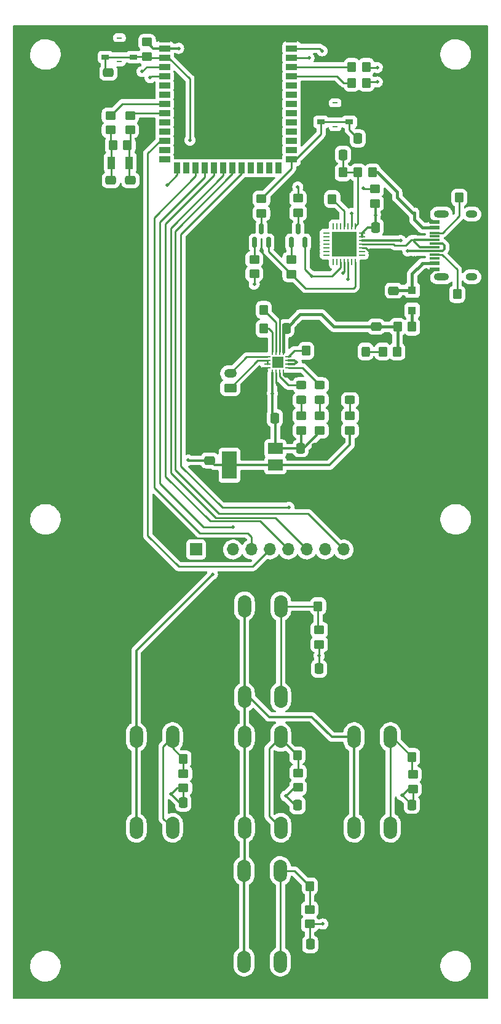
<source format=gbr>
%TF.GenerationSoftware,KiCad,Pcbnew,(6.0.0)*%
%TF.CreationDate,2024-11-07T04:23:40-05:00*%
%TF.ProjectId,sensor-hub,73656e73-6f72-42d6-9875-622e6b696361,rev?*%
%TF.SameCoordinates,Original*%
%TF.FileFunction,Copper,L1,Top*%
%TF.FilePolarity,Positive*%
%FSLAX46Y46*%
G04 Gerber Fmt 4.6, Leading zero omitted, Abs format (unit mm)*
G04 Created by KiCad (PCBNEW (6.0.0)) date 2024-11-07 04:23:40*
%MOMM*%
%LPD*%
G01*
G04 APERTURE LIST*
G04 Aperture macros list*
%AMRoundRect*
0 Rectangle with rounded corners*
0 $1 Rounding radius*
0 $2 $3 $4 $5 $6 $7 $8 $9 X,Y pos of 4 corners*
0 Add a 4 corners polygon primitive as box body*
4,1,4,$2,$3,$4,$5,$6,$7,$8,$9,$2,$3,0*
0 Add four circle primitives for the rounded corners*
1,1,$1+$1,$2,$3*
1,1,$1+$1,$4,$5*
1,1,$1+$1,$6,$7*
1,1,$1+$1,$8,$9*
0 Add four rect primitives between the rounded corners*
20,1,$1+$1,$2,$3,$4,$5,0*
20,1,$1+$1,$4,$5,$6,$7,0*
20,1,$1+$1,$6,$7,$8,$9,0*
20,1,$1+$1,$8,$9,$2,$3,0*%
G04 Aperture macros list end*
%TA.AperFunction,SMDPad,CuDef*%
%ADD10R,1.100000X1.100000*%
%TD*%
%TA.AperFunction,SMDPad,CuDef*%
%ADD11R,1.450000X0.600000*%
%TD*%
%TA.AperFunction,SMDPad,CuDef*%
%ADD12R,1.450000X0.300000*%
%TD*%
%TA.AperFunction,ComponentPad*%
%ADD13O,1.600000X1.000000*%
%TD*%
%TA.AperFunction,ComponentPad*%
%ADD14O,2.100000X1.000000*%
%TD*%
%TA.AperFunction,SMDPad,CuDef*%
%ADD15RoundRect,0.250000X0.337500X0.475000X-0.337500X0.475000X-0.337500X-0.475000X0.337500X-0.475000X0*%
%TD*%
%TA.AperFunction,SMDPad,CuDef*%
%ADD16R,0.250000X0.360000*%
%TD*%
%TA.AperFunction,SMDPad,CuDef*%
%ADD17RoundRect,0.250000X0.350000X0.450000X-0.350000X0.450000X-0.350000X-0.450000X0.350000X-0.450000X0*%
%TD*%
%TA.AperFunction,SMDPad,CuDef*%
%ADD18RoundRect,0.250000X0.475000X-0.337500X0.475000X0.337500X-0.475000X0.337500X-0.475000X-0.337500X0*%
%TD*%
%TA.AperFunction,SMDPad,CuDef*%
%ADD19R,1.100000X0.700000*%
%TD*%
%TA.AperFunction,SMDPad,CuDef*%
%ADD20R,0.700000X0.250000*%
%TD*%
%TA.AperFunction,SMDPad,CuDef*%
%ADD21RoundRect,0.062500X0.337500X0.062500X-0.337500X0.062500X-0.337500X-0.062500X0.337500X-0.062500X0*%
%TD*%
%TA.AperFunction,SMDPad,CuDef*%
%ADD22RoundRect,0.062500X0.062500X0.337500X-0.062500X0.337500X-0.062500X-0.337500X0.062500X-0.337500X0*%
%TD*%
%TA.AperFunction,SMDPad,CuDef*%
%ADD23R,3.350000X3.350000*%
%TD*%
%TA.AperFunction,SMDPad,CuDef*%
%ADD24RoundRect,0.250000X0.450000X-0.350000X0.450000X0.350000X-0.450000X0.350000X-0.450000X-0.350000X0*%
%TD*%
%TA.AperFunction,SMDPad,CuDef*%
%ADD25RoundRect,0.250000X-0.337500X-0.475000X0.337500X-0.475000X0.337500X0.475000X-0.337500X0.475000X0*%
%TD*%
%TA.AperFunction,SMDPad,CuDef*%
%ADD26RoundRect,0.150000X0.150000X-0.587500X0.150000X0.587500X-0.150000X0.587500X-0.150000X-0.587500X0*%
%TD*%
%TA.AperFunction,SMDPad,CuDef*%
%ADD27RoundRect,0.250000X-0.325000X-0.450000X0.325000X-0.450000X0.325000X0.450000X-0.325000X0.450000X0*%
%TD*%
%TA.AperFunction,SMDPad,CuDef*%
%ADD28RoundRect,0.250000X-0.475000X0.337500X-0.475000X-0.337500X0.475000X-0.337500X0.475000X0.337500X0*%
%TD*%
%TA.AperFunction,ComponentPad*%
%ADD29RoundRect,0.250000X0.625000X-0.350000X0.625000X0.350000X-0.625000X0.350000X-0.625000X-0.350000X0*%
%TD*%
%TA.AperFunction,ComponentPad*%
%ADD30O,1.750000X1.200000*%
%TD*%
%TA.AperFunction,SMDPad,CuDef*%
%ADD31RoundRect,0.250000X-0.450000X0.325000X-0.450000X-0.325000X0.450000X-0.325000X0.450000X0.325000X0*%
%TD*%
%TA.AperFunction,SMDPad,CuDef*%
%ADD32RoundRect,0.250000X-0.350000X-0.450000X0.350000X-0.450000X0.350000X0.450000X-0.350000X0.450000X0*%
%TD*%
%TA.AperFunction,SMDPad,CuDef*%
%ADD33RoundRect,0.062500X-0.375000X-0.062500X0.375000X-0.062500X0.375000X0.062500X-0.375000X0.062500X0*%
%TD*%
%TA.AperFunction,SMDPad,CuDef*%
%ADD34RoundRect,0.062500X-0.062500X-0.375000X0.062500X-0.375000X0.062500X0.375000X-0.062500X0.375000X0*%
%TD*%
%TA.AperFunction,SMDPad,CuDef*%
%ADD35R,1.600000X1.600000*%
%TD*%
%TA.AperFunction,SMDPad,CuDef*%
%ADD36R,1.500000X0.900000*%
%TD*%
%TA.AperFunction,SMDPad,CuDef*%
%ADD37R,0.900000X1.500000*%
%TD*%
%TA.AperFunction,SMDPad,CuDef*%
%ADD38R,0.900000X0.900000*%
%TD*%
%TA.AperFunction,SMDPad,CuDef*%
%ADD39R,2.000000X1.500000*%
%TD*%
%TA.AperFunction,SMDPad,CuDef*%
%ADD40R,2.000000X3.800000*%
%TD*%
%TA.AperFunction,SMDPad,CuDef*%
%ADD41R,1.000000X1.800000*%
%TD*%
%TA.AperFunction,ComponentPad*%
%ADD42O,1.850000X3.048000*%
%TD*%
%TA.AperFunction,ComponentPad*%
%ADD43R,1.700000X1.700000*%
%TD*%
%TA.AperFunction,ComponentPad*%
%ADD44O,1.700000X1.700000*%
%TD*%
%TA.AperFunction,ViaPad*%
%ADD45C,0.500000*%
%TD*%
%TA.AperFunction,Conductor*%
%ADD46C,0.250000*%
%TD*%
%TA.AperFunction,Conductor*%
%ADD47C,0.400000*%
%TD*%
%TA.AperFunction,Conductor*%
%ADD48C,0.300000*%
%TD*%
G04 APERTURE END LIST*
D10*
%TO.P,D5,1,K*%
%TO.N,Net-(D5-Pad1)*%
X133000000Y-65250000D03*
%TO.P,D5,2,A*%
%TO.N,VBUS*%
X133000000Y-62450000D03*
%TD*%
D11*
%TO.P,J1,A1,GND*%
%TO.N,GND*%
X136115000Y-59550000D03*
%TO.P,J1,A4,VBUS*%
%TO.N,VBUS*%
X136115000Y-58750000D03*
D12*
%TO.P,J1,A5,CC1*%
%TO.N,Net-(J1-PadA5)*%
X136115000Y-57550000D03*
%TO.P,J1,A6,D+*%
%TO.N,USB_D+*%
X136115000Y-56550000D03*
%TO.P,J1,A7,D-*%
%TO.N,USB_D-*%
X136115000Y-56050000D03*
%TO.P,J1,A8,SBU1*%
%TO.N,unconnected-(J1-PadA8)*%
X136115000Y-55050000D03*
D11*
%TO.P,J1,A9,VBUS*%
%TO.N,VBUS*%
X136115000Y-53850000D03*
%TO.P,J1,A12,GND*%
%TO.N,GND*%
X136115000Y-53050000D03*
%TO.P,J1,B1,GND*%
X136115000Y-53050000D03*
%TO.P,J1,B4,VBUS*%
%TO.N,VBUS*%
X136115000Y-53850000D03*
D12*
%TO.P,J1,B5,CC2*%
%TO.N,Net-(J1-PadB5)*%
X136115000Y-54550000D03*
%TO.P,J1,B6,D+*%
%TO.N,USB_D+*%
X136115000Y-55550000D03*
%TO.P,J1,B7,D-*%
%TO.N,USB_D-*%
X136115000Y-57050000D03*
%TO.P,J1,B8,SBU2*%
%TO.N,unconnected-(J1-PadB8)*%
X136115000Y-58050000D03*
D11*
%TO.P,J1,B9,VBUS*%
%TO.N,VBUS*%
X136115000Y-58750000D03*
%TO.P,J1,B12,GND*%
%TO.N,GND*%
X136115000Y-59550000D03*
D13*
%TO.P,J1,S1,SHIELD*%
%TO.N,unconnected-(J1-PadS1)*%
X141210000Y-60620000D03*
X141210000Y-51980000D03*
D14*
X137030000Y-60620000D03*
X137030000Y-51980000D03*
%TD*%
D15*
%TO.P,C1,1*%
%TO.N,GND*%
X117737500Y-67700000D03*
%TO.P,C1,2*%
%TO.N,+5V*%
X115662500Y-67700000D03*
%TD*%
D16*
%TO.P,D8,1,A1*%
%TO.N,VBUS*%
X133300000Y-51770000D03*
%TO.P,D8,2,A2*%
%TO.N,GND*%
X133300000Y-50930000D03*
%TD*%
D17*
%TO.P,R1,1*%
%TO.N,Net-(R1-Pad1)*%
X112550000Y-65150000D03*
%TO.P,R1,2*%
%TO.N,GND*%
X110550000Y-65150000D03*
%TD*%
D18*
%TO.P,C4,1*%
%TO.N,+5V*%
X128050000Y-67487500D03*
%TO.P,C4,2*%
%TO.N,GND*%
X128050000Y-65412500D03*
%TD*%
D17*
%TO.P,R17,1*%
%TO.N,GND*%
X122050000Y-105950000D03*
%TO.P,R17,2*%
%TO.N,Net-(R17-Pad2)*%
X120050000Y-105950000D03*
%TD*%
D16*
%TO.P,D2,1,A1*%
%TO.N,USB_D-*%
X133300000Y-57080000D03*
%TO.P,D2,2,A2*%
%TO.N,GND*%
X133300000Y-57920000D03*
%TD*%
D19*
%TO.P,SW2,1,1*%
%TO.N,GND*%
X124350000Y-37300000D03*
X120450000Y-37300000D03*
%TO.P,SW2,2,2*%
%TO.N,BOOT*%
X124350000Y-39300000D03*
X120450000Y-39300000D03*
D20*
%TO.P,SW2,GND*%
%TO.N,N/C*%
X122400000Y-36675000D03*
X122400000Y-39925000D03*
%TD*%
D21*
%TO.P,U4,1,~{DCD}*%
%TO.N,unconnected-(U4-Pad1)*%
X126100000Y-57600000D03*
%TO.P,U4,2,~{RI}/CLK*%
%TO.N,unconnected-(U4-Pad2)*%
X126100000Y-57100000D03*
%TO.P,U4,3,GND*%
%TO.N,GND*%
X126100000Y-56600000D03*
%TO.P,U4,4,D+*%
%TO.N,USB_D+*%
X126100000Y-56100000D03*
%TO.P,U4,5,D-*%
%TO.N,USB_D-*%
X126100000Y-55600000D03*
%TO.P,U4,6,VDD*%
%TO.N,+3V3*%
X126100000Y-55100000D03*
%TO.P,U4,7,VREGIN*%
X126100000Y-54600000D03*
D22*
%TO.P,U4,8,VBUS*%
%TO.N,Net-(C18-Pad2)*%
X125150000Y-53650000D03*
%TO.P,U4,9,~{RST}*%
%TO.N,Net-(R27-Pad2)*%
X124650000Y-53650000D03*
%TO.P,U4,10,NC*%
%TO.N,unconnected-(U4-Pad10)*%
X124150000Y-53650000D03*
%TO.P,U4,11,~{SUSPEND}*%
%TO.N,Net-(R28-Pad2)*%
X123650000Y-53650000D03*
%TO.P,U4,12,SUSPEND*%
%TO.N,unconnected-(U4-Pad12)*%
X123150000Y-53650000D03*
%TO.P,U4,13,CHREN*%
%TO.N,unconnected-(U4-Pad13)*%
X122650000Y-53650000D03*
%TO.P,U4,14,CHR1*%
%TO.N,unconnected-(U4-Pad14)*%
X122150000Y-53650000D03*
D21*
%TO.P,U4,15,CHR0*%
%TO.N,unconnected-(U4-Pad15)*%
X121200000Y-54600000D03*
%TO.P,U4,16,~{WAKEUP}/GPIO.3*%
%TO.N,unconnected-(U4-Pad16)*%
X121200000Y-55100000D03*
%TO.P,U4,17,RS485/GPIO.2*%
%TO.N,unconnected-(U4-Pad17)*%
X121200000Y-55600000D03*
%TO.P,U4,18,~{RXT}/GPIO.1*%
%TO.N,unconnected-(U4-Pad18)*%
X121200000Y-56100000D03*
%TO.P,U4,19,~{TXT}/GPIO.0*%
%TO.N,unconnected-(U4-Pad19)*%
X121200000Y-56600000D03*
%TO.P,U4,20,GPIO.6*%
%TO.N,unconnected-(U4-Pad20)*%
X121200000Y-57100000D03*
%TO.P,U4,21,GPIO.5*%
%TO.N,unconnected-(U4-Pad21)*%
X121200000Y-57600000D03*
D22*
%TO.P,U4,22,GPIO.4*%
%TO.N,unconnected-(U4-Pad22)*%
X122150000Y-58550000D03*
%TO.P,U4,23,~{CTS}*%
%TO.N,unconnected-(U4-Pad23)*%
X122650000Y-58550000D03*
%TO.P,U4,24,~{RTS}*%
%TO.N,RTS*%
X123150000Y-58550000D03*
%TO.P,U4,25,RXD*%
%TO.N,Net-(R29-Pad2)*%
X123650000Y-58550000D03*
%TO.P,U4,26,TXD*%
%TO.N,Net-(R30-Pad2)*%
X124150000Y-58550000D03*
%TO.P,U4,27,~{DSR}*%
%TO.N,unconnected-(U4-Pad27)*%
X124650000Y-58550000D03*
%TO.P,U4,28,~{DTR}*%
%TO.N,DTR*%
X125150000Y-58550000D03*
D23*
%TO.P,U4,29,GND*%
%TO.N,GND*%
X123650000Y-56100000D03*
%TD*%
D24*
%TO.P,R9,1*%
%TO.N,+3V3*%
X124450000Y-81750000D03*
%TO.P,R9,2*%
%TO.N,Net-(D7-Pad2)*%
X124450000Y-79750000D03*
%TD*%
D17*
%TO.P,R18,1*%
%TO.N,GND*%
X103500000Y-127000000D03*
%TO.P,R18,2*%
%TO.N,Net-(R18-Pad2)*%
X101500000Y-127000000D03*
%TD*%
D25*
%TO.P,C18,1*%
%TO.N,GND*%
X121412500Y-43800000D03*
%TO.P,C18,2*%
%TO.N,Net-(C18-Pad2)*%
X123487500Y-43800000D03*
%TD*%
D26*
%TO.P,Q2,1,B*%
%TO.N,Net-(Q2-Pad1)*%
X111300000Y-55887500D03*
%TO.P,Q2,2,E*%
%TO.N,DTR*%
X113200000Y-55887500D03*
%TO.P,Q2,3,C*%
%TO.N,Net-(Q2-Pad3)*%
X112250000Y-54012500D03*
%TD*%
%TO.P,Q1,1,B*%
%TO.N,Net-(Q1-Pad1)*%
X116350000Y-55887500D03*
%TO.P,Q1,2,E*%
%TO.N,RTS*%
X118250000Y-55887500D03*
%TO.P,Q1,3,C*%
%TO.N,Net-(Q1-Pad3)*%
X117300000Y-54012500D03*
%TD*%
D27*
%TO.P,D6,1,K*%
%TO.N,GND*%
X124525000Y-70900000D03*
%TO.P,D6,2,A*%
%TO.N,Net-(D6-Pad2)*%
X126575000Y-70900000D03*
%TD*%
D24*
%TO.P,R23,1*%
%TO.N,SWITCH3*%
X101500000Y-131000000D03*
%TO.P,R23,2*%
%TO.N,Net-(R18-Pad2)*%
X101500000Y-129000000D03*
%TD*%
D16*
%TO.P,D1,1,A1*%
%TO.N,USB_D+*%
X133300000Y-55520000D03*
%TO.P,D1,2,A2*%
%TO.N,GND*%
X133300000Y-54680000D03*
%TD*%
D17*
%TO.P,R15,1*%
%TO.N,GND*%
X120900000Y-144500000D03*
%TO.P,R15,2*%
%TO.N,Net-(R15-Pad2)*%
X118900000Y-144500000D03*
%TD*%
D28*
%TO.P,C6,1*%
%TO.N,GND*%
X105100000Y-83812500D03*
%TO.P,C6,2*%
%TO.N,+3V3*%
X105100000Y-85887500D03*
%TD*%
D15*
%TO.P,C15,1*%
%TO.N,GND*%
X122237500Y-114550000D03*
%TO.P,C15,2*%
%TO.N,SWITCH2*%
X120162500Y-114550000D03*
%TD*%
D24*
%TO.P,R6,1*%
%TO.N,5V_MASTER*%
X117750000Y-81750000D03*
%TO.P,R6,2*%
%TO.N,Net-(D3-Pad2)*%
X117750000Y-79750000D03*
%TD*%
D25*
%TO.P,C5,1*%
%TO.N,5V_MASTER*%
X117662500Y-84200000D03*
%TO.P,C5,2*%
%TO.N,GND*%
X119737500Y-84200000D03*
%TD*%
D29*
%TO.P,J2,1,Pin_1*%
%TO.N,Net-(J2-Pad1)*%
X107950000Y-75900000D03*
D30*
%TO.P,J2,2,Pin_2*%
%TO.N,Net-(J2-Pad2)*%
X107950000Y-73900000D03*
%TO.P,J2,3,Pin_3*%
%TO.N,GND*%
X107950000Y-71900000D03*
%TD*%
D17*
%TO.P,R3,1*%
%TO.N,Net-(R3-Pad1)*%
X112550000Y-67750000D03*
%TO.P,R3,2*%
%TO.N,GND*%
X110550000Y-67750000D03*
%TD*%
D24*
%TO.P,R12,1*%
%TO.N,ENABLE*%
X96500000Y-30300000D03*
%TO.P,R12,2*%
%TO.N,3.3V_EN*%
X96500000Y-28300000D03*
%TD*%
D31*
%TO.P,D7,1,K*%
%TO.N,GND*%
X124450000Y-75525000D03*
%TO.P,D7,2,A*%
%TO.N,Net-(D7-Pad2)*%
X124450000Y-77575000D03*
%TD*%
D28*
%TO.P,C7,1*%
%TO.N,Net-(C7-Pad1)*%
X91500000Y-47312500D03*
%TO.P,C7,2*%
%TO.N,GND*%
X91500000Y-49387500D03*
%TD*%
D24*
%TO.P,R21,1*%
%TO.N,SWITCH1*%
X133100000Y-131100000D03*
%TO.P,R21,2*%
%TO.N,Net-(R16-Pad2)*%
X133100000Y-129100000D03*
%TD*%
D15*
%TO.P,C17,1*%
%TO.N,GND*%
X119287500Y-133350000D03*
%TO.P,C17,2*%
%TO.N,SWITCH4*%
X117212500Y-133350000D03*
%TD*%
D32*
%TO.P,FB1,1*%
%TO.N,+5V*%
X131000000Y-67500000D03*
%TO.P,FB1,2*%
%TO.N,Net-(D5-Pad1)*%
X133000000Y-67500000D03*
%TD*%
D33*
%TO.P,U1,1,TS*%
%TO.N,Net-(J2-Pad2)*%
X113062500Y-71650000D03*
%TO.P,U1,2,BAT*%
%TO.N,Net-(J2-Pad1)*%
X113062500Y-72150000D03*
%TO.P,U1,3,BAT*%
X113062500Y-72650000D03*
%TO.P,U1,4,~{CE}*%
%TO.N,GND*%
X113062500Y-73150000D03*
D34*
%TO.P,U1,5,EN2*%
%TO.N,5V_MASTER*%
X113750000Y-73837500D03*
%TO.P,U1,6,EN1*%
%TO.N,GND*%
X114250000Y-73837500D03*
%TO.P,U1,7,~{PGOOD}*%
%TO.N,Net-(D3-Pad1)*%
X114750000Y-73837500D03*
%TO.P,U1,8,VSS*%
%TO.N,GND*%
X115250000Y-73837500D03*
D33*
%TO.P,U1,9,~{CHG}*%
%TO.N,Net-(D4-Pad1)*%
X115937500Y-73150000D03*
%TO.P,U1,10,OUT*%
%TO.N,5V_MASTER*%
X115937500Y-72650000D03*
%TO.P,U1,11,OUT*%
X115937500Y-72150000D03*
%TO.P,U1,12,ILIM*%
%TO.N,Net-(R2-Pad1)*%
X115937500Y-71650000D03*
D34*
%TO.P,U1,13,IN*%
%TO.N,+5V*%
X115250000Y-70962500D03*
%TO.P,U1,14,TMR*%
%TO.N,GND*%
X114750000Y-70962500D03*
%TO.P,U1,15,ITERM*%
%TO.N,Net-(R1-Pad1)*%
X114250000Y-70962500D03*
%TO.P,U1,16,ISET*%
%TO.N,Net-(R3-Pad1)*%
X113750000Y-70962500D03*
D35*
%TO.P,U1,17,VSS*%
%TO.N,GND*%
X114500000Y-72400000D03*
%TD*%
D17*
%TO.P,R16,1*%
%TO.N,GND*%
X135000000Y-126700000D03*
%TO.P,R16,2*%
%TO.N,Net-(R16-Pad2)*%
X133000000Y-126700000D03*
%TD*%
D25*
%TO.P,C19,1*%
%TO.N,+3V3*%
X127962500Y-53800000D03*
%TO.P,C19,2*%
%TO.N,GND*%
X130037500Y-53800000D03*
%TD*%
D32*
%TO.P,R11,1*%
%TO.N,Net-(C7-Pad1)*%
X91800000Y-42500000D03*
%TO.P,R11,2*%
%TO.N,Net-(C10-Pad1)*%
X93800000Y-42500000D03*
%TD*%
D24*
%TO.P,R13,1*%
%TO.N,Net-(C10-Pad1)*%
X94150000Y-40400000D03*
%TO.P,R13,2*%
%TO.N,OSC-*%
X94150000Y-38400000D03*
%TD*%
%TO.P,R22,1*%
%TO.N,SWITCH2*%
X120200000Y-111200000D03*
%TO.P,R22,2*%
%TO.N,Net-(R17-Pad2)*%
X120200000Y-109200000D03*
%TD*%
D17*
%TO.P,R19,1*%
%TO.N,GND*%
X119200000Y-126500000D03*
%TO.P,R19,2*%
%TO.N,Net-(R19-Pad2)*%
X117200000Y-126500000D03*
%TD*%
D24*
%TO.P,R33,1*%
%TO.N,Net-(Q1-Pad3)*%
X117300000Y-51800000D03*
%TO.P,R33,2*%
%TO.N,ENABLE*%
X117300000Y-49800000D03*
%TD*%
%TO.P,R20,1*%
%TO.N,SWITCH0*%
X118900000Y-149700000D03*
%TO.P,R20,2*%
%TO.N,Net-(R15-Pad2)*%
X118900000Y-147700000D03*
%TD*%
D32*
%TO.P,R30,1*%
%TO.N,ESP_RX*%
X124700000Y-33900000D03*
%TO.P,R30,2*%
%TO.N,Net-(R30-Pad2)*%
X126700000Y-33900000D03*
%TD*%
%TO.P,R29,1*%
%TO.N,UART_RX*%
X124700000Y-31700000D03*
%TO.P,R29,2*%
%TO.N,Net-(R29-Pad2)*%
X126700000Y-31700000D03*
%TD*%
D17*
%TO.P,R25,1*%
%TO.N,VBUS*%
X127550000Y-46250000D03*
%TO.P,R25,2*%
%TO.N,Net-(C18-Pad2)*%
X125550000Y-46250000D03*
%TD*%
D15*
%TO.P,C14,1*%
%TO.N,GND*%
X135037500Y-133300000D03*
%TO.P,C14,2*%
%TO.N,SWITCH1*%
X132962500Y-133300000D03*
%TD*%
D17*
%TO.P,R8,1*%
%TO.N,+5V*%
X130950000Y-70900000D03*
%TO.P,R8,2*%
%TO.N,Net-(D6-Pad2)*%
X128950000Y-70900000D03*
%TD*%
D36*
%TO.P,U3,1,GND*%
%TO.N,GND*%
X98900000Y-27890000D03*
%TO.P,U3,2,3V3*%
%TO.N,3.3V_EN*%
X98900000Y-29160000D03*
%TO.P,U3,3,EN*%
%TO.N,ENABLE*%
X98900000Y-30430000D03*
%TO.P,U3,4,GPIO4/TOUCH4/ADC1_CH3*%
%TO.N,SWITCH3*%
X98900000Y-31700000D03*
%TO.P,U3,5,GPIO5/TOUCH5/ADC1_CH4*%
%TO.N,SWITCH4*%
X98900000Y-32970000D03*
%TO.P,U3,6,GPIO6/TOUCH6/ADC1_CH5*%
%TO.N,unconnected-(U3-Pad6)*%
X98900000Y-34240000D03*
%TO.P,U3,7,GPIO7/TOUCH7/ADC1_CH6*%
%TO.N,unconnected-(U3-Pad7)*%
X98900000Y-35510000D03*
%TO.P,U3,8,GPIO15/U0RTS/ADC2_CH4/XTAL_32K_P*%
%TO.N,OSC+*%
X98900000Y-36780000D03*
%TO.P,U3,9,GPIO16/U0CTS/ADC2_CH5/XTAL_32K_N*%
%TO.N,OSC-*%
X98900000Y-38050000D03*
%TO.P,U3,10,GPIO17/U1TXD/ADC2_CH6*%
%TO.N,unconnected-(U3-Pad10)*%
X98900000Y-39320000D03*
%TO.P,U3,11,GPIO18/U1RXD/ADC2_CH7/CLK_OUT3*%
%TO.N,unconnected-(U3-Pad11)*%
X98900000Y-40590000D03*
%TO.P,U3,12,GPIO8/TOUCH8/ADC1_CH7/SUBSPICS1*%
%TO.N,DISP.DC*%
X98900000Y-41860000D03*
%TO.P,U3,13,GPIO19/U1RTS/ADC2_CH8/CLK_OUT2/USB_D-*%
%TO.N,unconnected-(U3-Pad13)*%
X98900000Y-43130000D03*
%TO.P,U3,14,GPIO20/U1CTS/ADC2_CH9/CLK_OUT1/USB_D+*%
%TO.N,unconnected-(U3-Pad14)*%
X98900000Y-44400000D03*
D37*
%TO.P,U3,15,GPIO3/TOUCH3/ADC1_CH2*%
%TO.N,SWITCH2*%
X100665000Y-45650000D03*
%TO.P,U3,16,GPIO46*%
%TO.N,unconnected-(U3-Pad16)*%
X101935000Y-45650000D03*
%TO.P,U3,17,GPIO9/TOUCH9/ADC1_CH8/FSPIHD/SUBSPIHD*%
%TO.N,DISP.RESET*%
X103205000Y-45650000D03*
%TO.P,U3,18,GPIO10/TOUCH10/ADC1_CH9/FSPICS0/FSPIIO4/SUBSPICS0*%
%TO.N,DISP.CS*%
X104475000Y-45650000D03*
%TO.P,U3,19,GPIO11/TOUCH11/ADC2_CH0/FSPID/FSPIIO5/SUBSPID*%
%TO.N,DISP.SDI*%
X105745000Y-45650000D03*
%TO.P,U3,20,GPIO12/TOUCH12/ADC2_CH1/FSPICLK/FSPIIO6/SUBSPICLK*%
%TO.N,DISP.SCK*%
X107015000Y-45650000D03*
%TO.P,U3,21,GPIO13/TOUCH13/ADC2_CH2/FSPIQ/FSPIIO7/SUBSPIQ*%
%TO.N,DISP.SDO*%
X108285000Y-45650000D03*
%TO.P,U3,22,GPIO14/TOUCH14/ADC2_CH3/FSPIWP/FSPIDQS/SUBSPIWP*%
%TO.N,DISP.LED*%
X109555000Y-45650000D03*
%TO.P,U3,23,GPIO21*%
%TO.N,unconnected-(U3-Pad23)*%
X110825000Y-45650000D03*
%TO.P,U3,24,GPIO47/SPICLK_P/SUBSPICLK_P_DIFF*%
%TO.N,unconnected-(U3-Pad24)*%
X112095000Y-45650000D03*
%TO.P,U3,25,GPIO48/SPICLK_N/SUBSPICLK_N_DIFF*%
%TO.N,unconnected-(U3-Pad25)*%
X113365000Y-45650000D03*
%TO.P,U3,26,GPIO45*%
%TO.N,unconnected-(U3-Pad26)*%
X114635000Y-45650000D03*
D36*
%TO.P,U3,27,GPIO0/BOOT*%
%TO.N,BOOT*%
X116400000Y-44400000D03*
%TO.P,U3,28,SPIIO6/GPIO35/FSPID/SUBSPID*%
%TO.N,unconnected-(U3-Pad28)*%
X116400000Y-43130000D03*
%TO.P,U3,29,SPIIO7/GPIO36/FSPICLK/SUBSPICLK*%
%TO.N,unconnected-(U3-Pad29)*%
X116400000Y-41860000D03*
%TO.P,U3,30,SPIDQS/GPIO37/FSPIQ/SUBSPIQ*%
%TO.N,unconnected-(U3-Pad30)*%
X116400000Y-40590000D03*
%TO.P,U3,31,GPIO38/FSPIWP/SUBSPIWP*%
%TO.N,unconnected-(U3-Pad31)*%
X116400000Y-39320000D03*
%TO.P,U3,32,MTCK/GPIO39/CLK_OUT3/SUBSPICS1*%
%TO.N,unconnected-(U3-Pad32)*%
X116400000Y-38050000D03*
%TO.P,U3,33,MTDO/GPIO40/CLK_OUT2*%
%TO.N,unconnected-(U3-Pad33)*%
X116400000Y-36780000D03*
%TO.P,U3,34,MTDI/GPIO41/CLK_OUT1*%
%TO.N,unconnected-(U3-Pad34)*%
X116400000Y-35510000D03*
%TO.P,U3,35,MTMS/GPIO42*%
%TO.N,unconnected-(U3-Pad35)*%
X116400000Y-34240000D03*
%TO.P,U3,36,U0RXD/GPIO44/CLK_OUT2*%
%TO.N,ESP_RX*%
X116400000Y-32970000D03*
%TO.P,U3,37,U0TXD/GPIO43/CLK_OUT1*%
%TO.N,UART_RX*%
X116400000Y-31700000D03*
%TO.P,U3,38,GPIO2/TOUCH2/ADC1_CH1*%
%TO.N,SWITCH1*%
X116400000Y-30430000D03*
%TO.P,U3,39,GPIO1/TOUCH1/ADC1_CH0*%
%TO.N,SWITCH0*%
X116400000Y-29160000D03*
%TO.P,U3,40,GND*%
%TO.N,GND*%
X116400000Y-27890000D03*
D38*
%TO.P,U3,41,GND*%
X104750000Y-34210000D03*
X107550000Y-35610000D03*
X106150000Y-34210000D03*
X107550000Y-34210000D03*
X106150000Y-35610000D03*
X107550000Y-37010000D03*
X104750000Y-37010000D03*
X106150000Y-37010000D03*
X104750000Y-35610000D03*
%TD*%
D24*
%TO.P,R10,1*%
%TO.N,Net-(C7-Pad1)*%
X91450000Y-40400000D03*
%TO.P,R10,2*%
%TO.N,OSC+*%
X91450000Y-38400000D03*
%TD*%
D17*
%TO.P,R5,1*%
%TO.N,Net-(J1-PadA5)*%
X139200000Y-63000000D03*
%TO.P,R5,2*%
%TO.N,GND*%
X137200000Y-63000000D03*
%TD*%
D15*
%TO.P,C9,1*%
%TO.N,GND*%
X127587500Y-41550000D03*
%TO.P,C9,2*%
%TO.N,BOOT*%
X125512500Y-41550000D03*
%TD*%
D32*
%TO.P,R2,1*%
%TO.N,Net-(R2-Pad1)*%
X118400000Y-70800000D03*
%TO.P,R2,2*%
%TO.N,GND*%
X120400000Y-70800000D03*
%TD*%
%TO.P,R28,1*%
%TO.N,GND*%
X120000000Y-49900000D03*
%TO.P,R28,2*%
%TO.N,Net-(R28-Pad2)*%
X122000000Y-49900000D03*
%TD*%
D31*
%TO.P,D3,1,K*%
%TO.N,Net-(D3-Pad1)*%
X117750000Y-75525000D03*
%TO.P,D3,2,A*%
%TO.N,Net-(D3-Pad2)*%
X117750000Y-77575000D03*
%TD*%
D24*
%TO.P,R27,1*%
%TO.N,+3V3*%
X127900000Y-50500000D03*
%TO.P,R27,2*%
%TO.N,Net-(R27-Pad2)*%
X127900000Y-48500000D03*
%TD*%
%TO.P,R34,1*%
%TO.N,Net-(Q2-Pad3)*%
X112250000Y-51850000D03*
%TO.P,R34,2*%
%TO.N,BOOT*%
X112250000Y-49850000D03*
%TD*%
D15*
%TO.P,C13,1*%
%TO.N,GND*%
X121037500Y-152500000D03*
%TO.P,C13,2*%
%TO.N,SWITCH0*%
X118962500Y-152500000D03*
%TD*%
D17*
%TO.P,R26,1*%
%TO.N,Net-(C18-Pad2)*%
X123450000Y-46250000D03*
%TO.P,R26,2*%
%TO.N,GND*%
X121450000Y-46250000D03*
%TD*%
D19*
%TO.P,SW1,1,1*%
%TO.N,GND*%
X94650000Y-28350000D03*
X90750000Y-28350000D03*
%TO.P,SW1,2,2*%
%TO.N,ENABLE*%
X90750000Y-30350000D03*
X94650000Y-30350000D03*
D20*
%TO.P,SW1,GND*%
%TO.N,N/C*%
X92700000Y-27725000D03*
X92700000Y-30975000D03*
%TD*%
D39*
%TO.P,U2,1,GND*%
%TO.N,GND*%
X114150000Y-88850000D03*
%TO.P,U2,2,VO*%
%TO.N,+3V3*%
X114150000Y-86550000D03*
D40*
X107850000Y-86550000D03*
D39*
%TO.P,U2,3,VI*%
%TO.N,5V_MASTER*%
X114150000Y-84250000D03*
%TD*%
D28*
%TO.P,C10,1*%
%TO.N,Net-(C10-Pad1)*%
X94200000Y-47312500D03*
%TO.P,C10,2*%
%TO.N,GND*%
X94200000Y-49387500D03*
%TD*%
D41*
%TO.P,Y1,1,1*%
%TO.N,Net-(C10-Pad1)*%
X94050000Y-44900000D03*
%TO.P,Y1,2,2*%
%TO.N,Net-(C7-Pad1)*%
X91550000Y-44900000D03*
%TD*%
D24*
%TO.P,R31,1*%
%TO.N,DTR*%
X116350000Y-60250000D03*
%TO.P,R31,2*%
%TO.N,Net-(Q1-Pad1)*%
X116350000Y-58250000D03*
%TD*%
D15*
%TO.P,C2,1*%
%TO.N,5V_MASTER*%
X114087500Y-80050000D03*
%TO.P,C2,2*%
%TO.N,GND*%
X112012500Y-80050000D03*
%TD*%
D28*
%TO.P,C3,1*%
%TO.N,VBUS*%
X130450000Y-62512500D03*
%TO.P,C3,2*%
%TO.N,GND*%
X130450000Y-64587500D03*
%TD*%
D24*
%TO.P,R32,1*%
%TO.N,RTS*%
X111250000Y-60200000D03*
%TO.P,R32,2*%
%TO.N,Net-(Q2-Pad1)*%
X111250000Y-58200000D03*
%TD*%
D18*
%TO.P,C8,1*%
%TO.N,GND*%
X91150000Y-34587500D03*
%TO.P,C8,2*%
%TO.N,ENABLE*%
X91150000Y-32512500D03*
%TD*%
D15*
%TO.P,C16,1*%
%TO.N,GND*%
X103537500Y-133000000D03*
%TO.P,C16,2*%
%TO.N,SWITCH3*%
X101462500Y-133000000D03*
%TD*%
D24*
%TO.P,R24,1*%
%TO.N,SWITCH4*%
X117300000Y-130900000D03*
%TO.P,R24,2*%
%TO.N,Net-(R19-Pad2)*%
X117300000Y-128900000D03*
%TD*%
%TO.P,R7,1*%
%TO.N,5V_MASTER*%
X120300000Y-81750000D03*
%TO.P,R7,2*%
%TO.N,Net-(D4-Pad2)*%
X120300000Y-79750000D03*
%TD*%
D31*
%TO.P,D4,1,K*%
%TO.N,Net-(D4-Pad1)*%
X120300000Y-75525000D03*
%TO.P,D4,2,A*%
%TO.N,Net-(D4-Pad2)*%
X120300000Y-77575000D03*
%TD*%
D17*
%TO.P,R4,1*%
%TO.N,Net-(J1-PadB5)*%
X139500000Y-49700000D03*
%TO.P,R4,2*%
%TO.N,GND*%
X137500000Y-49700000D03*
%TD*%
D42*
%TO.P,SW3,1,1*%
%TO.N,+3V3*%
X109850000Y-154900000D03*
X109850000Y-142400000D03*
%TO.P,SW3,2,2*%
%TO.N,Net-(R15-Pad2)*%
X114850000Y-142400000D03*
X114850000Y-154900000D03*
%TD*%
%TO.P,SW4,1,1*%
%TO.N,+3V3*%
X125000000Y-123960000D03*
X125000000Y-136460000D03*
%TO.P,SW4,2,2*%
%TO.N,Net-(R16-Pad2)*%
X130000000Y-136460000D03*
X130000000Y-123960000D03*
%TD*%
%TO.P,SW7,1,1*%
%TO.N,+3V3*%
X109900000Y-136460000D03*
X109900000Y-123960000D03*
%TO.P,SW7,2,2*%
%TO.N,Net-(R19-Pad2)*%
X114900000Y-123960000D03*
X114900000Y-136460000D03*
%TD*%
D43*
%TO.P,J3,1,Pin_1*%
%TO.N,+3V3*%
X103250000Y-98150000D03*
D44*
%TO.P,J3,2,Pin_2*%
%TO.N,GND*%
X105790000Y-98150000D03*
%TO.P,J3,3,Pin_3*%
%TO.N,DISP.CS*%
X108330000Y-98150000D03*
%TO.P,J3,4,Pin_4*%
%TO.N,DISP.RESET*%
X110870000Y-98150000D03*
%TO.P,J3,5,Pin_5*%
%TO.N,DISP.DC*%
X113410000Y-98150000D03*
%TO.P,J3,6,Pin_6*%
%TO.N,DISP.SDI*%
X115950000Y-98150000D03*
%TO.P,J3,7,Pin_7*%
%TO.N,DISP.SCK*%
X118490000Y-98150000D03*
%TO.P,J3,8,Pin_8*%
%TO.N,DISP.LED*%
X121030000Y-98150000D03*
%TO.P,J3,9,Pin_9*%
%TO.N,DISP.SDO*%
X123570000Y-98150000D03*
%TD*%
D42*
%TO.P,SW5,1,1*%
%TO.N,+3V3*%
X109900000Y-118460000D03*
X109900000Y-105960000D03*
%TO.P,SW5,2,2*%
%TO.N,Net-(R17-Pad2)*%
X114900000Y-118460000D03*
X114900000Y-105960000D03*
%TD*%
%TO.P,SW6,1,1*%
%TO.N,+3V3*%
X95000000Y-123960000D03*
X95000000Y-136460000D03*
%TO.P,SW6,2,2*%
%TO.N,Net-(R18-Pad2)*%
X100000000Y-136460000D03*
X100000000Y-123960000D03*
%TD*%
D45*
%TO.N,GND*%
X110400000Y-80100000D03*
X109100000Y-66100000D03*
X100800000Y-27700000D03*
X114100000Y-72800000D03*
X122400000Y-57300000D03*
X125700000Y-37300000D03*
X106200000Y-37000000D03*
X132300000Y-58700000D03*
X104700000Y-34200000D03*
X106100000Y-35600000D03*
X124900000Y-54900000D03*
X89700000Y-36000000D03*
X105100000Y-127000000D03*
X109100000Y-68800000D03*
X119000000Y-68800000D03*
X135900000Y-63100000D03*
X107600000Y-35600000D03*
X134900000Y-52500000D03*
X134900000Y-60300000D03*
X122500000Y-144500000D03*
X91500000Y-51000000D03*
X136400000Y-133300000D03*
X123500000Y-106000000D03*
X104900000Y-133100000D03*
X105300000Y-32400000D03*
X115000000Y-65200000D03*
X114900000Y-72000000D03*
X111900000Y-73400000D03*
X89300000Y-28400000D03*
X124400000Y-74000000D03*
X116200000Y-74300000D03*
X121700000Y-72600000D03*
X107600000Y-37000000D03*
X103700000Y-83700000D03*
X136500000Y-126700000D03*
X123900000Y-69100000D03*
X136100000Y-49700000D03*
X107600000Y-34200000D03*
X130400000Y-66000000D03*
X105100000Y-71800000D03*
X119000000Y-37300000D03*
X122400000Y-54900000D03*
X116100000Y-88900000D03*
X107800000Y-101500000D03*
X119900000Y-48300000D03*
X119500000Y-46200000D03*
X121200000Y-84200000D03*
X122500000Y-152500000D03*
X114100000Y-72000000D03*
X133300000Y-50100000D03*
X114700000Y-27800000D03*
X132500000Y-54100000D03*
X124900000Y-57300000D03*
X104700000Y-35600000D03*
X114500000Y-75500000D03*
X106100000Y-34200000D03*
X108700000Y-32500000D03*
X127200000Y-59100000D03*
X114900000Y-72800000D03*
X119500000Y-43900000D03*
X94200000Y-51000000D03*
X94700000Y-26700000D03*
X120700000Y-133400000D03*
X104700000Y-37000000D03*
X123700000Y-114600000D03*
X131600000Y-41500000D03*
X127300000Y-63700000D03*
X120800000Y-126500000D03*
X131800000Y-53200000D03*
%TO.N,5V_MASTER*%
X117050000Y-72400000D03*
X113750000Y-76650000D03*
%TO.N,VBUS*%
X134400000Y-53850000D03*
X134400000Y-58800000D03*
%TO.N,+3V3*%
X102150000Y-85850000D03*
X105495000Y-101555000D03*
X127950000Y-52150000D03*
%TO.N,ENABLE*%
X102400000Y-41800000D03*
X117250000Y-48250000D03*
%TO.N,3.3V_EN*%
X100850000Y-29150000D03*
%TO.N,SWITCH0*%
X120600000Y-29500000D03*
X120700000Y-149700000D03*
%TO.N,SWITCH1*%
X118800000Y-30500000D03*
X131600000Y-132000000D03*
%TO.N,SWITCH2*%
X99300000Y-47950000D03*
X120200000Y-112800000D03*
%TO.N,SWITCH3*%
X95800000Y-32350000D03*
X99800000Y-131800000D03*
%TO.N,SWITCH4*%
X96900000Y-33200000D03*
X115600000Y-132100000D03*
%TO.N,USB_D-*%
X132400000Y-57050000D03*
X131400000Y-55600000D03*
%TO.N,DISP.CS*%
X108350000Y-95050000D03*
%TO.N,DISP.LED*%
X116050000Y-92350000D03*
%TO.N,RTS*%
X119150000Y-60500000D03*
X111250000Y-61600000D03*
%TO.N,Net-(R27-Pad2)*%
X126250000Y-48450000D03*
X124650000Y-51900000D03*
%TO.N,Net-(R29-Pad2)*%
X123500000Y-60100000D03*
X128200000Y-31800000D03*
%TO.N,Net-(R30-Pad2)*%
X124150000Y-60950000D03*
X128200000Y-33800000D03*
%TD*%
D46*
%TO.N,GND*%
X103537500Y-133000000D02*
X104800000Y-133000000D01*
X124525000Y-70900000D02*
X124525000Y-69725000D01*
X123450000Y-105950000D02*
X123500000Y-106000000D01*
X114250000Y-73837500D02*
X114250000Y-75250000D01*
X133300000Y-50930000D02*
X133300000Y-50100000D01*
X130450000Y-64587500D02*
X130450000Y-65950000D01*
X94700000Y-28300000D02*
X94650000Y-28350000D01*
X120400000Y-70800000D02*
X120400000Y-71300000D01*
X135365000Y-60300000D02*
X136115000Y-59550000D01*
X124450000Y-75525000D02*
X124450000Y-74050000D01*
X116200000Y-74300000D02*
X115500000Y-74300000D01*
X111900000Y-73400000D02*
X112100000Y-73400000D01*
X127200000Y-57252672D02*
X127200000Y-59100000D01*
X126100000Y-56600000D02*
X126150480Y-56650480D01*
X105100000Y-71800000D02*
X105200000Y-71900000D01*
X94700000Y-26700000D02*
X94700000Y-28300000D01*
X105200000Y-71900000D02*
X107950000Y-71900000D01*
X120450000Y-37300000D02*
X124350000Y-37300000D01*
X135037500Y-133300000D02*
X136400000Y-133300000D01*
X89350000Y-28350000D02*
X89300000Y-28400000D01*
X109100000Y-66100000D02*
X109600000Y-66100000D01*
X120450000Y-37300000D02*
X119000000Y-37300000D01*
X128050000Y-65412500D02*
X128050000Y-64450000D01*
X133300000Y-57920000D02*
X133080000Y-57920000D01*
X109100000Y-68800000D02*
X109500000Y-68800000D01*
X133080000Y-54680000D02*
X132500000Y-54100000D01*
X120650000Y-133350000D02*
X120700000Y-133400000D01*
X119000000Y-68800000D02*
X118837500Y-68800000D01*
X120900000Y-144500000D02*
X122500000Y-144500000D01*
X119287500Y-133350000D02*
X120650000Y-133350000D01*
X100800000Y-27700000D02*
X99090000Y-27700000D01*
X116050000Y-88850000D02*
X116100000Y-88900000D01*
X133080000Y-57920000D02*
X132300000Y-58700000D01*
X114750000Y-65450000D02*
X115000000Y-65200000D01*
X135450000Y-53050000D02*
X134900000Y-52500000D01*
X105100000Y-83812500D02*
X103812500Y-83812500D01*
X112012500Y-80050000D02*
X110450000Y-80050000D01*
X118837500Y-68800000D02*
X117737500Y-67700000D01*
X104800000Y-133000000D02*
X104900000Y-133100000D01*
X126150480Y-56650480D02*
X126597808Y-56650480D01*
X114150000Y-88850000D02*
X116050000Y-88850000D01*
X103500000Y-127000000D02*
X105100000Y-127000000D01*
X103812500Y-83812500D02*
X103700000Y-83700000D01*
X91150000Y-34587500D02*
X91112500Y-34587500D01*
X114790000Y-27890000D02*
X114700000Y-27800000D01*
X136000000Y-63000000D02*
X135900000Y-63100000D01*
X135000000Y-126700000D02*
X136500000Y-126700000D01*
X130037500Y-53800000D02*
X131200000Y-53800000D01*
X131550000Y-41550000D02*
X127587500Y-41550000D01*
X109500000Y-68800000D02*
X110550000Y-67750000D01*
X130450000Y-65950000D02*
X130400000Y-66000000D01*
X137500000Y-49700000D02*
X136100000Y-49700000D01*
X94200000Y-49387500D02*
X94200000Y-51000000D01*
X122237500Y-114550000D02*
X123650000Y-114550000D01*
X109600000Y-66100000D02*
X110550000Y-65150000D01*
X121400000Y-46200000D02*
X121450000Y-46250000D01*
X136115000Y-53050000D02*
X135450000Y-53050000D01*
X119500000Y-46200000D02*
X121400000Y-46200000D01*
X99090000Y-27700000D02*
X98900000Y-27890000D01*
X112350000Y-73150000D02*
X113062500Y-73150000D01*
X120000000Y-49900000D02*
X120000000Y-48400000D01*
X115500000Y-74300000D02*
X115250000Y-74050000D01*
X133300000Y-54680000D02*
X133080000Y-54680000D01*
X131200000Y-53800000D02*
X131800000Y-53200000D01*
X116400000Y-27890000D02*
X114790000Y-27890000D01*
X114250000Y-75250000D02*
X114500000Y-75500000D01*
X128050000Y-64450000D02*
X127300000Y-63700000D01*
X119200000Y-126500000D02*
X120800000Y-126500000D01*
X124350000Y-37300000D02*
X125700000Y-37300000D01*
X120000000Y-48400000D02*
X119900000Y-48300000D01*
X119737500Y-84200000D02*
X121200000Y-84200000D01*
X119600000Y-43800000D02*
X119500000Y-43900000D01*
X121037500Y-152500000D02*
X122500000Y-152500000D01*
X123650000Y-114550000D02*
X123700000Y-114600000D01*
X121412500Y-43800000D02*
X119600000Y-43800000D01*
X124450000Y-74050000D02*
X124400000Y-74000000D01*
X91112500Y-34587500D02*
X89700000Y-36000000D01*
X114750000Y-70962500D02*
X114750000Y-65450000D01*
X120400000Y-71300000D02*
X121700000Y-72600000D01*
X126597808Y-56650480D02*
X127200000Y-57252672D01*
X91500000Y-51000000D02*
X91500000Y-49387500D01*
X124525000Y-69725000D02*
X123900000Y-69100000D01*
X112100000Y-73400000D02*
X112350000Y-73150000D01*
X137200000Y-63000000D02*
X136000000Y-63000000D01*
X110450000Y-80050000D02*
X110400000Y-80100000D01*
X131600000Y-41500000D02*
X131550000Y-41550000D01*
X90750000Y-28350000D02*
X89350000Y-28350000D01*
X90750000Y-28350000D02*
X94650000Y-28350000D01*
X115250000Y-74050000D02*
X115250000Y-73837500D01*
X134900000Y-60300000D02*
X135365000Y-60300000D01*
X122050000Y-105950000D02*
X123450000Y-105950000D01*
D47*
%TO.N,+5V*%
X122237500Y-67487500D02*
X120550000Y-65800000D01*
X128050000Y-67487500D02*
X122237500Y-67487500D01*
X131000000Y-67500000D02*
X131000000Y-70850000D01*
X131000000Y-70850000D02*
X130950000Y-70900000D01*
X128062500Y-67500000D02*
X128050000Y-67487500D01*
X120550000Y-65800000D02*
X117562500Y-65800000D01*
X131000000Y-67500000D02*
X128062500Y-67500000D01*
X117562500Y-65800000D02*
X115662500Y-67700000D01*
X115662500Y-67700000D02*
X115274520Y-68087980D01*
X115274520Y-68087980D02*
X115274520Y-70962500D01*
D48*
%TO.N,5V_MASTER*%
X116800000Y-72150000D02*
X117050000Y-72400000D01*
X117612500Y-84250000D02*
X114150000Y-84250000D01*
X115937500Y-72150000D02*
X116800000Y-72150000D01*
X113750000Y-79712500D02*
X114087500Y-80050000D01*
X120300000Y-81977151D02*
X118077151Y-84200000D01*
X117662500Y-84200000D02*
X117612500Y-84250000D01*
X118077151Y-84200000D02*
X117662500Y-84200000D01*
X115937500Y-72650000D02*
X116800000Y-72650000D01*
X114150000Y-80112500D02*
X114087500Y-80050000D01*
X116800000Y-72650000D02*
X117050000Y-72400000D01*
X120300000Y-81750000D02*
X120300000Y-81977151D01*
X113750000Y-73837500D02*
X113750000Y-76650000D01*
X117750000Y-84112500D02*
X117662500Y-84200000D01*
X113750000Y-76650000D02*
X113750000Y-79712500D01*
X117750000Y-81750000D02*
X117750000Y-84112500D01*
X114150000Y-84250000D02*
X114150000Y-80112500D01*
D47*
%TO.N,VBUS*%
X134400000Y-53850000D02*
X133300000Y-52750000D01*
X136115000Y-53850000D02*
X134400000Y-53850000D01*
X134400000Y-58800000D02*
X133000000Y-60200000D01*
X133000000Y-62450000D02*
X130512500Y-62450000D01*
X133300000Y-51770000D02*
X133035978Y-51770000D01*
X128250000Y-46250000D02*
X127550000Y-46250000D01*
X136115000Y-58750000D02*
X134450000Y-58750000D01*
X130950000Y-48950000D02*
X128250000Y-46250000D01*
X130512500Y-62450000D02*
X130450000Y-62512500D01*
X133000000Y-60200000D02*
X133000000Y-62450000D01*
X133035978Y-51770000D02*
X130950000Y-49684022D01*
X134450000Y-58750000D02*
X134400000Y-58800000D01*
X133300000Y-52750000D02*
X133300000Y-51770000D01*
X130950000Y-49684022D02*
X130950000Y-48950000D01*
D48*
%TO.N,+3V3*%
X127950000Y-52150000D02*
X127950000Y-53787500D01*
X110560000Y-118460000D02*
X113300000Y-121200000D01*
X114150000Y-86550000D02*
X121600000Y-86550000D01*
X127950000Y-50550000D02*
X127900000Y-50500000D01*
X95000000Y-112050000D02*
X95000000Y-123960000D01*
X119200000Y-121200000D02*
X121960000Y-123960000D01*
X127950000Y-53787500D02*
X127962500Y-53800000D01*
X105495000Y-101555000D02*
X95000000Y-112050000D01*
X113300000Y-121200000D02*
X119200000Y-121200000D01*
X109900000Y-142350000D02*
X109850000Y-142400000D01*
X109900000Y-118460000D02*
X110560000Y-118460000D01*
X109900000Y-105960000D02*
X109900000Y-118460000D01*
X114150000Y-86550000D02*
X107850000Y-86550000D01*
X105100000Y-85887500D02*
X102187500Y-85887500D01*
X121960000Y-123960000D02*
X125000000Y-123960000D01*
X107850000Y-86550000D02*
X105762500Y-86550000D01*
X126100000Y-55100000D02*
X126100000Y-54600000D01*
X127950000Y-52150000D02*
X127950000Y-50550000D01*
X109900000Y-136460000D02*
X109900000Y-123960000D01*
X124450000Y-83700000D02*
X124450000Y-81750000D01*
X102187500Y-85887500D02*
X102150000Y-85850000D01*
X95000000Y-123960000D02*
X95000000Y-136460000D01*
X109850000Y-142400000D02*
X109850000Y-154900000D01*
X109900000Y-118460000D02*
X109900000Y-123960000D01*
X105762500Y-86550000D02*
X105100000Y-85887500D01*
X125000000Y-123960000D02*
X125000000Y-136460000D01*
X126900000Y-53800000D02*
X126100000Y-54600000D01*
X109900000Y-136460000D02*
X109900000Y-142350000D01*
X121600000Y-86550000D02*
X124450000Y-83700000D01*
X127962500Y-53800000D02*
X126900000Y-53800000D01*
D46*
%TO.N,Net-(C7-Pad1)*%
X91450000Y-40400000D02*
X91450000Y-42150000D01*
X91800000Y-42500000D02*
X91550000Y-42750000D01*
X91550000Y-44900000D02*
X91550000Y-47262500D01*
X91550000Y-42750000D02*
X91550000Y-44900000D01*
X91450000Y-42150000D02*
X91800000Y-42500000D01*
X91550000Y-47262500D02*
X91500000Y-47312500D01*
%TO.N,ENABLE*%
X94700000Y-30300000D02*
X94650000Y-30350000D01*
X117300000Y-49800000D02*
X117300000Y-48300000D01*
X90750000Y-30350000D02*
X94650000Y-30350000D01*
X96500000Y-30300000D02*
X94700000Y-30300000D01*
X117300000Y-48300000D02*
X117250000Y-48250000D01*
X98900000Y-30430000D02*
X99479022Y-30430000D01*
X102400000Y-33350978D02*
X102400000Y-41800000D01*
X99479022Y-30430000D02*
X102400000Y-33350978D01*
X90750000Y-32112500D02*
X91150000Y-32512500D01*
X90750000Y-30350000D02*
X90750000Y-32112500D01*
X98900000Y-30430000D02*
X96630000Y-30430000D01*
X96630000Y-30430000D02*
X96500000Y-30300000D01*
%TO.N,BOOT*%
X116400000Y-45700000D02*
X116400000Y-44400000D01*
X120450000Y-39300000D02*
X120450000Y-40929022D01*
X116979022Y-44400000D02*
X116400000Y-44400000D01*
X124350000Y-39300000D02*
X124350000Y-40387500D01*
X120450000Y-39300000D02*
X124350000Y-39300000D01*
X120450000Y-40929022D02*
X116979022Y-44400000D01*
X112250000Y-49850000D02*
X116400000Y-45700000D01*
X124350000Y-40387500D02*
X125512500Y-41550000D01*
%TO.N,Net-(C10-Pad1)*%
X94050000Y-42750000D02*
X94050000Y-44900000D01*
X94150000Y-40400000D02*
X94150000Y-42150000D01*
X94050000Y-44900000D02*
X94050000Y-47162500D01*
X93800000Y-42500000D02*
X94050000Y-42750000D01*
X94050000Y-47162500D02*
X94200000Y-47312500D01*
X94150000Y-42150000D02*
X93800000Y-42500000D01*
D48*
%TO.N,3.3V_EN*%
X100850000Y-29150000D02*
X98910000Y-29150000D01*
X96500000Y-28300000D02*
X97360000Y-29160000D01*
X98910000Y-29150000D02*
X98900000Y-29160000D01*
X97360000Y-29160000D02*
X98900000Y-29160000D01*
D46*
%TO.N,SWITCH0*%
X120260000Y-29160000D02*
X116400000Y-29160000D01*
X118900000Y-152437500D02*
X118962500Y-152500000D01*
X120600000Y-29500000D02*
X120260000Y-29160000D01*
X118900000Y-149700000D02*
X118900000Y-152437500D01*
X120700000Y-149700000D02*
X118900000Y-149700000D01*
%TO.N,SWITCH1*%
X131662500Y-132000000D02*
X132962500Y-133300000D01*
X132500000Y-131100000D02*
X133100000Y-131100000D01*
X133100000Y-131100000D02*
X133100000Y-133162500D01*
X118730000Y-30430000D02*
X116400000Y-30430000D01*
X118800000Y-30500000D02*
X118730000Y-30430000D01*
X131600000Y-132000000D02*
X132500000Y-131100000D01*
X133100000Y-133162500D02*
X132962500Y-133300000D01*
X131600000Y-132000000D02*
X131662500Y-132000000D01*
%TO.N,SWITCH2*%
X120162500Y-112837500D02*
X120200000Y-112800000D01*
X120200000Y-111200000D02*
X120200000Y-112800000D01*
X100665000Y-46585000D02*
X99300000Y-47950000D01*
X120162500Y-114550000D02*
X120162500Y-112837500D01*
X100665000Y-45650000D02*
X100665000Y-46585000D01*
%TO.N,SWITCH3*%
X99800000Y-131800000D02*
X100600000Y-131000000D01*
X101500000Y-131000000D02*
X101500000Y-132962500D01*
X98900000Y-31700000D02*
X96450000Y-31700000D01*
X101000000Y-133000000D02*
X101462500Y-133000000D01*
X99800000Y-131800000D02*
X101000000Y-133000000D01*
X100600000Y-131000000D02*
X101500000Y-131000000D01*
X96450000Y-31700000D02*
X95800000Y-32350000D01*
X101500000Y-132962500D02*
X101462500Y-133000000D01*
%TO.N,SWITCH4*%
X98900000Y-32970000D02*
X97130000Y-32970000D01*
X116800000Y-130900000D02*
X115600000Y-132100000D01*
X116850000Y-133350000D02*
X115600000Y-132100000D01*
X117212500Y-133350000D02*
X116850000Y-133350000D01*
X117300000Y-130900000D02*
X116800000Y-130900000D01*
X97130000Y-32970000D02*
X96900000Y-33200000D01*
%TO.N,Net-(C18-Pad2)*%
X125550000Y-53250000D02*
X125150000Y-53650000D01*
X123450000Y-46250000D02*
X123450000Y-43837500D01*
X125550000Y-46250000D02*
X123450000Y-46250000D01*
X125550000Y-46250000D02*
X125550000Y-53250000D01*
X123450000Y-43837500D02*
X123487500Y-43800000D01*
%TO.N,USB_D+*%
X130600000Y-56300000D02*
X130400000Y-56100000D01*
D48*
X134100000Y-56550000D02*
X133300000Y-55750000D01*
D46*
X130400000Y-56100000D02*
X126100000Y-56100000D01*
X132100000Y-56300000D02*
X130600000Y-56300000D01*
D48*
X133300000Y-55750000D02*
X133300000Y-55520000D01*
X133330000Y-55550000D02*
X133300000Y-55520000D01*
D46*
X132880000Y-55520000D02*
X132100000Y-56300000D01*
D48*
X136115000Y-55550000D02*
X133330000Y-55550000D01*
D46*
X133300000Y-55520000D02*
X132880000Y-55520000D01*
D48*
X134100000Y-56550000D02*
X136115000Y-56550000D01*
%TO.N,USB_D-*%
X131400000Y-55600000D02*
X126100000Y-55600000D01*
X137189022Y-56050000D02*
X137450000Y-56310978D01*
X136115000Y-56050000D02*
X137189022Y-56050000D01*
X133330000Y-57050000D02*
X133300000Y-57080000D01*
X137450000Y-56800000D02*
X137200000Y-57050000D01*
X137450000Y-56310978D02*
X137450000Y-56800000D01*
X137200000Y-57050000D02*
X136115000Y-57050000D01*
X132430000Y-57080000D02*
X133300000Y-57080000D01*
X132400000Y-57050000D02*
X132430000Y-57080000D01*
X136115000Y-57050000D02*
X133330000Y-57050000D01*
D46*
%TO.N,Net-(D3-Pad1)*%
X114750000Y-74322328D02*
X114750000Y-73837500D01*
X115952672Y-75525000D02*
X114750000Y-74322328D01*
X117750000Y-75525000D02*
X115952672Y-75525000D01*
%TO.N,Net-(D3-Pad2)*%
X117750000Y-77575000D02*
X117750000Y-79750000D01*
%TO.N,Net-(D4-Pad1)*%
X117925000Y-73150000D02*
X120300000Y-75525000D01*
X115937500Y-73150000D02*
X117925000Y-73150000D01*
%TO.N,Net-(D4-Pad2)*%
X120300000Y-77575000D02*
X120300000Y-79750000D01*
D47*
%TO.N,Net-(D5-Pad1)*%
X133000000Y-65250000D02*
X133000000Y-67500000D01*
D46*
%TO.N,Net-(D6-Pad2)*%
X128950000Y-70900000D02*
X126575000Y-70900000D01*
%TO.N,Net-(D7-Pad2)*%
X124450000Y-79750000D02*
X124450000Y-77575000D01*
%TO.N,Net-(J1-PadA5)*%
X139200000Y-59610978D02*
X137139022Y-57550000D01*
X137139022Y-57550000D02*
X136115000Y-57550000D01*
X139200000Y-63000000D02*
X139200000Y-59610978D01*
%TO.N,Net-(J1-PadB5)*%
X137197141Y-54550000D02*
X136115000Y-54550000D01*
X139500000Y-52247141D02*
X137197141Y-54550000D01*
X139500000Y-49700000D02*
X139500000Y-52247141D01*
%TO.N,Net-(J2-Pad1)*%
X113062500Y-72650000D02*
X113062500Y-72150000D01*
X113062500Y-72150000D02*
X111700000Y-72150000D01*
X111700000Y-72150000D02*
X107950000Y-75900000D01*
%TO.N,Net-(J2-Pad2)*%
X110200000Y-71650000D02*
X107950000Y-73900000D01*
X113062500Y-71650000D02*
X110200000Y-71650000D01*
%TO.N,DISP.CS*%
X104475000Y-46875000D02*
X98250000Y-53100000D01*
X98250000Y-53100000D02*
X98250000Y-89050000D01*
X98250000Y-89050000D02*
X104250000Y-95050000D01*
X104250000Y-95050000D02*
X108350000Y-95050000D01*
X104475000Y-45650000D02*
X104475000Y-46875000D01*
%TO.N,DISP.RESET*%
X103205000Y-46745000D02*
X97500000Y-52450000D01*
X110870000Y-96420000D02*
X110870000Y-98150000D01*
X97500000Y-89650000D02*
X103750000Y-95900000D01*
X110350000Y-95900000D02*
X110870000Y-96420000D01*
X103750000Y-95900000D02*
X110350000Y-95900000D01*
X103205000Y-45650000D02*
X103205000Y-46745000D01*
X97500000Y-52450000D02*
X97500000Y-89650000D01*
%TO.N,DISP.DC*%
X98900000Y-41860000D02*
X98320978Y-41860000D01*
X111060000Y-100500000D02*
X113410000Y-98150000D01*
X96600000Y-43580978D02*
X96600000Y-96250000D01*
X98320978Y-41860000D02*
X96600000Y-43580978D01*
X100850000Y-100500000D02*
X111060000Y-100500000D01*
X96600000Y-96250000D02*
X100850000Y-100500000D01*
%TO.N,DISP.SDI*%
X112050000Y-94250000D02*
X115950000Y-98150000D01*
X105745000Y-46655000D02*
X99050000Y-53350000D01*
X105200000Y-94250000D02*
X112050000Y-94250000D01*
X99050000Y-53350000D02*
X99050000Y-88100000D01*
X99050000Y-88100000D02*
X105200000Y-94250000D01*
X105745000Y-45650000D02*
X105745000Y-46655000D01*
%TO.N,DISP.SCK*%
X99750000Y-53900000D02*
X99750000Y-87600000D01*
X99750000Y-87600000D02*
X105950480Y-93800480D01*
X105950480Y-93800480D02*
X114140480Y-93800480D01*
X107015000Y-46635000D02*
X99750000Y-53900000D01*
X107015000Y-45650000D02*
X107015000Y-46635000D01*
X114140480Y-93800480D02*
X118490000Y-98150000D01*
%TO.N,DISP.LED*%
X109555000Y-46395000D02*
X101150000Y-54800000D01*
X101150000Y-86650000D02*
X106850000Y-92350000D01*
X106850000Y-92350000D02*
X116050000Y-92350000D01*
X109555000Y-45650000D02*
X109555000Y-46395000D01*
X101150000Y-54800000D02*
X101150000Y-86650000D01*
%TO.N,Net-(Q1-Pad1)*%
X116350000Y-58250000D02*
X116350000Y-55887500D01*
%TO.N,RTS*%
X119150000Y-60500000D02*
X118250000Y-59600000D01*
X111250000Y-60200000D02*
X111250000Y-61600000D01*
X118250000Y-59600000D02*
X118250000Y-55887500D01*
X123150000Y-59300000D02*
X121950000Y-60500000D01*
X123150000Y-58550000D02*
X123150000Y-59300000D01*
X121950000Y-60500000D02*
X119150000Y-60500000D01*
%TO.N,Net-(Q1-Pad3)*%
X117300000Y-54012500D02*
X117300000Y-51800000D01*
%TO.N,Net-(Q2-Pad1)*%
X111300000Y-58150000D02*
X111250000Y-58200000D01*
X111300000Y-55887500D02*
X111300000Y-58150000D01*
%TO.N,DTR*%
X124900000Y-62200000D02*
X118300000Y-62200000D01*
X118300000Y-62200000D02*
X116350000Y-60250000D01*
X125150000Y-58550000D02*
X125150000Y-61950000D01*
X113200000Y-57100000D02*
X116350000Y-60250000D01*
X125150000Y-61950000D02*
X124900000Y-62200000D01*
X113200000Y-55887500D02*
X113200000Y-57100000D01*
%TO.N,Net-(Q2-Pad3)*%
X112250000Y-54012500D02*
X112250000Y-51850000D01*
%TO.N,Net-(R1-Pad1)*%
X112550000Y-65150000D02*
X114250000Y-66850000D01*
X114250000Y-66850000D02*
X114250000Y-70962500D01*
%TO.N,Net-(R2-Pad1)*%
X116787500Y-70800000D02*
X115937500Y-71650000D01*
X118400000Y-70800000D02*
X116787500Y-70800000D01*
%TO.N,Net-(R3-Pad1)*%
X112550000Y-67750000D02*
X113250000Y-67750000D01*
X113250000Y-67750000D02*
X113750000Y-68250000D01*
X113750000Y-68250000D02*
X113750000Y-70962500D01*
%TO.N,OSC+*%
X91450000Y-38400000D02*
X93070000Y-36780000D01*
X93070000Y-36780000D02*
X98900000Y-36780000D01*
%TO.N,OSC-*%
X94150000Y-38400000D02*
X94500000Y-38050000D01*
X94500000Y-38050000D02*
X98900000Y-38050000D01*
%TO.N,Net-(R15-Pad2)*%
X116800000Y-142400000D02*
X118900000Y-144500000D01*
X114850000Y-142400000D02*
X116800000Y-142400000D01*
X118900000Y-144500000D02*
X118900000Y-147700000D01*
X114850000Y-142400000D02*
X114850000Y-154900000D01*
%TO.N,Net-(R16-Pad2)*%
X130260000Y-123960000D02*
X133000000Y-126700000D01*
X133000000Y-129000000D02*
X133100000Y-129100000D01*
X130000000Y-123960000D02*
X130000000Y-136460000D01*
X133000000Y-126700000D02*
X133000000Y-129000000D01*
X130000000Y-123960000D02*
X130260000Y-123960000D01*
%TO.N,Net-(R17-Pad2)*%
X120040000Y-105960000D02*
X114900000Y-105960000D01*
X120050000Y-105950000D02*
X120050000Y-109050000D01*
X120050000Y-105950000D02*
X120040000Y-105960000D01*
X114900000Y-105960000D02*
X114900000Y-118460000D01*
X120050000Y-109050000D02*
X120200000Y-109200000D01*
%TO.N,Net-(R18-Pad2)*%
X100000000Y-123960000D02*
X98700000Y-125260000D01*
X100000000Y-125500000D02*
X101500000Y-127000000D01*
X98700000Y-135160000D02*
X100000000Y-136460000D01*
X98700000Y-125260000D02*
X98700000Y-135160000D01*
X100000000Y-123960000D02*
X100000000Y-125500000D01*
X101500000Y-127000000D02*
X101500000Y-129000000D01*
%TO.N,Net-(R19-Pad2)*%
X114900000Y-124200000D02*
X117200000Y-126500000D01*
X117300000Y-128900000D02*
X117300000Y-126600000D01*
X113300000Y-125560000D02*
X113300000Y-134860000D01*
X114900000Y-123960000D02*
X113300000Y-125560000D01*
X114900000Y-123960000D02*
X114900000Y-124200000D01*
X117300000Y-126600000D02*
X117200000Y-126500000D01*
X113300000Y-134860000D02*
X114900000Y-136460000D01*
%TO.N,Net-(R27-Pad2)*%
X127900000Y-48500000D02*
X126300000Y-48500000D01*
X124650000Y-51900000D02*
X124650000Y-53650000D01*
X126300000Y-48500000D02*
X126250000Y-48450000D01*
%TO.N,Net-(R28-Pad2)*%
X123650000Y-51550000D02*
X122000000Y-49900000D01*
X123650000Y-53650000D02*
X123650000Y-51550000D01*
%TO.N,Net-(R29-Pad2)*%
X126800000Y-31800000D02*
X126700000Y-31700000D01*
X128200000Y-31800000D02*
X126800000Y-31800000D01*
X123650000Y-59950000D02*
X123500000Y-60100000D01*
X123650000Y-58550000D02*
X123650000Y-59950000D01*
%TO.N,Net-(R30-Pad2)*%
X124150000Y-58550000D02*
X124150000Y-60950000D01*
X128200000Y-33800000D02*
X126800000Y-33800000D01*
X126800000Y-33800000D02*
X126700000Y-33900000D01*
%TO.N,DISP.SDO*%
X108285000Y-45650000D02*
X108285000Y-46415000D01*
X108285000Y-46415000D02*
X100400000Y-54300000D01*
X100400000Y-87200000D02*
X106400000Y-93200000D01*
X118620000Y-93200000D02*
X123570000Y-98150000D01*
X100400000Y-54300000D02*
X100400000Y-87200000D01*
X106400000Y-93200000D02*
X118620000Y-93200000D01*
%TO.N,UART_RX*%
X116400000Y-31700000D02*
X124700000Y-31700000D01*
%TO.N,ESP_RX*%
X123600000Y-33900000D02*
X124700000Y-33900000D01*
X116400000Y-32970000D02*
X122670000Y-32970000D01*
X122670000Y-32970000D02*
X123600000Y-33900000D01*
%TD*%
%TA.AperFunction,Conductor*%
%TO.N,GND*%
G36*
X143434121Y-26028002D02*
G01*
X143480614Y-26081658D01*
X143492000Y-26134000D01*
X143492000Y-159866000D01*
X143471998Y-159934121D01*
X143418342Y-159980614D01*
X143366000Y-159992000D01*
X78134000Y-159992000D01*
X78065879Y-159971998D01*
X78019386Y-159918342D01*
X78008000Y-159866000D01*
X78008000Y-155632703D01*
X80390743Y-155632703D01*
X80428268Y-155917734D01*
X80429401Y-155921874D01*
X80429401Y-155921876D01*
X80441826Y-155967293D01*
X80504129Y-156195036D01*
X80505813Y-156198984D01*
X80591535Y-156399954D01*
X80616923Y-156459476D01*
X80673609Y-156554192D01*
X80760624Y-156699582D01*
X80764561Y-156706161D01*
X80944313Y-156930528D01*
X81152851Y-157128423D01*
X81386317Y-157296186D01*
X81390112Y-157298195D01*
X81390113Y-157298196D01*
X81411869Y-157309715D01*
X81640392Y-157430712D01*
X81910373Y-157529511D01*
X82191264Y-157590755D01*
X82219841Y-157593004D01*
X82414282Y-157608307D01*
X82414291Y-157608307D01*
X82416739Y-157608500D01*
X82572271Y-157608500D01*
X82574407Y-157608354D01*
X82574418Y-157608354D01*
X82782548Y-157594165D01*
X82782554Y-157594164D01*
X82786825Y-157593873D01*
X82791020Y-157593004D01*
X82791022Y-157593004D01*
X82927584Y-157564723D01*
X83068342Y-157535574D01*
X83339343Y-157439607D01*
X83594812Y-157307750D01*
X83598313Y-157305289D01*
X83598317Y-157305287D01*
X83712417Y-157225096D01*
X83830023Y-157142441D01*
X84040622Y-156946740D01*
X84222713Y-156724268D01*
X84372927Y-156479142D01*
X84488483Y-156215898D01*
X84567244Y-155939406D01*
X84607751Y-155654784D01*
X84607845Y-155636951D01*
X84608255Y-155558757D01*
X108416500Y-155558757D01*
X108416712Y-155561330D01*
X108416712Y-155561341D01*
X108430478Y-155728779D01*
X108430479Y-155728785D01*
X108430902Y-155733930D01*
X108488327Y-155962551D01*
X108582322Y-156178723D01*
X108710360Y-156376641D01*
X108713839Y-156380464D01*
X108713841Y-156380467D01*
X108865527Y-156547167D01*
X108869005Y-156550989D01*
X108873056Y-156554188D01*
X108873060Y-156554192D01*
X109049939Y-156693883D01*
X109049943Y-156693885D01*
X109053994Y-156697085D01*
X109260361Y-156811005D01*
X109265230Y-156812729D01*
X109265234Y-156812731D01*
X109477689Y-156887965D01*
X109477693Y-156887966D01*
X109482564Y-156889691D01*
X109487657Y-156890598D01*
X109487660Y-156890599D01*
X109709544Y-156930123D01*
X109709550Y-156930124D01*
X109714633Y-156931029D01*
X109805477Y-156932139D01*
X109945170Y-156933846D01*
X109945172Y-156933846D01*
X109950339Y-156933909D01*
X110183349Y-156898253D01*
X110407407Y-156825020D01*
X110616496Y-156716175D01*
X110620629Y-156713072D01*
X110620632Y-156713070D01*
X110800865Y-156577747D01*
X110800868Y-156577745D01*
X110805000Y-156574642D01*
X110967857Y-156404223D01*
X111100693Y-156209492D01*
X111105571Y-156198984D01*
X111197764Y-156000372D01*
X111197766Y-156000367D01*
X111199941Y-155995681D01*
X111262935Y-155768532D01*
X111275091Y-155654784D01*
X111283144Y-155579437D01*
X111283144Y-155579429D01*
X111283500Y-155576102D01*
X111283500Y-155558757D01*
X113416500Y-155558757D01*
X113416712Y-155561330D01*
X113416712Y-155561341D01*
X113430478Y-155728779D01*
X113430479Y-155728785D01*
X113430902Y-155733930D01*
X113488327Y-155962551D01*
X113582322Y-156178723D01*
X113710360Y-156376641D01*
X113713839Y-156380464D01*
X113713841Y-156380467D01*
X113865527Y-156547167D01*
X113869005Y-156550989D01*
X113873056Y-156554188D01*
X113873060Y-156554192D01*
X114049939Y-156693883D01*
X114049943Y-156693885D01*
X114053994Y-156697085D01*
X114260361Y-156811005D01*
X114265230Y-156812729D01*
X114265234Y-156812731D01*
X114477689Y-156887965D01*
X114477693Y-156887966D01*
X114482564Y-156889691D01*
X114487657Y-156890598D01*
X114487660Y-156890599D01*
X114709544Y-156930123D01*
X114709550Y-156930124D01*
X114714633Y-156931029D01*
X114805477Y-156932139D01*
X114945170Y-156933846D01*
X114945172Y-156933846D01*
X114950339Y-156933909D01*
X115183349Y-156898253D01*
X115407407Y-156825020D01*
X115616496Y-156716175D01*
X115620629Y-156713072D01*
X115620632Y-156713070D01*
X115800865Y-156577747D01*
X115800868Y-156577745D01*
X115805000Y-156574642D01*
X115967857Y-156404223D01*
X116100693Y-156209492D01*
X116105571Y-156198984D01*
X116197764Y-156000372D01*
X116197766Y-156000367D01*
X116199941Y-155995681D01*
X116262935Y-155768532D01*
X116275091Y-155654784D01*
X116277451Y-155632703D01*
X136890743Y-155632703D01*
X136928268Y-155917734D01*
X136929401Y-155921874D01*
X136929401Y-155921876D01*
X136941826Y-155967293D01*
X137004129Y-156195036D01*
X137005813Y-156198984D01*
X137091535Y-156399954D01*
X137116923Y-156459476D01*
X137173609Y-156554192D01*
X137260624Y-156699582D01*
X137264561Y-156706161D01*
X137444313Y-156930528D01*
X137652851Y-157128423D01*
X137886317Y-157296186D01*
X137890112Y-157298195D01*
X137890113Y-157298196D01*
X137911869Y-157309715D01*
X138140392Y-157430712D01*
X138410373Y-157529511D01*
X138691264Y-157590755D01*
X138719841Y-157593004D01*
X138914282Y-157608307D01*
X138914291Y-157608307D01*
X138916739Y-157608500D01*
X139072271Y-157608500D01*
X139074407Y-157608354D01*
X139074418Y-157608354D01*
X139282548Y-157594165D01*
X139282554Y-157594164D01*
X139286825Y-157593873D01*
X139291020Y-157593004D01*
X139291022Y-157593004D01*
X139427584Y-157564723D01*
X139568342Y-157535574D01*
X139839343Y-157439607D01*
X140094812Y-157307750D01*
X140098313Y-157305289D01*
X140098317Y-157305287D01*
X140212417Y-157225096D01*
X140330023Y-157142441D01*
X140540622Y-156946740D01*
X140722713Y-156724268D01*
X140872927Y-156479142D01*
X140988483Y-156215898D01*
X141067244Y-155939406D01*
X141107751Y-155654784D01*
X141107845Y-155636951D01*
X141109235Y-155371583D01*
X141109235Y-155371576D01*
X141109257Y-155367297D01*
X141071732Y-155082266D01*
X140995871Y-154804964D01*
X140883077Y-154540524D01*
X140735439Y-154293839D01*
X140555687Y-154069472D01*
X140347149Y-153871577D01*
X140113683Y-153703814D01*
X140091843Y-153692250D01*
X140048722Y-153669419D01*
X139859608Y-153569288D01*
X139589627Y-153470489D01*
X139308736Y-153409245D01*
X139277685Y-153406801D01*
X139085718Y-153391693D01*
X139085709Y-153391693D01*
X139083261Y-153391500D01*
X138927729Y-153391500D01*
X138925593Y-153391646D01*
X138925582Y-153391646D01*
X138717452Y-153405835D01*
X138717446Y-153405836D01*
X138713175Y-153406127D01*
X138708980Y-153406996D01*
X138708978Y-153406996D01*
X138572417Y-153435276D01*
X138431658Y-153464426D01*
X138160657Y-153560393D01*
X137905188Y-153692250D01*
X137901687Y-153694711D01*
X137901683Y-153694713D01*
X137846962Y-153733172D01*
X137669977Y-153857559D01*
X137459378Y-154053260D01*
X137277287Y-154275732D01*
X137127073Y-154520858D01*
X137011517Y-154784102D01*
X136932756Y-155060594D01*
X136892249Y-155345216D01*
X136892227Y-155349505D01*
X136892226Y-155349512D01*
X136891022Y-155579437D01*
X136890743Y-155632703D01*
X116277451Y-155632703D01*
X116283144Y-155579437D01*
X116283144Y-155579429D01*
X116283500Y-155576102D01*
X116283500Y-154241243D01*
X116281800Y-154220563D01*
X116269522Y-154071221D01*
X116269521Y-154071215D01*
X116269098Y-154066070D01*
X116211673Y-153837449D01*
X116117678Y-153621277D01*
X115989640Y-153423359D01*
X115976798Y-153409245D01*
X115834473Y-153252833D01*
X115834471Y-153252832D01*
X115830995Y-153249011D01*
X115826944Y-153245812D01*
X115826940Y-153245808D01*
X115650059Y-153106116D01*
X115646006Y-153102915D01*
X115641491Y-153100422D01*
X115641478Y-153100414D01*
X115548606Y-153049146D01*
X115498636Y-152998714D01*
X115483500Y-152938838D01*
X115483500Y-144361866D01*
X115503502Y-144293745D01*
X115551317Y-144250105D01*
X115616496Y-144216175D01*
X115620629Y-144213072D01*
X115620632Y-144213070D01*
X115800865Y-144077747D01*
X115800868Y-144077745D01*
X115805000Y-144074642D01*
X115967857Y-143904223D01*
X116100693Y-143709492D01*
X116102869Y-143704805D01*
X116197764Y-143500372D01*
X116197766Y-143500367D01*
X116199941Y-143495681D01*
X116262935Y-143268532D01*
X116276018Y-143146111D01*
X116303146Y-143080501D01*
X116361438Y-143039973D01*
X116401305Y-143033500D01*
X116485406Y-143033500D01*
X116553527Y-143053502D01*
X116574501Y-143070405D01*
X117754595Y-144250499D01*
X117788621Y-144312811D01*
X117791500Y-144339594D01*
X117791500Y-145000400D01*
X117802474Y-145106166D01*
X117858450Y-145273946D01*
X117951522Y-145424348D01*
X118076697Y-145549305D01*
X118082927Y-145553145D01*
X118082928Y-145553146D01*
X118206616Y-145629389D01*
X118254110Y-145682162D01*
X118266500Y-145736649D01*
X118266500Y-146520803D01*
X118246498Y-146588924D01*
X118192842Y-146635417D01*
X118180377Y-146640326D01*
X118132998Y-146656133D01*
X118132996Y-146656134D01*
X118126054Y-146658450D01*
X117975652Y-146751522D01*
X117850695Y-146876697D01*
X117757885Y-147027262D01*
X117702203Y-147195139D01*
X117691500Y-147299600D01*
X117691500Y-148100400D01*
X117702474Y-148206166D01*
X117758450Y-148373946D01*
X117851522Y-148524348D01*
X117856704Y-148529521D01*
X117938109Y-148610784D01*
X117972188Y-148673066D01*
X117967185Y-148743886D01*
X117938264Y-148788975D01*
X117862940Y-148864431D01*
X117850695Y-148876697D01*
X117846855Y-148882927D01*
X117846854Y-148882928D01*
X117763761Y-149017730D01*
X117757885Y-149027262D01*
X117702203Y-149195139D01*
X117701503Y-149201975D01*
X117701502Y-149201978D01*
X117699053Y-149225879D01*
X117691500Y-149299600D01*
X117691500Y-150100400D01*
X117691837Y-150103646D01*
X117691837Y-150103650D01*
X117700254Y-150184768D01*
X117702474Y-150206166D01*
X117758450Y-150373946D01*
X117851522Y-150524348D01*
X117976697Y-150649305D01*
X118127262Y-150742115D01*
X118180168Y-150759663D01*
X118238527Y-150800094D01*
X118265764Y-150865658D01*
X118266500Y-150879256D01*
X118266500Y-151284631D01*
X118246498Y-151352752D01*
X118206807Y-151391772D01*
X118150652Y-151426522D01*
X118025695Y-151551697D01*
X117932885Y-151702262D01*
X117877203Y-151870139D01*
X117866500Y-151974600D01*
X117866500Y-153025400D01*
X117866837Y-153028646D01*
X117866837Y-153028650D01*
X117874875Y-153106116D01*
X117877474Y-153131166D01*
X117933450Y-153298946D01*
X118026522Y-153449348D01*
X118151697Y-153574305D01*
X118157927Y-153578145D01*
X118157928Y-153578146D01*
X118295090Y-153662694D01*
X118302262Y-153667115D01*
X118372118Y-153690285D01*
X118463611Y-153720632D01*
X118463613Y-153720632D01*
X118470139Y-153722797D01*
X118476975Y-153723497D01*
X118476978Y-153723498D01*
X118520031Y-153727909D01*
X118574600Y-153733500D01*
X119350400Y-153733500D01*
X119353646Y-153733163D01*
X119353650Y-153733163D01*
X119449308Y-153723238D01*
X119449312Y-153723237D01*
X119456166Y-153722526D01*
X119462702Y-153720345D01*
X119462704Y-153720345D01*
X119594806Y-153676272D01*
X119623946Y-153666550D01*
X119774348Y-153573478D01*
X119899305Y-153448303D01*
X119992115Y-153297738D01*
X120047797Y-153129861D01*
X120058500Y-153025400D01*
X120058500Y-151974600D01*
X120047526Y-151868834D01*
X119991550Y-151701054D01*
X119898478Y-151550652D01*
X119773303Y-151425695D01*
X119767072Y-151421854D01*
X119628968Y-151336725D01*
X119628966Y-151336724D01*
X119622738Y-151332885D01*
X119615791Y-151330581D01*
X119609156Y-151327487D01*
X119610199Y-151325251D01*
X119561462Y-151291477D01*
X119534234Y-151225909D01*
X119533500Y-151212328D01*
X119533500Y-150879197D01*
X119553502Y-150811076D01*
X119607158Y-150764583D01*
X119619623Y-150759674D01*
X119667002Y-150743867D01*
X119667004Y-150743866D01*
X119673946Y-150741550D01*
X119824348Y-150648478D01*
X119949305Y-150523303D01*
X119986395Y-150463132D01*
X120029389Y-150393384D01*
X120082162Y-150345890D01*
X120136649Y-150333500D01*
X120245223Y-150333500D01*
X120314216Y-150354068D01*
X120344593Y-150373946D01*
X120355846Y-150381310D01*
X120362450Y-150383766D01*
X120362452Y-150383767D01*
X120398844Y-150397301D01*
X120515341Y-150440626D01*
X120684015Y-150463132D01*
X120691026Y-150462494D01*
X120691030Y-150462494D01*
X120846462Y-150448348D01*
X120853483Y-150447709D01*
X120860185Y-150445531D01*
X120860187Y-150445531D01*
X121008623Y-150397301D01*
X121008626Y-150397300D01*
X121015322Y-150395124D01*
X121161490Y-150307990D01*
X121166584Y-150303139D01*
X121166588Y-150303136D01*
X121268416Y-150206166D01*
X121284721Y-150190639D01*
X121378891Y-150048902D01*
X121439319Y-149889825D01*
X121463001Y-149721313D01*
X121463299Y-149700000D01*
X121444331Y-149530892D01*
X121388368Y-149370189D01*
X121298192Y-149225879D01*
X121274458Y-149201978D01*
X121183248Y-149110129D01*
X121178286Y-149105132D01*
X121034608Y-149013951D01*
X120874300Y-148956868D01*
X120705329Y-148936720D01*
X120698326Y-148937456D01*
X120698325Y-148937456D01*
X120543101Y-148953770D01*
X120543097Y-148953771D01*
X120536093Y-148954507D01*
X120375003Y-149009346D01*
X120312468Y-149047818D01*
X120246448Y-149066500D01*
X120136781Y-149066500D01*
X120068660Y-149046498D01*
X120029637Y-149006803D01*
X119998681Y-148956778D01*
X119948478Y-148875652D01*
X119861891Y-148789216D01*
X119827812Y-148726934D01*
X119832815Y-148656114D01*
X119861736Y-148611025D01*
X119944134Y-148528483D01*
X119949305Y-148523303D01*
X120042115Y-148372738D01*
X120097797Y-148204861D01*
X120108500Y-148100400D01*
X120108500Y-147299600D01*
X120097526Y-147193834D01*
X120041550Y-147026054D01*
X119948478Y-146875652D01*
X119823303Y-146750695D01*
X119672738Y-146657885D01*
X119619832Y-146640337D01*
X119561473Y-146599906D01*
X119534236Y-146534342D01*
X119533500Y-146520744D01*
X119533500Y-145736781D01*
X119553502Y-145668660D01*
X119593197Y-145629637D01*
X119718120Y-145552332D01*
X119724348Y-145548478D01*
X119849305Y-145423303D01*
X119942115Y-145272738D01*
X119997797Y-145104861D01*
X120008500Y-145000400D01*
X120008500Y-143999600D01*
X119997526Y-143893834D01*
X119993067Y-143880467D01*
X119943868Y-143733002D01*
X119941550Y-143726054D01*
X119848478Y-143575652D01*
X119723303Y-143450695D01*
X119572738Y-143357885D01*
X119492995Y-143331436D01*
X119411389Y-143304368D01*
X119411387Y-143304368D01*
X119404861Y-143302203D01*
X119398025Y-143301503D01*
X119398022Y-143301502D01*
X119354969Y-143297091D01*
X119300400Y-143291500D01*
X118639595Y-143291500D01*
X118571474Y-143271498D01*
X118550500Y-143254595D01*
X117303652Y-142007747D01*
X117296112Y-141999461D01*
X117292000Y-141992982D01*
X117242348Y-141946356D01*
X117239507Y-141943602D01*
X117219770Y-141923865D01*
X117216573Y-141921385D01*
X117207551Y-141913680D01*
X117181100Y-141888841D01*
X117175321Y-141883414D01*
X117168375Y-141879595D01*
X117168372Y-141879593D01*
X117157566Y-141873652D01*
X117141047Y-141862801D01*
X117140583Y-141862441D01*
X117125041Y-141850386D01*
X117117772Y-141847241D01*
X117117768Y-141847238D01*
X117084463Y-141832826D01*
X117073813Y-141827609D01*
X117035060Y-141806305D01*
X117015437Y-141801267D01*
X116996734Y-141794863D01*
X116985420Y-141789967D01*
X116985419Y-141789967D01*
X116978145Y-141786819D01*
X116970322Y-141785580D01*
X116970312Y-141785577D01*
X116934476Y-141779901D01*
X116922856Y-141777495D01*
X116887711Y-141768472D01*
X116887710Y-141768472D01*
X116880030Y-141766500D01*
X116859776Y-141766500D01*
X116840065Y-141764949D01*
X116827886Y-141763020D01*
X116820057Y-141761780D01*
X116812165Y-141762526D01*
X116776039Y-141765941D01*
X116764181Y-141766500D01*
X116401642Y-141766500D01*
X116333521Y-141746498D01*
X116287028Y-141692842D01*
X116276066Y-141650824D01*
X116269522Y-141571221D01*
X116269521Y-141571215D01*
X116269098Y-141566070D01*
X116211673Y-141337449D01*
X116117678Y-141121277D01*
X115989640Y-140923359D01*
X115964543Y-140895777D01*
X115834473Y-140752833D01*
X115834471Y-140752832D01*
X115830995Y-140749011D01*
X115826944Y-140745812D01*
X115826940Y-140745808D01*
X115650061Y-140606117D01*
X115650057Y-140606115D01*
X115646006Y-140602915D01*
X115641478Y-140600415D01*
X115532252Y-140540120D01*
X115439639Y-140488995D01*
X115434770Y-140487271D01*
X115434766Y-140487269D01*
X115222311Y-140412035D01*
X115222307Y-140412034D01*
X115217436Y-140410309D01*
X115212343Y-140409402D01*
X115212340Y-140409401D01*
X114990456Y-140369877D01*
X114990450Y-140369876D01*
X114985367Y-140368971D01*
X114894523Y-140367861D01*
X114754830Y-140366154D01*
X114754828Y-140366154D01*
X114749661Y-140366091D01*
X114516651Y-140401747D01*
X114292593Y-140474980D01*
X114260870Y-140491494D01*
X114173681Y-140536882D01*
X114083504Y-140583825D01*
X114079371Y-140586928D01*
X114079368Y-140586930D01*
X113899135Y-140722253D01*
X113895000Y-140725358D01*
X113732143Y-140895777D01*
X113599307Y-141090508D01*
X113597133Y-141095192D01*
X113597131Y-141095195D01*
X113582820Y-141126027D01*
X113500059Y-141304319D01*
X113437065Y-141531468D01*
X113416500Y-141723898D01*
X113416500Y-143058757D01*
X113416712Y-143061330D01*
X113416712Y-143061341D01*
X113430478Y-143228779D01*
X113430479Y-143228785D01*
X113430902Y-143233930D01*
X113488327Y-143462551D01*
X113582322Y-143678723D01*
X113710360Y-143876641D01*
X113713839Y-143880464D01*
X113713841Y-143880467D01*
X113738858Y-143907960D01*
X113869005Y-144050989D01*
X113873056Y-144054188D01*
X113873060Y-144054192D01*
X113902886Y-144077747D01*
X114053994Y-144197085D01*
X114058509Y-144199578D01*
X114058522Y-144199586D01*
X114151394Y-144250854D01*
X114201364Y-144301286D01*
X114216500Y-144361162D01*
X114216500Y-152938134D01*
X114196498Y-153006255D01*
X114148683Y-153049895D01*
X114083504Y-153083825D01*
X114079371Y-153086928D01*
X114079368Y-153086930D01*
X113899135Y-153222253D01*
X113895000Y-153225358D01*
X113732143Y-153395777D01*
X113599307Y-153590508D01*
X113597133Y-153595192D01*
X113597131Y-153595195D01*
X113533089Y-153733163D01*
X113500059Y-153804319D01*
X113437065Y-154031468D01*
X113436516Y-154036605D01*
X113433004Y-154069472D01*
X113416500Y-154223898D01*
X113416500Y-155558757D01*
X111283500Y-155558757D01*
X111283500Y-154241243D01*
X111281800Y-154220563D01*
X111269522Y-154071221D01*
X111269521Y-154071215D01*
X111269098Y-154066070D01*
X111211673Y-153837449D01*
X111117678Y-153621277D01*
X110989640Y-153423359D01*
X110976798Y-153409245D01*
X110834473Y-153252833D01*
X110834471Y-153252832D01*
X110830995Y-153249011D01*
X110826944Y-153245812D01*
X110826940Y-153245808D01*
X110650061Y-153106117D01*
X110650057Y-153106115D01*
X110646006Y-153102915D01*
X110641476Y-153100414D01*
X110573607Y-153062949D01*
X110523636Y-153012516D01*
X110508500Y-152952640D01*
X110508500Y-144348852D01*
X110528502Y-144280731D01*
X110576317Y-144237091D01*
X110616496Y-144216175D01*
X110620629Y-144213072D01*
X110620632Y-144213070D01*
X110800865Y-144077747D01*
X110800868Y-144077745D01*
X110805000Y-144074642D01*
X110967857Y-143904223D01*
X111100693Y-143709492D01*
X111102869Y-143704805D01*
X111197764Y-143500372D01*
X111197766Y-143500367D01*
X111199941Y-143495681D01*
X111262935Y-143268532D01*
X111283500Y-143076102D01*
X111283500Y-141741243D01*
X111279521Y-141692842D01*
X111269522Y-141571221D01*
X111269521Y-141571215D01*
X111269098Y-141566070D01*
X111211673Y-141337449D01*
X111117678Y-141121277D01*
X110989640Y-140923359D01*
X110964543Y-140895777D01*
X110834473Y-140752833D01*
X110834471Y-140752832D01*
X110830995Y-140749011D01*
X110826944Y-140745812D01*
X110826940Y-140745808D01*
X110650064Y-140606120D01*
X110646006Y-140602915D01*
X110623607Y-140590550D01*
X110573637Y-140540120D01*
X110558500Y-140480242D01*
X110558500Y-138408852D01*
X110578502Y-138340731D01*
X110626317Y-138297091D01*
X110666496Y-138276175D01*
X110670629Y-138273072D01*
X110670632Y-138273070D01*
X110850865Y-138137747D01*
X110850868Y-138137745D01*
X110855000Y-138134642D01*
X111017857Y-137964223D01*
X111150693Y-137769492D01*
X111152869Y-137764805D01*
X111247764Y-137560372D01*
X111247766Y-137560367D01*
X111249941Y-137555681D01*
X111312935Y-137328532D01*
X111333500Y-137136102D01*
X111333500Y-135801243D01*
X111331800Y-135780563D01*
X111319522Y-135631221D01*
X111319521Y-135631215D01*
X111319098Y-135626070D01*
X111261673Y-135397449D01*
X111167678Y-135181277D01*
X111039640Y-134983359D01*
X111014543Y-134955777D01*
X110884473Y-134812833D01*
X110884471Y-134812832D01*
X110880995Y-134809011D01*
X110876944Y-134805812D01*
X110876940Y-134805808D01*
X110700061Y-134666117D01*
X110700057Y-134666115D01*
X110696006Y-134662915D01*
X110691476Y-134660414D01*
X110623607Y-134622949D01*
X110573636Y-134572516D01*
X110558500Y-134512640D01*
X110558500Y-125908852D01*
X110578502Y-125840731D01*
X110626317Y-125797091D01*
X110666496Y-125776175D01*
X110670629Y-125773072D01*
X110670632Y-125773070D01*
X110850865Y-125637747D01*
X110850868Y-125637745D01*
X110855000Y-125634642D01*
X110973976Y-125510142D01*
X111014286Y-125467960D01*
X111014287Y-125467959D01*
X111017857Y-125464223D01*
X111150693Y-125269492D01*
X111160746Y-125247835D01*
X111247764Y-125060372D01*
X111247766Y-125060367D01*
X111249941Y-125055681D01*
X111312935Y-124828532D01*
X111325808Y-124708076D01*
X111333144Y-124639437D01*
X111333144Y-124639429D01*
X111333500Y-124636102D01*
X111333500Y-123301243D01*
X111324263Y-123188889D01*
X111319522Y-123131221D01*
X111319521Y-123131215D01*
X111319098Y-123126070D01*
X111261673Y-122897449D01*
X111167678Y-122681277D01*
X111039640Y-122483359D01*
X111014543Y-122455777D01*
X110884473Y-122312833D01*
X110884471Y-122312832D01*
X110880995Y-122309011D01*
X110876944Y-122305812D01*
X110876940Y-122305808D01*
X110700061Y-122166117D01*
X110700057Y-122166115D01*
X110696006Y-122162915D01*
X110623607Y-122122949D01*
X110573636Y-122072516D01*
X110558500Y-122012640D01*
X110558500Y-120408852D01*
X110578502Y-120340731D01*
X110626317Y-120297091D01*
X110666496Y-120276175D01*
X110670629Y-120273072D01*
X110670632Y-120273070D01*
X110850865Y-120137747D01*
X110850868Y-120137745D01*
X110855000Y-120134642D01*
X110985055Y-119998548D01*
X111046580Y-119963118D01*
X111117492Y-119966575D01*
X111165244Y-119996504D01*
X112776345Y-121607605D01*
X112784335Y-121616385D01*
X112788584Y-121623080D01*
X112794362Y-121628506D01*
X112794363Y-121628507D01*
X112840257Y-121671604D01*
X112843099Y-121674359D01*
X112863667Y-121694927D01*
X112867170Y-121697644D01*
X112876195Y-121705352D01*
X112909867Y-121736972D01*
X112916818Y-121740793D01*
X112916819Y-121740794D01*
X112928658Y-121747303D01*
X112945182Y-121758157D01*
X112955865Y-121766443D01*
X112962132Y-121771304D01*
X112969407Y-121774452D01*
X113004536Y-121789654D01*
X113015181Y-121794869D01*
X113055663Y-121817124D01*
X113063337Y-121819094D01*
X113063344Y-121819097D01*
X113076426Y-121822455D01*
X113095134Y-121828860D01*
X113114823Y-121837380D01*
X113122649Y-121838619D01*
X113122651Y-121838620D01*
X113147159Y-121842501D01*
X113160459Y-121844608D01*
X113172070Y-121847012D01*
X113203107Y-121854981D01*
X113209135Y-121856529D01*
X113209136Y-121856529D01*
X113216812Y-121858500D01*
X113238258Y-121858500D01*
X113257968Y-121860051D01*
X113271322Y-121862166D01*
X113271323Y-121862166D01*
X113279152Y-121863406D01*
X113325141Y-121859059D01*
X113336996Y-121858500D01*
X114166690Y-121858500D01*
X114234811Y-121878502D01*
X114281304Y-121932158D01*
X114291408Y-122002432D01*
X114261914Y-122067012D01*
X114224871Y-122096262D01*
X114133504Y-122143825D01*
X114129371Y-122146928D01*
X114129368Y-122146930D01*
X113949135Y-122282253D01*
X113945000Y-122285358D01*
X113782143Y-122455777D01*
X113649307Y-122650508D01*
X113647133Y-122655192D01*
X113647131Y-122655195D01*
X113632820Y-122686027D01*
X113550059Y-122864319D01*
X113487065Y-123091468D01*
X113486516Y-123096604D01*
X113486516Y-123096605D01*
X113476654Y-123188889D01*
X113466500Y-123283898D01*
X113466500Y-124445405D01*
X113446498Y-124513526D01*
X113429595Y-124534500D01*
X112907747Y-125056348D01*
X112899461Y-125063888D01*
X112892982Y-125068000D01*
X112887557Y-125073777D01*
X112846357Y-125117651D01*
X112843602Y-125120493D01*
X112823865Y-125140230D01*
X112821385Y-125143427D01*
X112813682Y-125152447D01*
X112783414Y-125184679D01*
X112779595Y-125191625D01*
X112779593Y-125191628D01*
X112773652Y-125202434D01*
X112762801Y-125218953D01*
X112750386Y-125234959D01*
X112747241Y-125242228D01*
X112747238Y-125242232D01*
X112732826Y-125275537D01*
X112727609Y-125286187D01*
X112706305Y-125324940D01*
X112704334Y-125332615D01*
X112704334Y-125332616D01*
X112701267Y-125344562D01*
X112694863Y-125363266D01*
X112686819Y-125381855D01*
X112685580Y-125389678D01*
X112685577Y-125389688D01*
X112679901Y-125425524D01*
X112677495Y-125437144D01*
X112669582Y-125467966D01*
X112666500Y-125479970D01*
X112666500Y-125500224D01*
X112664949Y-125519934D01*
X112661780Y-125539943D01*
X112662526Y-125547835D01*
X112665941Y-125583961D01*
X112666500Y-125595819D01*
X112666500Y-134781233D01*
X112665973Y-134792416D01*
X112664298Y-134799909D01*
X112664547Y-134807835D01*
X112664547Y-134807836D01*
X112666438Y-134867986D01*
X112666500Y-134871945D01*
X112666500Y-134899856D01*
X112666997Y-134903790D01*
X112666997Y-134903791D01*
X112667005Y-134903856D01*
X112667938Y-134915693D01*
X112669327Y-134959889D01*
X112674978Y-134979339D01*
X112678987Y-134998700D01*
X112681526Y-135018797D01*
X112684445Y-135026168D01*
X112684445Y-135026170D01*
X112697804Y-135059912D01*
X112701649Y-135071142D01*
X112711771Y-135105983D01*
X112713982Y-135113593D01*
X112718015Y-135120412D01*
X112718017Y-135120417D01*
X112724293Y-135131028D01*
X112732988Y-135148776D01*
X112740448Y-135167617D01*
X112745110Y-135174033D01*
X112745110Y-135174034D01*
X112766436Y-135203387D01*
X112772952Y-135213307D01*
X112795458Y-135251362D01*
X112809779Y-135265683D01*
X112822619Y-135280716D01*
X112834528Y-135297107D01*
X112840634Y-135302158D01*
X112868605Y-135325298D01*
X112877384Y-135333288D01*
X113429595Y-135885499D01*
X113463621Y-135947811D01*
X113466500Y-135974594D01*
X113466500Y-137118757D01*
X113466712Y-137121330D01*
X113466712Y-137121341D01*
X113480478Y-137288779D01*
X113480479Y-137288785D01*
X113480902Y-137293930D01*
X113538327Y-137522551D01*
X113632322Y-137738723D01*
X113760360Y-137936641D01*
X113763839Y-137940464D01*
X113763841Y-137940467D01*
X113788858Y-137967960D01*
X113919005Y-138110989D01*
X113923056Y-138114188D01*
X113923060Y-138114192D01*
X114099939Y-138253883D01*
X114099943Y-138253885D01*
X114103994Y-138257085D01*
X114108515Y-138259581D01*
X114108517Y-138259582D01*
X114142903Y-138278564D01*
X114310361Y-138371005D01*
X114315230Y-138372729D01*
X114315234Y-138372731D01*
X114527689Y-138447965D01*
X114527693Y-138447966D01*
X114532564Y-138449691D01*
X114537657Y-138450598D01*
X114537660Y-138450599D01*
X114759544Y-138490123D01*
X114759550Y-138490124D01*
X114764633Y-138491029D01*
X114855477Y-138492139D01*
X114995170Y-138493846D01*
X114995172Y-138493846D01*
X115000339Y-138493909D01*
X115233349Y-138458253D01*
X115457407Y-138385020D01*
X115666496Y-138276175D01*
X115670629Y-138273072D01*
X115670632Y-138273070D01*
X115850865Y-138137747D01*
X115850868Y-138137745D01*
X115855000Y-138134642D01*
X116017857Y-137964223D01*
X116150693Y-137769492D01*
X116152869Y-137764805D01*
X116247764Y-137560372D01*
X116247766Y-137560367D01*
X116249941Y-137555681D01*
X116312935Y-137328532D01*
X116333500Y-137136102D01*
X116333500Y-135801243D01*
X116331800Y-135780563D01*
X116319522Y-135631221D01*
X116319521Y-135631215D01*
X116319098Y-135626070D01*
X116261673Y-135397449D01*
X116167678Y-135181277D01*
X116039640Y-134983359D01*
X116014543Y-134955777D01*
X115884473Y-134812833D01*
X115884471Y-134812832D01*
X115880995Y-134809011D01*
X115876944Y-134805812D01*
X115876940Y-134805808D01*
X115700061Y-134666117D01*
X115700057Y-134666115D01*
X115696006Y-134662915D01*
X115691476Y-134660414D01*
X115577678Y-134597595D01*
X115489639Y-134548995D01*
X115484770Y-134547271D01*
X115484766Y-134547269D01*
X115272311Y-134472035D01*
X115272307Y-134472034D01*
X115267436Y-134470309D01*
X115262343Y-134469402D01*
X115262340Y-134469401D01*
X115040456Y-134429877D01*
X115040450Y-134429876D01*
X115035367Y-134428971D01*
X114944523Y-134427861D01*
X114804830Y-134426154D01*
X114804828Y-134426154D01*
X114799661Y-134426091D01*
X114566651Y-134461747D01*
X114342593Y-134534980D01*
X114338001Y-134537370D01*
X114338002Y-134537370D01*
X114138092Y-134641436D01*
X114138086Y-134641440D01*
X114133504Y-134643825D01*
X114129373Y-134646927D01*
X114126638Y-134648649D01*
X114058335Y-134668021D01*
X113990402Y-134647390D01*
X113944407Y-134593307D01*
X113933500Y-134542026D01*
X113933500Y-125876447D01*
X113953502Y-125808326D01*
X114007158Y-125761833D01*
X114077432Y-125751729D01*
X114120393Y-125766138D01*
X114279094Y-125853745D01*
X114310361Y-125871005D01*
X114315230Y-125872729D01*
X114315234Y-125872731D01*
X114527689Y-125947965D01*
X114527693Y-125947966D01*
X114532564Y-125949691D01*
X114537657Y-125950598D01*
X114537660Y-125950599D01*
X114759544Y-125990123D01*
X114759550Y-125990124D01*
X114764633Y-125991029D01*
X114855477Y-125992139D01*
X114995170Y-125993846D01*
X114995172Y-125993846D01*
X115000339Y-125993909D01*
X115233349Y-125958253D01*
X115346830Y-125921162D01*
X115452489Y-125886628D01*
X115452495Y-125886625D01*
X115457407Y-125885020D01*
X115462002Y-125882628D01*
X115527843Y-125848354D01*
X115597503Y-125834641D01*
X115663518Y-125860766D01*
X115675118Y-125871022D01*
X116054595Y-126250499D01*
X116088621Y-126312811D01*
X116091500Y-126339594D01*
X116091500Y-127000400D01*
X116102474Y-127106166D01*
X116158450Y-127273946D01*
X116251522Y-127424348D01*
X116376697Y-127549305D01*
X116382927Y-127553145D01*
X116382928Y-127553146D01*
X116527262Y-127642115D01*
X116525730Y-127644601D01*
X116569030Y-127682706D01*
X116588509Y-127750978D01*
X116567986Y-127818943D01*
X116524807Y-127856436D01*
X116526054Y-127858450D01*
X116375652Y-127951522D01*
X116250695Y-128076697D01*
X116246855Y-128082927D01*
X116246854Y-128082928D01*
X116206948Y-128147668D01*
X116157885Y-128227262D01*
X116102203Y-128395139D01*
X116091500Y-128499600D01*
X116091500Y-129300400D01*
X116091837Y-129303646D01*
X116091837Y-129303650D01*
X116101537Y-129397134D01*
X116102474Y-129406166D01*
X116158450Y-129573946D01*
X116251522Y-129724348D01*
X116307448Y-129780176D01*
X116338109Y-129810784D01*
X116372188Y-129873066D01*
X116367185Y-129943886D01*
X116338264Y-129988975D01*
X116300371Y-130026934D01*
X116250695Y-130076697D01*
X116246855Y-130082927D01*
X116246854Y-130082928D01*
X116181486Y-130188975D01*
X116157885Y-130227262D01*
X116155581Y-130234209D01*
X116108516Y-130376107D01*
X116102203Y-130395139D01*
X116091500Y-130499600D01*
X116091500Y-130660405D01*
X116071498Y-130728526D01*
X116054595Y-130749500D01*
X115477287Y-131326808D01*
X115428798Y-131356990D01*
X115367591Y-131377827D01*
X115281673Y-131407075D01*
X115281670Y-131407076D01*
X115275003Y-131409346D01*
X115269005Y-131413036D01*
X115269003Y-131413037D01*
X115136065Y-131494821D01*
X115136063Y-131494823D01*
X115130066Y-131498512D01*
X115008486Y-131617573D01*
X115004675Y-131623487D01*
X115004673Y-131623489D01*
X114920121Y-131754687D01*
X114916304Y-131760610D01*
X114858103Y-131920516D01*
X114836775Y-132089343D01*
X114853381Y-132258699D01*
X114907094Y-132420167D01*
X114910741Y-132426189D01*
X114910742Y-132426191D01*
X114982787Y-132545150D01*
X114995246Y-132565723D01*
X115113455Y-132688132D01*
X115160373Y-132718834D01*
X115240626Y-132771350D01*
X115255846Y-132781310D01*
X115262450Y-132783766D01*
X115262452Y-132783767D01*
X115408733Y-132838169D01*
X115408737Y-132838170D01*
X115415341Y-132840626D01*
X115420257Y-132841282D01*
X115478111Y-132874015D01*
X116079596Y-133475501D01*
X116113621Y-133537813D01*
X116116500Y-133564596D01*
X116116500Y-133875400D01*
X116116837Y-133878646D01*
X116116837Y-133878650D01*
X116124602Y-133953483D01*
X116127474Y-133981166D01*
X116129655Y-133987702D01*
X116129655Y-133987704D01*
X116158272Y-134073478D01*
X116183450Y-134148946D01*
X116276522Y-134299348D01*
X116401697Y-134424305D01*
X116407927Y-134428145D01*
X116407928Y-134428146D01*
X116545090Y-134512694D01*
X116552262Y-134517115D01*
X116600646Y-134533163D01*
X116713611Y-134570632D01*
X116713613Y-134570632D01*
X116720139Y-134572797D01*
X116726975Y-134573497D01*
X116726978Y-134573498D01*
X116770031Y-134577909D01*
X116824600Y-134583500D01*
X117600400Y-134583500D01*
X117603646Y-134583163D01*
X117603650Y-134583163D01*
X117699308Y-134573238D01*
X117699312Y-134573237D01*
X117706166Y-134572526D01*
X117712702Y-134570345D01*
X117712704Y-134570345D01*
X117853900Y-134523238D01*
X117873946Y-134516550D01*
X118024348Y-134423478D01*
X118149305Y-134298303D01*
X118176933Y-134253483D01*
X118238275Y-134153968D01*
X118238276Y-134153966D01*
X118242115Y-134147738D01*
X118297797Y-133979861D01*
X118301031Y-133948303D01*
X118308172Y-133878598D01*
X118308500Y-133875400D01*
X118308500Y-132824600D01*
X118304384Y-132784931D01*
X118298238Y-132725692D01*
X118298237Y-132725688D01*
X118297526Y-132718834D01*
X118278664Y-132662296D01*
X118243868Y-132558002D01*
X118241550Y-132551054D01*
X118148478Y-132400652D01*
X118116605Y-132368834D01*
X118028483Y-132280866D01*
X118023303Y-132275695D01*
X117918866Y-132211319D01*
X117871373Y-132158547D01*
X117859949Y-132088475D01*
X117888223Y-132023351D01*
X117945105Y-131984536D01*
X118066993Y-131943870D01*
X118066995Y-131943869D01*
X118073946Y-131941550D01*
X118224348Y-131848478D01*
X118349305Y-131723303D01*
X118391601Y-131654687D01*
X118438275Y-131578968D01*
X118438276Y-131578966D01*
X118442115Y-131572738D01*
X118497797Y-131404861D01*
X118508500Y-131300400D01*
X118508500Y-130499600D01*
X118507651Y-130491420D01*
X118498238Y-130400692D01*
X118498237Y-130400688D01*
X118497526Y-130393834D01*
X118477634Y-130334209D01*
X118443868Y-130233002D01*
X118441550Y-130226054D01*
X118348478Y-130075652D01*
X118261891Y-129989216D01*
X118227812Y-129926934D01*
X118232815Y-129856114D01*
X118261736Y-129811025D01*
X118344134Y-129728483D01*
X118349305Y-129723303D01*
X118384756Y-129665791D01*
X118438275Y-129578968D01*
X118438276Y-129578966D01*
X118442115Y-129572738D01*
X118497797Y-129404861D01*
X118508500Y-129300400D01*
X118508500Y-128499600D01*
X118507360Y-128488611D01*
X118498238Y-128400692D01*
X118498237Y-128400688D01*
X118497526Y-128393834D01*
X118477634Y-128334209D01*
X118443868Y-128233002D01*
X118441550Y-128226054D01*
X118348478Y-128075652D01*
X118223303Y-127950695D01*
X118217072Y-127946854D01*
X118078968Y-127861725D01*
X118078966Y-127861724D01*
X118072738Y-127857885D01*
X118019832Y-127840337D01*
X117961473Y-127799906D01*
X117934236Y-127734342D01*
X117933500Y-127720744D01*
X117933500Y-127674899D01*
X117953502Y-127606778D01*
X117993197Y-127567755D01*
X118018120Y-127552332D01*
X118024348Y-127548478D01*
X118149305Y-127423303D01*
X118153146Y-127417072D01*
X118238275Y-127278968D01*
X118238276Y-127278966D01*
X118242115Y-127272738D01*
X118297797Y-127104861D01*
X118308500Y-127000400D01*
X118308500Y-125999600D01*
X118304210Y-125958253D01*
X118298238Y-125900692D01*
X118298237Y-125900688D01*
X118297526Y-125893834D01*
X118294586Y-125885020D01*
X118243868Y-125733002D01*
X118241550Y-125726054D01*
X118148478Y-125575652D01*
X118023303Y-125450695D01*
X118006710Y-125440467D01*
X117878968Y-125361725D01*
X117878966Y-125361724D01*
X117872738Y-125357885D01*
X117752485Y-125317999D01*
X117711389Y-125304368D01*
X117711387Y-125304368D01*
X117704861Y-125302203D01*
X117698025Y-125301503D01*
X117698022Y-125301502D01*
X117642553Y-125295819D01*
X117600400Y-125291500D01*
X116939595Y-125291500D01*
X116871474Y-125271498D01*
X116850500Y-125254595D01*
X116366293Y-124770388D01*
X116332267Y-124708076D01*
X116330102Y-124667902D01*
X116333143Y-124639451D01*
X116333144Y-124639434D01*
X116333500Y-124636102D01*
X116333500Y-123301243D01*
X116324263Y-123188889D01*
X116319522Y-123131221D01*
X116319521Y-123131215D01*
X116319098Y-123126070D01*
X116261673Y-122897449D01*
X116167678Y-122681277D01*
X116039640Y-122483359D01*
X116014543Y-122455777D01*
X115884473Y-122312833D01*
X115884471Y-122312832D01*
X115880995Y-122309011D01*
X115876944Y-122305812D01*
X115876940Y-122305808D01*
X115700061Y-122166117D01*
X115700057Y-122166115D01*
X115696006Y-122162915D01*
X115657108Y-122141442D01*
X115572631Y-122094809D01*
X115522660Y-122044376D01*
X115507888Y-121974934D01*
X115533004Y-121908528D01*
X115590035Y-121866243D01*
X115633524Y-121858500D01*
X118875050Y-121858500D01*
X118943171Y-121878502D01*
X118964145Y-121895405D01*
X121436341Y-124367600D01*
X121444331Y-124376381D01*
X121444339Y-124376390D01*
X121448584Y-124383080D01*
X121454359Y-124388503D01*
X121500274Y-124431620D01*
X121503116Y-124434375D01*
X121523667Y-124454926D01*
X121526801Y-124457357D01*
X121527163Y-124457638D01*
X121536191Y-124465348D01*
X121569867Y-124496972D01*
X121576818Y-124500793D01*
X121576819Y-124500794D01*
X121588655Y-124507301D01*
X121605184Y-124518158D01*
X121615869Y-124526447D01*
X121615871Y-124526448D01*
X121622131Y-124531304D01*
X121664544Y-124549657D01*
X121675181Y-124554868D01*
X121715663Y-124577124D01*
X121723342Y-124579096D01*
X121723343Y-124579096D01*
X121736434Y-124582457D01*
X121755136Y-124588859D01*
X121774823Y-124597379D01*
X121782652Y-124598619D01*
X121820448Y-124604605D01*
X121832074Y-124607013D01*
X121869135Y-124616529D01*
X121869136Y-124616529D01*
X121876812Y-124618500D01*
X121898258Y-124618500D01*
X121917968Y-124620051D01*
X121939151Y-124623406D01*
X121985135Y-124619059D01*
X121996994Y-124618500D01*
X123450413Y-124618500D01*
X123518534Y-124638502D01*
X123565027Y-124692158D01*
X123575989Y-124734175D01*
X123580902Y-124793930D01*
X123638327Y-125022551D01*
X123732322Y-125238723D01*
X123860360Y-125436641D01*
X123863839Y-125440464D01*
X123863841Y-125440467D01*
X124001565Y-125591823D01*
X124019005Y-125610989D01*
X124023056Y-125614188D01*
X124023060Y-125614192D01*
X124199939Y-125753883D01*
X124199941Y-125753884D01*
X124203994Y-125757085D01*
X124208515Y-125759581D01*
X124208517Y-125759582D01*
X124276393Y-125797051D01*
X124326364Y-125847484D01*
X124341500Y-125907360D01*
X124341500Y-134511148D01*
X124321498Y-134579269D01*
X124273683Y-134622909D01*
X124233504Y-134643825D01*
X124229371Y-134646928D01*
X124229368Y-134646930D01*
X124050494Y-134781233D01*
X124045000Y-134785358D01*
X123882143Y-134955777D01*
X123749307Y-135150508D01*
X123747133Y-135155192D01*
X123747131Y-135155195D01*
X123666418Y-135329077D01*
X123650059Y-135364319D01*
X123587065Y-135591468D01*
X123566500Y-135783898D01*
X123566500Y-137118757D01*
X123566712Y-137121330D01*
X123566712Y-137121341D01*
X123580478Y-137288779D01*
X123580479Y-137288785D01*
X123580902Y-137293930D01*
X123638327Y-137522551D01*
X123732322Y-137738723D01*
X123860360Y-137936641D01*
X123863839Y-137940464D01*
X123863841Y-137940467D01*
X123888858Y-137967960D01*
X124019005Y-138110989D01*
X124023056Y-138114188D01*
X124023060Y-138114192D01*
X124199939Y-138253883D01*
X124199943Y-138253885D01*
X124203994Y-138257085D01*
X124208515Y-138259581D01*
X124208517Y-138259582D01*
X124242903Y-138278564D01*
X124410361Y-138371005D01*
X124415230Y-138372729D01*
X124415234Y-138372731D01*
X124627689Y-138447965D01*
X124627693Y-138447966D01*
X124632564Y-138449691D01*
X124637657Y-138450598D01*
X124637660Y-138450599D01*
X124859544Y-138490123D01*
X124859550Y-138490124D01*
X124864633Y-138491029D01*
X124955477Y-138492139D01*
X125095170Y-138493846D01*
X125095172Y-138493846D01*
X125100339Y-138493909D01*
X125333349Y-138458253D01*
X125557407Y-138385020D01*
X125766496Y-138276175D01*
X125770629Y-138273072D01*
X125770632Y-138273070D01*
X125950865Y-138137747D01*
X125950868Y-138137745D01*
X125955000Y-138134642D01*
X126117857Y-137964223D01*
X126250693Y-137769492D01*
X126252869Y-137764805D01*
X126347764Y-137560372D01*
X126347766Y-137560367D01*
X126349941Y-137555681D01*
X126412935Y-137328532D01*
X126433500Y-137136102D01*
X126433500Y-137118757D01*
X128566500Y-137118757D01*
X128566712Y-137121330D01*
X128566712Y-137121341D01*
X128580478Y-137288779D01*
X128580479Y-137288785D01*
X128580902Y-137293930D01*
X128638327Y-137522551D01*
X128732322Y-137738723D01*
X128860360Y-137936641D01*
X128863839Y-137940464D01*
X128863841Y-137940467D01*
X128888858Y-137967960D01*
X129019005Y-138110989D01*
X129023056Y-138114188D01*
X129023060Y-138114192D01*
X129199939Y-138253883D01*
X129199943Y-138253885D01*
X129203994Y-138257085D01*
X129208515Y-138259581D01*
X129208517Y-138259582D01*
X129242903Y-138278564D01*
X129410361Y-138371005D01*
X129415230Y-138372729D01*
X129415234Y-138372731D01*
X129627689Y-138447965D01*
X129627693Y-138447966D01*
X129632564Y-138449691D01*
X129637657Y-138450598D01*
X129637660Y-138450599D01*
X129859544Y-138490123D01*
X129859550Y-138490124D01*
X129864633Y-138491029D01*
X129955477Y-138492139D01*
X130095170Y-138493846D01*
X130095172Y-138493846D01*
X130100339Y-138493909D01*
X130333349Y-138458253D01*
X130557407Y-138385020D01*
X130766496Y-138276175D01*
X130770629Y-138273072D01*
X130770632Y-138273070D01*
X130950865Y-138137747D01*
X130950868Y-138137745D01*
X130955000Y-138134642D01*
X131117857Y-137964223D01*
X131250693Y-137769492D01*
X131252869Y-137764805D01*
X131347764Y-137560372D01*
X131347766Y-137560367D01*
X131349941Y-137555681D01*
X131412935Y-137328532D01*
X131433500Y-137136102D01*
X131433500Y-135801243D01*
X131431800Y-135780563D01*
X131419522Y-135631221D01*
X131419521Y-135631215D01*
X131419098Y-135626070D01*
X131361673Y-135397449D01*
X131267678Y-135181277D01*
X131139640Y-134983359D01*
X131114543Y-134955777D01*
X130984473Y-134812833D01*
X130984471Y-134812832D01*
X130980995Y-134809011D01*
X130976944Y-134805812D01*
X130976940Y-134805808D01*
X130800059Y-134666116D01*
X130796006Y-134662915D01*
X130791491Y-134660422D01*
X130791478Y-134660414D01*
X130698606Y-134609146D01*
X130648636Y-134558714D01*
X130633500Y-134498838D01*
X130633500Y-132275659D01*
X130653502Y-132207538D01*
X130707158Y-132161045D01*
X130777432Y-132150941D01*
X130842012Y-132180435D01*
X130879058Y-132235888D01*
X130891022Y-132271854D01*
X130907094Y-132320167D01*
X130910741Y-132326189D01*
X130910742Y-132326191D01*
X130971305Y-132426191D01*
X130995246Y-132465723D01*
X131113455Y-132588132D01*
X131119351Y-132591990D01*
X131247261Y-132675692D01*
X131255846Y-132681310D01*
X131262450Y-132683766D01*
X131262452Y-132683767D01*
X131284563Y-132691990D01*
X131415341Y-132740626D01*
X131422324Y-132741558D01*
X131422325Y-132741558D01*
X131479097Y-132749133D01*
X131543974Y-132777969D01*
X131551527Y-132784931D01*
X131829595Y-133062999D01*
X131863621Y-133125311D01*
X131866500Y-133152094D01*
X131866500Y-133825400D01*
X131866837Y-133828646D01*
X131866837Y-133828650D01*
X131872020Y-133878598D01*
X131877474Y-133931166D01*
X131879655Y-133937702D01*
X131879655Y-133937704D01*
X131923224Y-134068296D01*
X131933450Y-134098946D01*
X132026522Y-134249348D01*
X132151697Y-134374305D01*
X132157927Y-134378145D01*
X132157928Y-134378146D01*
X132295090Y-134462694D01*
X132302262Y-134467115D01*
X132347905Y-134482254D01*
X132463611Y-134520632D01*
X132463613Y-134520632D01*
X132470139Y-134522797D01*
X132476975Y-134523497D01*
X132476978Y-134523498D01*
X132520031Y-134527909D01*
X132574600Y-134533500D01*
X133350400Y-134533500D01*
X133353646Y-134533163D01*
X133353650Y-134533163D01*
X133449308Y-134523238D01*
X133449312Y-134523237D01*
X133456166Y-134522526D01*
X133462702Y-134520345D01*
X133462704Y-134520345D01*
X133594806Y-134476272D01*
X133623946Y-134466550D01*
X133774348Y-134373478D01*
X133899305Y-134248303D01*
X133908632Y-134233172D01*
X133988275Y-134103968D01*
X133988276Y-134103966D01*
X133992115Y-134097738D01*
X134018564Y-134017995D01*
X134045632Y-133936389D01*
X134045632Y-133936387D01*
X134047797Y-133929861D01*
X134058500Y-133825400D01*
X134058500Y-132774600D01*
X134054720Y-132738169D01*
X134048238Y-132675692D01*
X134048237Y-132675688D01*
X134047526Y-132668834D01*
X133991550Y-132501054D01*
X133898478Y-132350652D01*
X133893297Y-132345480D01*
X133893293Y-132345475D01*
X133872493Y-132324712D01*
X133838412Y-132262430D01*
X133843414Y-132191610D01*
X133885911Y-132134737D01*
X133895206Y-132128394D01*
X134018120Y-132052332D01*
X134024348Y-132048478D01*
X134149305Y-131923303D01*
X134155103Y-131913897D01*
X134238275Y-131778968D01*
X134238276Y-131778966D01*
X134242115Y-131772738D01*
X134281271Y-131654687D01*
X134295632Y-131611389D01*
X134295632Y-131611387D01*
X134297797Y-131604861D01*
X134308500Y-131500400D01*
X134308500Y-130699600D01*
X134308163Y-130696350D01*
X134298238Y-130600692D01*
X134298237Y-130600688D01*
X134297526Y-130593834D01*
X134279779Y-130540638D01*
X134243868Y-130433002D01*
X134241550Y-130426054D01*
X134148478Y-130275652D01*
X134061891Y-130189216D01*
X134027812Y-130126934D01*
X134032815Y-130056114D01*
X134061736Y-130011025D01*
X134144134Y-129928483D01*
X134149305Y-129923303D01*
X134195428Y-129848478D01*
X134238275Y-129778968D01*
X134238276Y-129778966D01*
X134242115Y-129772738D01*
X134297797Y-129604861D01*
X134308500Y-129500400D01*
X134308500Y-128699600D01*
X134308163Y-128696350D01*
X134298238Y-128600692D01*
X134298237Y-128600688D01*
X134297526Y-128593834D01*
X134241550Y-128426054D01*
X134148478Y-128275652D01*
X134023303Y-128150695D01*
X134017072Y-128146854D01*
X133878968Y-128061725D01*
X133878966Y-128061724D01*
X133872738Y-128057885D01*
X133792707Y-128031340D01*
X133771600Y-128024339D01*
X133713240Y-127983908D01*
X133686003Y-127918344D01*
X133698536Y-127848463D01*
X133744961Y-127797605D01*
X133824348Y-127748478D01*
X133949305Y-127623303D01*
X133959491Y-127606778D01*
X134038275Y-127478968D01*
X134038276Y-127478966D01*
X134042115Y-127472738D01*
X134097797Y-127304861D01*
X134108500Y-127200400D01*
X134108500Y-126199600D01*
X134097526Y-126093834D01*
X134079088Y-126038567D01*
X134043868Y-125933002D01*
X134041550Y-125926054D01*
X133948478Y-125775652D01*
X133823303Y-125650695D01*
X133802298Y-125637747D01*
X133678968Y-125561725D01*
X133678966Y-125561724D01*
X133672738Y-125557885D01*
X133558322Y-125519935D01*
X133511389Y-125504368D01*
X133511387Y-125504368D01*
X133504861Y-125502203D01*
X133498025Y-125501503D01*
X133498022Y-125501502D01*
X133454969Y-125497091D01*
X133400400Y-125491500D01*
X132739595Y-125491500D01*
X132671474Y-125471498D01*
X132650500Y-125454595D01*
X131470405Y-124274500D01*
X131436379Y-124212188D01*
X131433500Y-124185405D01*
X131433500Y-123301243D01*
X131424263Y-123188889D01*
X131419522Y-123131221D01*
X131419521Y-123131215D01*
X131419098Y-123126070D01*
X131361673Y-122897449D01*
X131267678Y-122681277D01*
X131139640Y-122483359D01*
X131114543Y-122455777D01*
X130984473Y-122312833D01*
X130984471Y-122312832D01*
X130980995Y-122309011D01*
X130976944Y-122305812D01*
X130976940Y-122305808D01*
X130800061Y-122166117D01*
X130800057Y-122166115D01*
X130796006Y-122162915D01*
X130757108Y-122141442D01*
X130659583Y-122087606D01*
X130589639Y-122048995D01*
X130584770Y-122047271D01*
X130584766Y-122047269D01*
X130372311Y-121972035D01*
X130372307Y-121972034D01*
X130367436Y-121970309D01*
X130362343Y-121969402D01*
X130362340Y-121969401D01*
X130140456Y-121929877D01*
X130140450Y-121929876D01*
X130135367Y-121928971D01*
X130044523Y-121927861D01*
X129904830Y-121926154D01*
X129904828Y-121926154D01*
X129899661Y-121926091D01*
X129666651Y-121961747D01*
X129442593Y-122034980D01*
X129233504Y-122143825D01*
X129229371Y-122146928D01*
X129229368Y-122146930D01*
X129049135Y-122282253D01*
X129045000Y-122285358D01*
X128882143Y-122455777D01*
X128749307Y-122650508D01*
X128747133Y-122655192D01*
X128747131Y-122655195D01*
X128732820Y-122686027D01*
X128650059Y-122864319D01*
X128587065Y-123091468D01*
X128586516Y-123096604D01*
X128586516Y-123096605D01*
X128576654Y-123188889D01*
X128566500Y-123283898D01*
X128566500Y-124618757D01*
X128566712Y-124621330D01*
X128566712Y-124621341D01*
X128580478Y-124788779D01*
X128580479Y-124788785D01*
X128580902Y-124793930D01*
X128638327Y-125022551D01*
X128732322Y-125238723D01*
X128860360Y-125436641D01*
X128863839Y-125440464D01*
X128863841Y-125440467D01*
X129001565Y-125591823D01*
X129019005Y-125610989D01*
X129023056Y-125614188D01*
X129023060Y-125614192D01*
X129164702Y-125726054D01*
X129203994Y-125757085D01*
X129208509Y-125759578D01*
X129208522Y-125759586D01*
X129301394Y-125810854D01*
X129351364Y-125861286D01*
X129366500Y-125921162D01*
X129366500Y-134498134D01*
X129346498Y-134566255D01*
X129298683Y-134609895D01*
X129233504Y-134643825D01*
X129229371Y-134646928D01*
X129229368Y-134646930D01*
X129050494Y-134781233D01*
X129045000Y-134785358D01*
X128882143Y-134955777D01*
X128749307Y-135150508D01*
X128747133Y-135155192D01*
X128747131Y-135155195D01*
X128666418Y-135329077D01*
X128650059Y-135364319D01*
X128587065Y-135591468D01*
X128566500Y-135783898D01*
X128566500Y-137118757D01*
X126433500Y-137118757D01*
X126433500Y-135801243D01*
X126431800Y-135780563D01*
X126419522Y-135631221D01*
X126419521Y-135631215D01*
X126419098Y-135626070D01*
X126361673Y-135397449D01*
X126267678Y-135181277D01*
X126139640Y-134983359D01*
X126114543Y-134955777D01*
X125984473Y-134812833D01*
X125984471Y-134812832D01*
X125980995Y-134809011D01*
X125976944Y-134805812D01*
X125976940Y-134805808D01*
X125800061Y-134666117D01*
X125800057Y-134666115D01*
X125796006Y-134662915D01*
X125791476Y-134660414D01*
X125723607Y-134622949D01*
X125673636Y-134572516D01*
X125658500Y-134512640D01*
X125658500Y-125908852D01*
X125678502Y-125840731D01*
X125726317Y-125797091D01*
X125766496Y-125776175D01*
X125770629Y-125773072D01*
X125770632Y-125773070D01*
X125950865Y-125637747D01*
X125950868Y-125637745D01*
X125955000Y-125634642D01*
X126073976Y-125510142D01*
X126114286Y-125467960D01*
X126114287Y-125467959D01*
X126117857Y-125464223D01*
X126250693Y-125269492D01*
X126260746Y-125247835D01*
X126347764Y-125060372D01*
X126347766Y-125060367D01*
X126349941Y-125055681D01*
X126412935Y-124828532D01*
X126425808Y-124708076D01*
X126433144Y-124639437D01*
X126433144Y-124639429D01*
X126433500Y-124636102D01*
X126433500Y-123301243D01*
X126424263Y-123188889D01*
X126419522Y-123131221D01*
X126419521Y-123131215D01*
X126419098Y-123126070D01*
X126361673Y-122897449D01*
X126267678Y-122681277D01*
X126139640Y-122483359D01*
X126114543Y-122455777D01*
X125984473Y-122312833D01*
X125984471Y-122312832D01*
X125980995Y-122309011D01*
X125976944Y-122305812D01*
X125976940Y-122305808D01*
X125800061Y-122166117D01*
X125800057Y-122166115D01*
X125796006Y-122162915D01*
X125757108Y-122141442D01*
X125659583Y-122087606D01*
X125589639Y-122048995D01*
X125584770Y-122047271D01*
X125584766Y-122047269D01*
X125372311Y-121972035D01*
X125372307Y-121972034D01*
X125367436Y-121970309D01*
X125362343Y-121969402D01*
X125362340Y-121969401D01*
X125140456Y-121929877D01*
X125140450Y-121929876D01*
X125135367Y-121928971D01*
X125044523Y-121927861D01*
X124904830Y-121926154D01*
X124904828Y-121926154D01*
X124899661Y-121926091D01*
X124666651Y-121961747D01*
X124442593Y-122034980D01*
X124233504Y-122143825D01*
X124229371Y-122146928D01*
X124229368Y-122146930D01*
X124049135Y-122282253D01*
X124045000Y-122285358D01*
X123882143Y-122455777D01*
X123749307Y-122650508D01*
X123747133Y-122655192D01*
X123747131Y-122655195D01*
X123732820Y-122686027D01*
X123650059Y-122864319D01*
X123587065Y-123091468D01*
X123586516Y-123096603D01*
X123586516Y-123096604D01*
X123576654Y-123188889D01*
X123549526Y-123254499D01*
X123491234Y-123295027D01*
X123451367Y-123301500D01*
X122284949Y-123301500D01*
X122216828Y-123281498D01*
X122195854Y-123264595D01*
X120968630Y-122037370D01*
X119723655Y-120792395D01*
X119715665Y-120783615D01*
X119715663Y-120783613D01*
X119711416Y-120776920D01*
X119659742Y-120728395D01*
X119656901Y-120725641D01*
X119636333Y-120705073D01*
X119632826Y-120702353D01*
X119623804Y-120694647D01*
X119595913Y-120668456D01*
X119590133Y-120663028D01*
X119583181Y-120659206D01*
X119571342Y-120652697D01*
X119554818Y-120641843D01*
X119544132Y-120633555D01*
X119537868Y-120628696D01*
X119530596Y-120625549D01*
X119530594Y-120625548D01*
X119495465Y-120610346D01*
X119484805Y-120605124D01*
X119451284Y-120586695D01*
X119451282Y-120586694D01*
X119444337Y-120582876D01*
X119423559Y-120577541D01*
X119404869Y-120571142D01*
X119385176Y-120562620D01*
X119339552Y-120555394D01*
X119327929Y-120552987D01*
X119299928Y-120545798D01*
X119283188Y-120541500D01*
X119261741Y-120541500D01*
X119242031Y-120539949D01*
X119228677Y-120537834D01*
X119220848Y-120536594D01*
X119174859Y-120540941D01*
X119163004Y-120541500D01*
X115671730Y-120541500D01*
X115603609Y-120521498D01*
X115557116Y-120467842D01*
X115547012Y-120397568D01*
X115576506Y-120332988D01*
X115613550Y-120303737D01*
X115661907Y-120278564D01*
X115661908Y-120278563D01*
X115666496Y-120276175D01*
X115670629Y-120273072D01*
X115670632Y-120273070D01*
X115850865Y-120137747D01*
X115850868Y-120137745D01*
X115855000Y-120134642D01*
X115985055Y-119998548D01*
X116014286Y-119967960D01*
X116014287Y-119967959D01*
X116017857Y-119964223D01*
X116150693Y-119769492D01*
X116152869Y-119764805D01*
X116247764Y-119560372D01*
X116247766Y-119560367D01*
X116249941Y-119555681D01*
X116312935Y-119328532D01*
X116333500Y-119136102D01*
X116333500Y-117801243D01*
X116331800Y-117780563D01*
X116319522Y-117631221D01*
X116319521Y-117631215D01*
X116319098Y-117626070D01*
X116261673Y-117397449D01*
X116167678Y-117181277D01*
X116039640Y-116983359D01*
X116014543Y-116955777D01*
X115884473Y-116812833D01*
X115884471Y-116812832D01*
X115880995Y-116809011D01*
X115876944Y-116805812D01*
X115876940Y-116805808D01*
X115700059Y-116666116D01*
X115696006Y-116662915D01*
X115691491Y-116660422D01*
X115691478Y-116660414D01*
X115598606Y-116609146D01*
X115548636Y-116558714D01*
X115533500Y-116498838D01*
X115533500Y-107921866D01*
X115553502Y-107853745D01*
X115601317Y-107810105D01*
X115666496Y-107776175D01*
X115670629Y-107773072D01*
X115670632Y-107773070D01*
X115850865Y-107637747D01*
X115850868Y-107637745D01*
X115855000Y-107634642D01*
X116017857Y-107464223D01*
X116150693Y-107269492D01*
X116152869Y-107264805D01*
X116247764Y-107060372D01*
X116247766Y-107060367D01*
X116249941Y-107055681D01*
X116312935Y-106828532D01*
X116326018Y-106706111D01*
X116353146Y-106640501D01*
X116411438Y-106599973D01*
X116451305Y-106593500D01*
X118874139Y-106593500D01*
X118942260Y-106613502D01*
X118988753Y-106667158D01*
X118993663Y-106679624D01*
X119008450Y-106723946D01*
X119101522Y-106874348D01*
X119226697Y-106999305D01*
X119232927Y-107003145D01*
X119232928Y-107003146D01*
X119356616Y-107079389D01*
X119404110Y-107132162D01*
X119416500Y-107186649D01*
X119416500Y-108094160D01*
X119396498Y-108162281D01*
X119356803Y-108201304D01*
X119275652Y-108251522D01*
X119150695Y-108376697D01*
X119057885Y-108527262D01*
X119002203Y-108695139D01*
X118991500Y-108799600D01*
X118991500Y-109600400D01*
X119002474Y-109706166D01*
X119058450Y-109873946D01*
X119151522Y-110024348D01*
X119156704Y-110029521D01*
X119238109Y-110110784D01*
X119272188Y-110173066D01*
X119267185Y-110243886D01*
X119238264Y-110288975D01*
X119162940Y-110364431D01*
X119150695Y-110376697D01*
X119057885Y-110527262D01*
X119002203Y-110695139D01*
X118991500Y-110799600D01*
X118991500Y-111600400D01*
X118991837Y-111603646D01*
X118991837Y-111603650D01*
X119000522Y-111687349D01*
X119002474Y-111706166D01*
X119058450Y-111873946D01*
X119151522Y-112024348D01*
X119276697Y-112149305D01*
X119427262Y-112242115D01*
X119462317Y-112253742D01*
X119520677Y-112294172D01*
X119547914Y-112359736D01*
X119535381Y-112429618D01*
X119528561Y-112441591D01*
X119516304Y-112460610D01*
X119458103Y-112620516D01*
X119436775Y-112789343D01*
X119453381Y-112958699D01*
X119507094Y-113120167D01*
X119510742Y-113126191D01*
X119510746Y-113126199D01*
X119510777Y-113126250D01*
X119510788Y-113126290D01*
X119513699Y-113132590D01*
X119512679Y-113133061D01*
X119529000Y-113191519D01*
X119529000Y-113295954D01*
X119508998Y-113364075D01*
X119469303Y-113403098D01*
X119350652Y-113476522D01*
X119225695Y-113601697D01*
X119132885Y-113752262D01*
X119077203Y-113920139D01*
X119066500Y-114024600D01*
X119066500Y-115075400D01*
X119077474Y-115181166D01*
X119133450Y-115348946D01*
X119226522Y-115499348D01*
X119351697Y-115624305D01*
X119357927Y-115628145D01*
X119357928Y-115628146D01*
X119495090Y-115712694D01*
X119502262Y-115717115D01*
X119582005Y-115743564D01*
X119663611Y-115770632D01*
X119663613Y-115770632D01*
X119670139Y-115772797D01*
X119676975Y-115773497D01*
X119676978Y-115773498D01*
X119720031Y-115777909D01*
X119774600Y-115783500D01*
X120550400Y-115783500D01*
X120553646Y-115783163D01*
X120553650Y-115783163D01*
X120649308Y-115773238D01*
X120649312Y-115773237D01*
X120656166Y-115772526D01*
X120662702Y-115770345D01*
X120662704Y-115770345D01*
X120794806Y-115726272D01*
X120823946Y-115716550D01*
X120974348Y-115623478D01*
X121099305Y-115498303D01*
X121192115Y-115347738D01*
X121247797Y-115179861D01*
X121258500Y-115075400D01*
X121258500Y-114024600D01*
X121247526Y-113918834D01*
X121191550Y-113751054D01*
X121098478Y-113600652D01*
X120973303Y-113475695D01*
X120863260Y-113407863D01*
X120815766Y-113355090D01*
X120804343Y-113285019D01*
X120824428Y-113230876D01*
X120852261Y-113188984D01*
X120878891Y-113148902D01*
X120939319Y-112989825D01*
X120963001Y-112821313D01*
X120963299Y-112800000D01*
X120944331Y-112630892D01*
X120888368Y-112470189D01*
X120869680Y-112440282D01*
X120850545Y-112371913D01*
X120871411Y-112304051D01*
X120925653Y-112258244D01*
X120936646Y-112253994D01*
X120973946Y-112241550D01*
X121124348Y-112148478D01*
X121249305Y-112023303D01*
X121342115Y-111872738D01*
X121395196Y-111712704D01*
X121395632Y-111711389D01*
X121395632Y-111711387D01*
X121397797Y-111704861D01*
X121408500Y-111600400D01*
X121408500Y-110799600D01*
X121397526Y-110693834D01*
X121341550Y-110526054D01*
X121248478Y-110375652D01*
X121161891Y-110289216D01*
X121127812Y-110226934D01*
X121132815Y-110156114D01*
X121161736Y-110111025D01*
X121244134Y-110028483D01*
X121249305Y-110023303D01*
X121342115Y-109872738D01*
X121397797Y-109704861D01*
X121408500Y-109600400D01*
X121408500Y-108799600D01*
X121397526Y-108693834D01*
X121341550Y-108526054D01*
X121248478Y-108375652D01*
X121123303Y-108250695D01*
X121117072Y-108246854D01*
X120978968Y-108161725D01*
X120978966Y-108161724D01*
X120972738Y-108157885D01*
X120892995Y-108131436D01*
X120811389Y-108104368D01*
X120811387Y-108104368D01*
X120804861Y-108102203D01*
X120798020Y-108101502D01*
X120798015Y-108101501D01*
X120796651Y-108101361D01*
X120795864Y-108101040D01*
X120791290Y-108100059D01*
X120791465Y-108099243D01*
X120730925Y-108074517D01*
X120690146Y-108016400D01*
X120683500Y-107976018D01*
X120683500Y-107186781D01*
X120703502Y-107118660D01*
X120743197Y-107079637D01*
X120843548Y-107017538D01*
X120874348Y-106998478D01*
X120999305Y-106873303D01*
X121023831Y-106833515D01*
X121088275Y-106728968D01*
X121088276Y-106728966D01*
X121092115Y-106722738D01*
X121126604Y-106618757D01*
X121145632Y-106561389D01*
X121145632Y-106561387D01*
X121147797Y-106554861D01*
X121158500Y-106450400D01*
X121158500Y-105449600D01*
X121147526Y-105343834D01*
X121141498Y-105325764D01*
X121093868Y-105183002D01*
X121091550Y-105176054D01*
X120998478Y-105025652D01*
X120873303Y-104900695D01*
X120822376Y-104869303D01*
X120728968Y-104811725D01*
X120728966Y-104811724D01*
X120722738Y-104807885D01*
X120562254Y-104754655D01*
X120561389Y-104754368D01*
X120561387Y-104754368D01*
X120554861Y-104752203D01*
X120548025Y-104751503D01*
X120548022Y-104751502D01*
X120504969Y-104747091D01*
X120450400Y-104741500D01*
X119649600Y-104741500D01*
X119646354Y-104741837D01*
X119646350Y-104741837D01*
X119550692Y-104751762D01*
X119550688Y-104751763D01*
X119543834Y-104752474D01*
X119537298Y-104754655D01*
X119537296Y-104754655D01*
X119405194Y-104798728D01*
X119376054Y-104808450D01*
X119225652Y-104901522D01*
X119100695Y-105026697D01*
X119007885Y-105177262D01*
X118996753Y-105210824D01*
X118987020Y-105240168D01*
X118946589Y-105298528D01*
X118881025Y-105325764D01*
X118867427Y-105326500D01*
X116451642Y-105326500D01*
X116383521Y-105306498D01*
X116337028Y-105252842D01*
X116326066Y-105210824D01*
X116319522Y-105131221D01*
X116319521Y-105131215D01*
X116319098Y-105126070D01*
X116261673Y-104897449D01*
X116167678Y-104681277D01*
X116039640Y-104483359D01*
X116014543Y-104455777D01*
X115884473Y-104312833D01*
X115884471Y-104312832D01*
X115880995Y-104309011D01*
X115876944Y-104305812D01*
X115876940Y-104305808D01*
X115700061Y-104166117D01*
X115700057Y-104166115D01*
X115696006Y-104162915D01*
X115489639Y-104048995D01*
X115484770Y-104047271D01*
X115484766Y-104047269D01*
X115272311Y-103972035D01*
X115272307Y-103972034D01*
X115267436Y-103970309D01*
X115262343Y-103969402D01*
X115262340Y-103969401D01*
X115040456Y-103929877D01*
X115040450Y-103929876D01*
X115035367Y-103928971D01*
X114944523Y-103927861D01*
X114804830Y-103926154D01*
X114804828Y-103926154D01*
X114799661Y-103926091D01*
X114566651Y-103961747D01*
X114342593Y-104034980D01*
X114133504Y-104143825D01*
X114129371Y-104146928D01*
X114129368Y-104146930D01*
X113949135Y-104282253D01*
X113945000Y-104285358D01*
X113782143Y-104455777D01*
X113649307Y-104650508D01*
X113647133Y-104655192D01*
X113647131Y-104655195D01*
X113574203Y-104812306D01*
X113550059Y-104864319D01*
X113487065Y-105091468D01*
X113466500Y-105283898D01*
X113466500Y-106618757D01*
X113466712Y-106621330D01*
X113466712Y-106621341D01*
X113480478Y-106788779D01*
X113480479Y-106788785D01*
X113480902Y-106793930D01*
X113538327Y-107022551D01*
X113632322Y-107238723D01*
X113760360Y-107436641D01*
X113763839Y-107440464D01*
X113763841Y-107440467D01*
X113788858Y-107467960D01*
X113919005Y-107610989D01*
X113923056Y-107614188D01*
X113923060Y-107614192D01*
X113952886Y-107637747D01*
X114103994Y-107757085D01*
X114108509Y-107759578D01*
X114108522Y-107759586D01*
X114201394Y-107810854D01*
X114251364Y-107861286D01*
X114266500Y-107921162D01*
X114266500Y-116498134D01*
X114246498Y-116566255D01*
X114198683Y-116609895D01*
X114133504Y-116643825D01*
X114129371Y-116646928D01*
X114129368Y-116646930D01*
X113949135Y-116782253D01*
X113945000Y-116785358D01*
X113782143Y-116955777D01*
X113649307Y-117150508D01*
X113647133Y-117155192D01*
X113647131Y-117155195D01*
X113632820Y-117186027D01*
X113550059Y-117364319D01*
X113487065Y-117591468D01*
X113466500Y-117783898D01*
X113466500Y-119118757D01*
X113466712Y-119121330D01*
X113466712Y-119121341D01*
X113480478Y-119288779D01*
X113480479Y-119288785D01*
X113480902Y-119293930D01*
X113538327Y-119522551D01*
X113632322Y-119738723D01*
X113760360Y-119936641D01*
X113763839Y-119940464D01*
X113763841Y-119940467D01*
X113787598Y-119966575D01*
X113919005Y-120110989D01*
X113923056Y-120114188D01*
X113923060Y-120114192D01*
X114099939Y-120253883D01*
X114099943Y-120253885D01*
X114103994Y-120257085D01*
X114191140Y-120305192D01*
X114241109Y-120355624D01*
X114255881Y-120425067D01*
X114230765Y-120491472D01*
X114173734Y-120533757D01*
X114130245Y-120541500D01*
X113624950Y-120541500D01*
X113556829Y-120521498D01*
X113535855Y-120504595D01*
X111370405Y-118339145D01*
X111336379Y-118276833D01*
X111333500Y-118250050D01*
X111333500Y-117801243D01*
X111331800Y-117780563D01*
X111319522Y-117631221D01*
X111319521Y-117631215D01*
X111319098Y-117626070D01*
X111261673Y-117397449D01*
X111167678Y-117181277D01*
X111039640Y-116983359D01*
X111014543Y-116955777D01*
X110884473Y-116812833D01*
X110884471Y-116812832D01*
X110880995Y-116809011D01*
X110876944Y-116805812D01*
X110876940Y-116805808D01*
X110700061Y-116666117D01*
X110700057Y-116666115D01*
X110696006Y-116662915D01*
X110691476Y-116660414D01*
X110623607Y-116622949D01*
X110573636Y-116572516D01*
X110558500Y-116512640D01*
X110558500Y-107908852D01*
X110578502Y-107840731D01*
X110626317Y-107797091D01*
X110666496Y-107776175D01*
X110670629Y-107773072D01*
X110670632Y-107773070D01*
X110850865Y-107637747D01*
X110850868Y-107637745D01*
X110855000Y-107634642D01*
X111017857Y-107464223D01*
X111150693Y-107269492D01*
X111152869Y-107264805D01*
X111247764Y-107060372D01*
X111247766Y-107060367D01*
X111249941Y-107055681D01*
X111312935Y-106828532D01*
X111317183Y-106788779D01*
X111333144Y-106639437D01*
X111333144Y-106639429D01*
X111333500Y-106636102D01*
X111333500Y-105301243D01*
X111328479Y-105240168D01*
X111319522Y-105131221D01*
X111319521Y-105131215D01*
X111319098Y-105126070D01*
X111261673Y-104897449D01*
X111167678Y-104681277D01*
X111039640Y-104483359D01*
X111014543Y-104455777D01*
X110884473Y-104312833D01*
X110884471Y-104312832D01*
X110880995Y-104309011D01*
X110876944Y-104305812D01*
X110876940Y-104305808D01*
X110700061Y-104166117D01*
X110700057Y-104166115D01*
X110696006Y-104162915D01*
X110489639Y-104048995D01*
X110484770Y-104047271D01*
X110484766Y-104047269D01*
X110272311Y-103972035D01*
X110272307Y-103972034D01*
X110267436Y-103970309D01*
X110262343Y-103969402D01*
X110262340Y-103969401D01*
X110040456Y-103929877D01*
X110040450Y-103929876D01*
X110035367Y-103928971D01*
X109944523Y-103927861D01*
X109804830Y-103926154D01*
X109804828Y-103926154D01*
X109799661Y-103926091D01*
X109566651Y-103961747D01*
X109342593Y-104034980D01*
X109133504Y-104143825D01*
X109129371Y-104146928D01*
X109129368Y-104146930D01*
X108949135Y-104282253D01*
X108945000Y-104285358D01*
X108782143Y-104455777D01*
X108649307Y-104650508D01*
X108647133Y-104655192D01*
X108647131Y-104655195D01*
X108574203Y-104812306D01*
X108550059Y-104864319D01*
X108487065Y-105091468D01*
X108466500Y-105283898D01*
X108466500Y-106618757D01*
X108466712Y-106621330D01*
X108466712Y-106621341D01*
X108480478Y-106788779D01*
X108480479Y-106788785D01*
X108480902Y-106793930D01*
X108538327Y-107022551D01*
X108632322Y-107238723D01*
X108760360Y-107436641D01*
X108763839Y-107440464D01*
X108763841Y-107440467D01*
X108788858Y-107467960D01*
X108919005Y-107610989D01*
X108923056Y-107614188D01*
X108923060Y-107614192D01*
X109099939Y-107753883D01*
X109099941Y-107753884D01*
X109103994Y-107757085D01*
X109108515Y-107759581D01*
X109108517Y-107759582D01*
X109176393Y-107797051D01*
X109226364Y-107847484D01*
X109241500Y-107907360D01*
X109241500Y-116511148D01*
X109221498Y-116579269D01*
X109173683Y-116622909D01*
X109133504Y-116643825D01*
X109129371Y-116646928D01*
X109129368Y-116646930D01*
X108949135Y-116782253D01*
X108945000Y-116785358D01*
X108782143Y-116955777D01*
X108649307Y-117150508D01*
X108647133Y-117155192D01*
X108647131Y-117155195D01*
X108632820Y-117186027D01*
X108550059Y-117364319D01*
X108487065Y-117591468D01*
X108466500Y-117783898D01*
X108466500Y-119118757D01*
X108466712Y-119121330D01*
X108466712Y-119121341D01*
X108480478Y-119288779D01*
X108480479Y-119288785D01*
X108480902Y-119293930D01*
X108538327Y-119522551D01*
X108632322Y-119738723D01*
X108760360Y-119936641D01*
X108763839Y-119940464D01*
X108763841Y-119940467D01*
X108787598Y-119966575D01*
X108919005Y-120110989D01*
X108923056Y-120114188D01*
X108923060Y-120114192D01*
X109099939Y-120253883D01*
X109099943Y-120253885D01*
X109103994Y-120257085D01*
X109108512Y-120259579D01*
X109108517Y-120259582D01*
X109176393Y-120297051D01*
X109226364Y-120347484D01*
X109241500Y-120407360D01*
X109241500Y-122011148D01*
X109221498Y-122079269D01*
X109173683Y-122122909D01*
X109133504Y-122143825D01*
X109129371Y-122146928D01*
X109129368Y-122146930D01*
X108949135Y-122282253D01*
X108945000Y-122285358D01*
X108782143Y-122455777D01*
X108649307Y-122650508D01*
X108647133Y-122655192D01*
X108647131Y-122655195D01*
X108632820Y-122686027D01*
X108550059Y-122864319D01*
X108487065Y-123091468D01*
X108486516Y-123096604D01*
X108486516Y-123096605D01*
X108476654Y-123188889D01*
X108466500Y-123283898D01*
X108466500Y-124618757D01*
X108466712Y-124621330D01*
X108466712Y-124621341D01*
X108480478Y-124788779D01*
X108480479Y-124788785D01*
X108480902Y-124793930D01*
X108538327Y-125022551D01*
X108632322Y-125238723D01*
X108760360Y-125436641D01*
X108763839Y-125440464D01*
X108763841Y-125440467D01*
X108901565Y-125591823D01*
X108919005Y-125610989D01*
X108923056Y-125614188D01*
X108923060Y-125614192D01*
X109099939Y-125753883D01*
X109099941Y-125753884D01*
X109103994Y-125757085D01*
X109108515Y-125759581D01*
X109108517Y-125759582D01*
X109176393Y-125797051D01*
X109226364Y-125847484D01*
X109241500Y-125907360D01*
X109241500Y-134511148D01*
X109221498Y-134579269D01*
X109173683Y-134622909D01*
X109133504Y-134643825D01*
X109129371Y-134646928D01*
X109129368Y-134646930D01*
X108950494Y-134781233D01*
X108945000Y-134785358D01*
X108782143Y-134955777D01*
X108649307Y-135150508D01*
X108647133Y-135155192D01*
X108647131Y-135155195D01*
X108566418Y-135329077D01*
X108550059Y-135364319D01*
X108487065Y-135591468D01*
X108466500Y-135783898D01*
X108466500Y-137118757D01*
X108466712Y-137121330D01*
X108466712Y-137121341D01*
X108480478Y-137288779D01*
X108480479Y-137288785D01*
X108480902Y-137293930D01*
X108538327Y-137522551D01*
X108632322Y-137738723D01*
X108760360Y-137936641D01*
X108763839Y-137940464D01*
X108763841Y-137940467D01*
X108788858Y-137967960D01*
X108919005Y-138110989D01*
X108923056Y-138114188D01*
X108923060Y-138114192D01*
X109099939Y-138253883D01*
X109099943Y-138253885D01*
X109103994Y-138257085D01*
X109108515Y-138259581D01*
X109108517Y-138259582D01*
X109176393Y-138297051D01*
X109226364Y-138347484D01*
X109241500Y-138407360D01*
X109241500Y-140425119D01*
X109221498Y-140493240D01*
X109173680Y-140536882D01*
X109088101Y-140581431D01*
X109088092Y-140581436D01*
X109083504Y-140583825D01*
X108895000Y-140725358D01*
X108732143Y-140895777D01*
X108599307Y-141090508D01*
X108597133Y-141095192D01*
X108597131Y-141095195D01*
X108582820Y-141126027D01*
X108500059Y-141304319D01*
X108437065Y-141531468D01*
X108416500Y-141723898D01*
X108416500Y-143058757D01*
X108416712Y-143061330D01*
X108416712Y-143061341D01*
X108430478Y-143228779D01*
X108430479Y-143228785D01*
X108430902Y-143233930D01*
X108488327Y-143462551D01*
X108582322Y-143678723D01*
X108710360Y-143876641D01*
X108713839Y-143880464D01*
X108713841Y-143880467D01*
X108738858Y-143907960D01*
X108869005Y-144050989D01*
X108873056Y-144054188D01*
X108873060Y-144054192D01*
X109049939Y-144193883D01*
X109049941Y-144193884D01*
X109053994Y-144197085D01*
X109058515Y-144199581D01*
X109058517Y-144199582D01*
X109126393Y-144237051D01*
X109176364Y-144287484D01*
X109191500Y-144347360D01*
X109191500Y-152951148D01*
X109171498Y-153019269D01*
X109123683Y-153062909D01*
X109083504Y-153083825D01*
X109079371Y-153086928D01*
X109079368Y-153086930D01*
X108899135Y-153222253D01*
X108895000Y-153225358D01*
X108732143Y-153395777D01*
X108599307Y-153590508D01*
X108597133Y-153595192D01*
X108597131Y-153595195D01*
X108533089Y-153733163D01*
X108500059Y-153804319D01*
X108437065Y-154031468D01*
X108436516Y-154036605D01*
X108433004Y-154069472D01*
X108416500Y-154223898D01*
X108416500Y-155558757D01*
X84608255Y-155558757D01*
X84609235Y-155371583D01*
X84609235Y-155371576D01*
X84609257Y-155367297D01*
X84571732Y-155082266D01*
X84495871Y-154804964D01*
X84383077Y-154540524D01*
X84235439Y-154293839D01*
X84055687Y-154069472D01*
X83847149Y-153871577D01*
X83613683Y-153703814D01*
X83591843Y-153692250D01*
X83548722Y-153669419D01*
X83359608Y-153569288D01*
X83089627Y-153470489D01*
X82808736Y-153409245D01*
X82777685Y-153406801D01*
X82585718Y-153391693D01*
X82585709Y-153391693D01*
X82583261Y-153391500D01*
X82427729Y-153391500D01*
X82425593Y-153391646D01*
X82425582Y-153391646D01*
X82217452Y-153405835D01*
X82217446Y-153405836D01*
X82213175Y-153406127D01*
X82208980Y-153406996D01*
X82208978Y-153406996D01*
X82072417Y-153435276D01*
X81931658Y-153464426D01*
X81660657Y-153560393D01*
X81405188Y-153692250D01*
X81401687Y-153694711D01*
X81401683Y-153694713D01*
X81346962Y-153733172D01*
X81169977Y-153857559D01*
X80959378Y-154053260D01*
X80777287Y-154275732D01*
X80627073Y-154520858D01*
X80511517Y-154784102D01*
X80432756Y-155060594D01*
X80392249Y-155345216D01*
X80392227Y-155349505D01*
X80392226Y-155349512D01*
X80391022Y-155579437D01*
X80390743Y-155632703D01*
X78008000Y-155632703D01*
X78008000Y-94132703D01*
X80390743Y-94132703D01*
X80428268Y-94417734D01*
X80504129Y-94695036D01*
X80505813Y-94698984D01*
X80600258Y-94920405D01*
X80616923Y-94959476D01*
X80668741Y-95046058D01*
X80756590Y-95192842D01*
X80764561Y-95206161D01*
X80944313Y-95430528D01*
X81152851Y-95628423D01*
X81386317Y-95796186D01*
X81390112Y-95798195D01*
X81390113Y-95798196D01*
X81411869Y-95809715D01*
X81640392Y-95930712D01*
X81695624Y-95950924D01*
X81896680Y-96024500D01*
X81910373Y-96029511D01*
X82191264Y-96090755D01*
X82219841Y-96093004D01*
X82414282Y-96108307D01*
X82414291Y-96108307D01*
X82416739Y-96108500D01*
X82572271Y-96108500D01*
X82574407Y-96108354D01*
X82574418Y-96108354D01*
X82782548Y-96094165D01*
X82782554Y-96094164D01*
X82786825Y-96093873D01*
X82791020Y-96093004D01*
X82791022Y-96093004D01*
X82927583Y-96064724D01*
X83068342Y-96035574D01*
X83339343Y-95939607D01*
X83594812Y-95807750D01*
X83598313Y-95805289D01*
X83598317Y-95805287D01*
X83712417Y-95725096D01*
X83830023Y-95642441D01*
X83981691Y-95501502D01*
X84037479Y-95449661D01*
X84037481Y-95449658D01*
X84040622Y-95446740D01*
X84222713Y-95224268D01*
X84372927Y-94979142D01*
X84488483Y-94715898D01*
X84567244Y-94439406D01*
X84607751Y-94154784D01*
X84607845Y-94136951D01*
X84609235Y-93871583D01*
X84609235Y-93871576D01*
X84609257Y-93867297D01*
X84571732Y-93582266D01*
X84495871Y-93304964D01*
X84383077Y-93040524D01*
X84243763Y-92807747D01*
X84237643Y-92797521D01*
X84237640Y-92797517D01*
X84235439Y-92793839D01*
X84055687Y-92569472D01*
X83847149Y-92371577D01*
X83613683Y-92203814D01*
X83591843Y-92192250D01*
X83557824Y-92174238D01*
X83359608Y-92069288D01*
X83224617Y-92019888D01*
X83093658Y-91971964D01*
X83093656Y-91971963D01*
X83089627Y-91970489D01*
X82808736Y-91909245D01*
X82777685Y-91906801D01*
X82585718Y-91891693D01*
X82585709Y-91891693D01*
X82583261Y-91891500D01*
X82427729Y-91891500D01*
X82425593Y-91891646D01*
X82425582Y-91891646D01*
X82217452Y-91905835D01*
X82217446Y-91905836D01*
X82213175Y-91906127D01*
X82208980Y-91906996D01*
X82208978Y-91906996D01*
X82072416Y-91935277D01*
X81931658Y-91964426D01*
X81660657Y-92060393D01*
X81405188Y-92192250D01*
X81401687Y-92194711D01*
X81401683Y-92194713D01*
X81391594Y-92201804D01*
X81169977Y-92357559D01*
X81155176Y-92371313D01*
X80966655Y-92546498D01*
X80959378Y-92553260D01*
X80777287Y-92775732D01*
X80627073Y-93020858D01*
X80511517Y-93284102D01*
X80432756Y-93560594D01*
X80392249Y-93845216D01*
X80392227Y-93849505D01*
X80392226Y-93849512D01*
X80390765Y-94128417D01*
X80390743Y-94132703D01*
X78008000Y-94132703D01*
X78008000Y-30132703D01*
X80390743Y-30132703D01*
X80391302Y-30136947D01*
X80391302Y-30136951D01*
X80396634Y-30177452D01*
X80428268Y-30417734D01*
X80504129Y-30695036D01*
X80505813Y-30698984D01*
X80614541Y-30953891D01*
X80616923Y-30959476D01*
X80635574Y-30990639D01*
X80761686Y-31201357D01*
X80764561Y-31206161D01*
X80944313Y-31430528D01*
X80979810Y-31464213D01*
X81142932Y-31619010D01*
X81152851Y-31628423D01*
X81386317Y-31796186D01*
X81390112Y-31798195D01*
X81390113Y-31798196D01*
X81411869Y-31809715D01*
X81640392Y-31930712D01*
X81664699Y-31939607D01*
X81884763Y-32020139D01*
X81910373Y-32029511D01*
X82191264Y-32090755D01*
X82219841Y-32093004D01*
X82414282Y-32108307D01*
X82414291Y-32108307D01*
X82416739Y-32108500D01*
X82572271Y-32108500D01*
X82574407Y-32108354D01*
X82574418Y-32108354D01*
X82782548Y-32094165D01*
X82782554Y-32094164D01*
X82786825Y-32093873D01*
X82791020Y-32093004D01*
X82791022Y-32093004D01*
X82927584Y-32064723D01*
X83068342Y-32035574D01*
X83339343Y-31939607D01*
X83594812Y-31807750D01*
X83598313Y-31805289D01*
X83598317Y-31805287D01*
X83761256Y-31690771D01*
X83830023Y-31642441D01*
X83956115Y-31525269D01*
X84037479Y-31449661D01*
X84037481Y-31449658D01*
X84040622Y-31446740D01*
X84222713Y-31224268D01*
X84372927Y-30979142D01*
X84384012Y-30953891D01*
X84474332Y-30748134D01*
X89691500Y-30748134D01*
X89698255Y-30810316D01*
X89749385Y-30946705D01*
X89836739Y-31063261D01*
X89953295Y-31150615D01*
X89961703Y-31153767D01*
X90034730Y-31181144D01*
X90091494Y-31223786D01*
X90116194Y-31290348D01*
X90116500Y-31299126D01*
X90116500Y-31608694D01*
X90096498Y-31676815D01*
X90085317Y-31690702D01*
X90085404Y-31690771D01*
X90080866Y-31696517D01*
X90075695Y-31701697D01*
X90071855Y-31707927D01*
X90071854Y-31707928D01*
X90010323Y-31807750D01*
X89982885Y-31852262D01*
X89957531Y-31928701D01*
X89930364Y-32010610D01*
X89927203Y-32020139D01*
X89926503Y-32026975D01*
X89926502Y-32026978D01*
X89922091Y-32070031D01*
X89916500Y-32124600D01*
X89916500Y-32900400D01*
X89916837Y-32903646D01*
X89916837Y-32903650D01*
X89926593Y-32997671D01*
X89927474Y-33006166D01*
X89929655Y-33012702D01*
X89929655Y-33012704D01*
X89946165Y-33062191D01*
X89983450Y-33173946D01*
X90076522Y-33324348D01*
X90081704Y-33329521D01*
X90103912Y-33351690D01*
X90201697Y-33449305D01*
X90207927Y-33453145D01*
X90207928Y-33453146D01*
X90345090Y-33537694D01*
X90352262Y-33542115D01*
X90432005Y-33568564D01*
X90513611Y-33595632D01*
X90513613Y-33595632D01*
X90520139Y-33597797D01*
X90526975Y-33598497D01*
X90526978Y-33598498D01*
X90570031Y-33602909D01*
X90624600Y-33608500D01*
X91675400Y-33608500D01*
X91678646Y-33608163D01*
X91678650Y-33608163D01*
X91774308Y-33598238D01*
X91774312Y-33598237D01*
X91781166Y-33597526D01*
X91787702Y-33595345D01*
X91787704Y-33595345D01*
X91919806Y-33551272D01*
X91948946Y-33541550D01*
X92099348Y-33448478D01*
X92224305Y-33323303D01*
X92241573Y-33295289D01*
X92313275Y-33178968D01*
X92313276Y-33178966D01*
X92317115Y-33172738D01*
X92357582Y-33050732D01*
X92370632Y-33011389D01*
X92370632Y-33011387D01*
X92372797Y-33004861D01*
X92383500Y-32900400D01*
X92383500Y-32124600D01*
X92381830Y-32108500D01*
X92373238Y-32025692D01*
X92373237Y-32025688D01*
X92372526Y-32018834D01*
X92369783Y-32010610D01*
X92318868Y-31858002D01*
X92316550Y-31851054D01*
X92285453Y-31800801D01*
X92266616Y-31732350D01*
X92287778Y-31664581D01*
X92342219Y-31619010D01*
X92392598Y-31608500D01*
X93098134Y-31608500D01*
X93160316Y-31601745D01*
X93296705Y-31550615D01*
X93413261Y-31463261D01*
X93500615Y-31346705D01*
X93551745Y-31210316D01*
X93556564Y-31165957D01*
X93583806Y-31100395D01*
X93642169Y-31059969D01*
X93713123Y-31057514D01*
X93757388Y-31078737D01*
X93853295Y-31150615D01*
X93989684Y-31201745D01*
X94051866Y-31208500D01*
X95248134Y-31208500D01*
X95310316Y-31201745D01*
X95317712Y-31198973D01*
X95317718Y-31198971D01*
X95393448Y-31170581D01*
X95464255Y-31165398D01*
X95526695Y-31199390D01*
X95529054Y-31201745D01*
X95576697Y-31249305D01*
X95582927Y-31253145D01*
X95582928Y-31253146D01*
X95705846Y-31328914D01*
X95753339Y-31381686D01*
X95764763Y-31451758D01*
X95736489Y-31516882D01*
X95728825Y-31525269D01*
X95677286Y-31576808D01*
X95628796Y-31606991D01*
X95481673Y-31657075D01*
X95481670Y-31657076D01*
X95475003Y-31659346D01*
X95469005Y-31663036D01*
X95469003Y-31663037D01*
X95336065Y-31744821D01*
X95336063Y-31744823D01*
X95330066Y-31748512D01*
X95208486Y-31867573D01*
X95204675Y-31873487D01*
X95204673Y-31873489D01*
X95129699Y-31989825D01*
X95116304Y-32010610D01*
X95058103Y-32170516D01*
X95036775Y-32339343D01*
X95053381Y-32508699D01*
X95055605Y-32515384D01*
X95055605Y-32515385D01*
X95061574Y-32533328D01*
X95107094Y-32670167D01*
X95110741Y-32676189D01*
X95110742Y-32676191D01*
X95155022Y-32749305D01*
X95195246Y-32815723D01*
X95313455Y-32938132D01*
X95365498Y-32972188D01*
X95425404Y-33011389D01*
X95455846Y-33031310D01*
X95462450Y-33033766D01*
X95462452Y-33033767D01*
X95508070Y-33050732D01*
X95615341Y-33090626D01*
X95784015Y-33113132D01*
X95791026Y-33112494D01*
X95791030Y-33112494D01*
X95946462Y-33098348D01*
X95953483Y-33097709D01*
X95973368Y-33091248D01*
X96044336Y-33089222D01*
X96105133Y-33125886D01*
X96136457Y-33189598D01*
X96137701Y-33198784D01*
X96153381Y-33358699D01*
X96207094Y-33520167D01*
X96210741Y-33526189D01*
X96210742Y-33526191D01*
X96274152Y-33630892D01*
X96295246Y-33665723D01*
X96413455Y-33788132D01*
X96555846Y-33881310D01*
X96562450Y-33883766D01*
X96562452Y-33883767D01*
X96598844Y-33897301D01*
X96715341Y-33940626D01*
X96884015Y-33963132D01*
X96891026Y-33962494D01*
X96891030Y-33962494D01*
X97046462Y-33948348D01*
X97053483Y-33947709D01*
X97060185Y-33945531D01*
X97060187Y-33945531D01*
X97208623Y-33897301D01*
X97208626Y-33897300D01*
X97215322Y-33895124D01*
X97361490Y-33807990D01*
X97388980Y-33781812D01*
X97428608Y-33744075D01*
X97491733Y-33711583D01*
X97562404Y-33718377D01*
X97618183Y-33762299D01*
X97641500Y-33835321D01*
X97641500Y-34738134D01*
X97648255Y-34800316D01*
X97659672Y-34830771D01*
X97664855Y-34901577D01*
X97659674Y-34919224D01*
X97648255Y-34949684D01*
X97641500Y-35011866D01*
X97641500Y-36008134D01*
X97641868Y-36011520D01*
X97641985Y-36013683D01*
X97625698Y-36082786D01*
X97574636Y-36132114D01*
X97516170Y-36146500D01*
X93148767Y-36146500D01*
X93137584Y-36145973D01*
X93130091Y-36144298D01*
X93122165Y-36144547D01*
X93122164Y-36144547D01*
X93062001Y-36146438D01*
X93058043Y-36146500D01*
X93030144Y-36146500D01*
X93026154Y-36147004D01*
X93014320Y-36147936D01*
X92970111Y-36149326D01*
X92962497Y-36151538D01*
X92962492Y-36151539D01*
X92950659Y-36154977D01*
X92931296Y-36158988D01*
X92911203Y-36161526D01*
X92903836Y-36164443D01*
X92903831Y-36164444D01*
X92870092Y-36177802D01*
X92858865Y-36181646D01*
X92816407Y-36193982D01*
X92809581Y-36198019D01*
X92798972Y-36204293D01*
X92781224Y-36212988D01*
X92762383Y-36220448D01*
X92755967Y-36225110D01*
X92755966Y-36225110D01*
X92726613Y-36246436D01*
X92716693Y-36252952D01*
X92685465Y-36271420D01*
X92685462Y-36271422D01*
X92678638Y-36275458D01*
X92664317Y-36289779D01*
X92649284Y-36302619D01*
X92632893Y-36314528D01*
X92627843Y-36320632D01*
X92627838Y-36320637D01*
X92604707Y-36348598D01*
X92596717Y-36357379D01*
X91699499Y-37254596D01*
X91637187Y-37288621D01*
X91610404Y-37291500D01*
X90949600Y-37291500D01*
X90946354Y-37291837D01*
X90946350Y-37291837D01*
X90850692Y-37301762D01*
X90850688Y-37301763D01*
X90843834Y-37302474D01*
X90837298Y-37304655D01*
X90837296Y-37304655D01*
X90753955Y-37332460D01*
X90676054Y-37358450D01*
X90525652Y-37451522D01*
X90400695Y-37576697D01*
X90307885Y-37727262D01*
X90252203Y-37895139D01*
X90241500Y-37999600D01*
X90241500Y-38800400D01*
X90241837Y-38803646D01*
X90241837Y-38803650D01*
X90243152Y-38816317D01*
X90252474Y-38906166D01*
X90308450Y-39073946D01*
X90401522Y-39224348D01*
X90406704Y-39229521D01*
X90488109Y-39310784D01*
X90522188Y-39373066D01*
X90517185Y-39443886D01*
X90488264Y-39488975D01*
X90412940Y-39564431D01*
X90400695Y-39576697D01*
X90307885Y-39727262D01*
X90281436Y-39807005D01*
X90257120Y-39880316D01*
X90252203Y-39895139D01*
X90251503Y-39901975D01*
X90251502Y-39901978D01*
X90247091Y-39945031D01*
X90241500Y-39999600D01*
X90241500Y-40800400D01*
X90241837Y-40803646D01*
X90241837Y-40803650D01*
X90251746Y-40899147D01*
X90252474Y-40906166D01*
X90254655Y-40912702D01*
X90254655Y-40912704D01*
X90291987Y-41024600D01*
X90308450Y-41073946D01*
X90401522Y-41224348D01*
X90406704Y-41229521D01*
X90431289Y-41254063D01*
X90526697Y-41349305D01*
X90532927Y-41353145D01*
X90532928Y-41353146D01*
X90648994Y-41424690D01*
X90677262Y-41442115D01*
X90721247Y-41456704D01*
X90730168Y-41459663D01*
X90788527Y-41500094D01*
X90815764Y-41565658D01*
X90816500Y-41579256D01*
X90816500Y-41596457D01*
X90797760Y-41662573D01*
X90757885Y-41727262D01*
X90702203Y-41895139D01*
X90691500Y-41999600D01*
X90691500Y-43000400D01*
X90691837Y-43003646D01*
X90691837Y-43003650D01*
X90700691Y-43088978D01*
X90702474Y-43106166D01*
X90704655Y-43112702D01*
X90704655Y-43112704D01*
X90721639Y-43163611D01*
X90758450Y-43273946D01*
X90821074Y-43375144D01*
X90828453Y-43387069D01*
X90847291Y-43455521D01*
X90826130Y-43523290D01*
X90796876Y-43554196D01*
X90686739Y-43636739D01*
X90599385Y-43753295D01*
X90548255Y-43889684D01*
X90541500Y-43951866D01*
X90541500Y-45848134D01*
X90548255Y-45910316D01*
X90599385Y-46046705D01*
X90638751Y-46099231D01*
X90670202Y-46141196D01*
X90695050Y-46207702D01*
X90679997Y-46277085D01*
X90635680Y-46323905D01*
X90550652Y-46376522D01*
X90425695Y-46501697D01*
X90421855Y-46507927D01*
X90421854Y-46507928D01*
X90408688Y-46529288D01*
X90332885Y-46652262D01*
X90330581Y-46659209D01*
X90301418Y-46747134D01*
X90277203Y-46820139D01*
X90266500Y-46924600D01*
X90266500Y-47700400D01*
X90266837Y-47703646D01*
X90266837Y-47703650D01*
X90274347Y-47776025D01*
X90277474Y-47806166D01*
X90333450Y-47973946D01*
X90426522Y-48124348D01*
X90551697Y-48249305D01*
X90557927Y-48253145D01*
X90557928Y-48253146D01*
X90695090Y-48337694D01*
X90702262Y-48342115D01*
X90782005Y-48368564D01*
X90863611Y-48395632D01*
X90863613Y-48395632D01*
X90870139Y-48397797D01*
X90876975Y-48398497D01*
X90876978Y-48398498D01*
X90920031Y-48402909D01*
X90974600Y-48408500D01*
X92025400Y-48408500D01*
X92028646Y-48408163D01*
X92028650Y-48408163D01*
X92124308Y-48398238D01*
X92124312Y-48398237D01*
X92131166Y-48397526D01*
X92137702Y-48395345D01*
X92137704Y-48395345D01*
X92283992Y-48346539D01*
X92298946Y-48341550D01*
X92449348Y-48248478D01*
X92574305Y-48123303D01*
X92579186Y-48115385D01*
X92663275Y-47978968D01*
X92663276Y-47978966D01*
X92667115Y-47972738D01*
X92722797Y-47804861D01*
X92724075Y-47792394D01*
X92724712Y-47786171D01*
X92751554Y-47720444D01*
X92809669Y-47679663D01*
X92880607Y-47676775D01*
X92941845Y-47712697D01*
X92973941Y-47776025D01*
X92975383Y-47786012D01*
X92977474Y-47806166D01*
X93033450Y-47973946D01*
X93126522Y-48124348D01*
X93251697Y-48249305D01*
X93257927Y-48253145D01*
X93257928Y-48253146D01*
X93395090Y-48337694D01*
X93402262Y-48342115D01*
X93482005Y-48368564D01*
X93563611Y-48395632D01*
X93563613Y-48395632D01*
X93570139Y-48397797D01*
X93576975Y-48398497D01*
X93576978Y-48398498D01*
X93620031Y-48402909D01*
X93674600Y-48408500D01*
X94725400Y-48408500D01*
X94728646Y-48408163D01*
X94728650Y-48408163D01*
X94824308Y-48398238D01*
X94824312Y-48398237D01*
X94831166Y-48397526D01*
X94837702Y-48395345D01*
X94837704Y-48395345D01*
X94983992Y-48346539D01*
X94998946Y-48341550D01*
X95149348Y-48248478D01*
X95274305Y-48123303D01*
X95279186Y-48115385D01*
X95363275Y-47978968D01*
X95363276Y-47978966D01*
X95367115Y-47972738D01*
X95422797Y-47804861D01*
X95424075Y-47792394D01*
X95432837Y-47706868D01*
X95433500Y-47700400D01*
X95433500Y-46924600D01*
X95432128Y-46911379D01*
X95423238Y-46825692D01*
X95423237Y-46825688D01*
X95422526Y-46818834D01*
X95366550Y-46651054D01*
X95273478Y-46500652D01*
X95148303Y-46375695D01*
X95064285Y-46323905D01*
X94997738Y-46282885D01*
X94999202Y-46280510D01*
X94955557Y-46242101D01*
X94936079Y-46173829D01*
X94956603Y-46105864D01*
X94961249Y-46099231D01*
X94984376Y-46068372D01*
X95000615Y-46046705D01*
X95051745Y-45910316D01*
X95058500Y-45848134D01*
X95058500Y-43951866D01*
X95051745Y-43889684D01*
X95000615Y-43753295D01*
X94913261Y-43636739D01*
X94803189Y-43554244D01*
X94760675Y-43497387D01*
X94755649Y-43426569D01*
X94771495Y-43387304D01*
X94838275Y-43278968D01*
X94838276Y-43278966D01*
X94842115Y-43272738D01*
X94897797Y-43104861D01*
X94898833Y-43094755D01*
X94908172Y-43003598D01*
X94908500Y-43000400D01*
X94908500Y-41999600D01*
X94904950Y-41965385D01*
X94898238Y-41900692D01*
X94898237Y-41900688D01*
X94897526Y-41893834D01*
X94874636Y-41825223D01*
X94843868Y-41733002D01*
X94841550Y-41726054D01*
X94802355Y-41662717D01*
X94783500Y-41596415D01*
X94783500Y-41579197D01*
X94803502Y-41511076D01*
X94857158Y-41464583D01*
X94869623Y-41459674D01*
X94917002Y-41443867D01*
X94917004Y-41443866D01*
X94923946Y-41441550D01*
X94938282Y-41432679D01*
X95058203Y-41358469D01*
X95074348Y-41348478D01*
X95199305Y-41223303D01*
X95214641Y-41198423D01*
X95288275Y-41078968D01*
X95288276Y-41078966D01*
X95292115Y-41072738D01*
X95318564Y-40992995D01*
X95345632Y-40911389D01*
X95345632Y-40911387D01*
X95347797Y-40904861D01*
X95348992Y-40893203D01*
X95358172Y-40803598D01*
X95358500Y-40800400D01*
X95358500Y-39999600D01*
X95356630Y-39981577D01*
X95348238Y-39900692D01*
X95348237Y-39900688D01*
X95347526Y-39893834D01*
X95322271Y-39818134D01*
X95293868Y-39733002D01*
X95291550Y-39726054D01*
X95198478Y-39575652D01*
X95111891Y-39489216D01*
X95077812Y-39426934D01*
X95082815Y-39356114D01*
X95111736Y-39311025D01*
X95194134Y-39228483D01*
X95199305Y-39223303D01*
X95292115Y-39072738D01*
X95347797Y-38904861D01*
X95358173Y-38803598D01*
X95358173Y-38803589D01*
X95358500Y-38800400D01*
X95359114Y-38800463D01*
X95381646Y-38736066D01*
X95437602Y-38692368D01*
X95484035Y-38683500D01*
X97516170Y-38683500D01*
X97584291Y-38703502D01*
X97630784Y-38757158D01*
X97641985Y-38816317D01*
X97641868Y-38818480D01*
X97641500Y-38821866D01*
X97641500Y-39818134D01*
X97648255Y-39880316D01*
X97659672Y-39910771D01*
X97664855Y-39981577D01*
X97659674Y-39999224D01*
X97648255Y-40029684D01*
X97641500Y-40091866D01*
X97641500Y-41088134D01*
X97648255Y-41150316D01*
X97659672Y-41180771D01*
X97664855Y-41251577D01*
X97659674Y-41269224D01*
X97648255Y-41299684D01*
X97641500Y-41361866D01*
X97641500Y-41591383D01*
X97621498Y-41659504D01*
X97604595Y-41680478D01*
X96207747Y-43077326D01*
X96199461Y-43084866D01*
X96192982Y-43088978D01*
X96187557Y-43094755D01*
X96146357Y-43138629D01*
X96143602Y-43141471D01*
X96123865Y-43161208D01*
X96121385Y-43164405D01*
X96113682Y-43173425D01*
X96083414Y-43205657D01*
X96079595Y-43212603D01*
X96079593Y-43212606D01*
X96073652Y-43223412D01*
X96062801Y-43239931D01*
X96050386Y-43255937D01*
X96047241Y-43263206D01*
X96047238Y-43263210D01*
X96032826Y-43296515D01*
X96027609Y-43307165D01*
X96006305Y-43345918D01*
X96004334Y-43353593D01*
X96004334Y-43353594D01*
X96001267Y-43365540D01*
X95994863Y-43384244D01*
X95986819Y-43402833D01*
X95985580Y-43410656D01*
X95985577Y-43410666D01*
X95979901Y-43446502D01*
X95977495Y-43458122D01*
X95969513Y-43489213D01*
X95966500Y-43500948D01*
X95966500Y-43521202D01*
X95964949Y-43540912D01*
X95961780Y-43560921D01*
X95962526Y-43568813D01*
X95965941Y-43604939D01*
X95966500Y-43616797D01*
X95966500Y-96171233D01*
X95965973Y-96182416D01*
X95964298Y-96189909D01*
X95964547Y-96197835D01*
X95964547Y-96197836D01*
X95966438Y-96257986D01*
X95966500Y-96261945D01*
X95966500Y-96289856D01*
X95966997Y-96293790D01*
X95966997Y-96293791D01*
X95967005Y-96293856D01*
X95967938Y-96305693D01*
X95969327Y-96349889D01*
X95974978Y-96369339D01*
X95978987Y-96388700D01*
X95981526Y-96408797D01*
X95984445Y-96416168D01*
X95984445Y-96416170D01*
X95997804Y-96449912D01*
X96001649Y-96461142D01*
X96004087Y-96469533D01*
X96013982Y-96503593D01*
X96018015Y-96510412D01*
X96018017Y-96510417D01*
X96024293Y-96521028D01*
X96032988Y-96538776D01*
X96040448Y-96557617D01*
X96045110Y-96564033D01*
X96045110Y-96564034D01*
X96066436Y-96593387D01*
X96072952Y-96603307D01*
X96095458Y-96641362D01*
X96109779Y-96655683D01*
X96122619Y-96670716D01*
X96134528Y-96687107D01*
X96161135Y-96709118D01*
X96168605Y-96715298D01*
X96177384Y-96723288D01*
X100346343Y-100892247D01*
X100353887Y-100900537D01*
X100358000Y-100907018D01*
X100363777Y-100912443D01*
X100407667Y-100953658D01*
X100410509Y-100956413D01*
X100430231Y-100976135D01*
X100433355Y-100978558D01*
X100433359Y-100978562D01*
X100433424Y-100978612D01*
X100442445Y-100986317D01*
X100474679Y-101016586D01*
X100481627Y-101020405D01*
X100481629Y-101020407D01*
X100492432Y-101026346D01*
X100508959Y-101037202D01*
X100518698Y-101044757D01*
X100518700Y-101044758D01*
X100524960Y-101049614D01*
X100565540Y-101067174D01*
X100576188Y-101072391D01*
X100600976Y-101086018D01*
X100614940Y-101093695D01*
X100622616Y-101095666D01*
X100622619Y-101095667D01*
X100634562Y-101098733D01*
X100653267Y-101105137D01*
X100671855Y-101113181D01*
X100679678Y-101114420D01*
X100679688Y-101114423D01*
X100715524Y-101120099D01*
X100727144Y-101122505D01*
X100758959Y-101130673D01*
X100769970Y-101133500D01*
X100790224Y-101133500D01*
X100809934Y-101135051D01*
X100829943Y-101138220D01*
X100837835Y-101137474D01*
X100856580Y-101135702D01*
X100873962Y-101134059D01*
X100885819Y-101133500D01*
X104661244Y-101133500D01*
X104729365Y-101153502D01*
X104775858Y-101207158D01*
X104785962Y-101277432D01*
X104779647Y-101302588D01*
X104768309Y-101333739D01*
X104739004Y-101379737D01*
X99665142Y-106453598D01*
X94592395Y-111526345D01*
X94583615Y-111534335D01*
X94583613Y-111534337D01*
X94576920Y-111538584D01*
X94571494Y-111544362D01*
X94571493Y-111544363D01*
X94528396Y-111590257D01*
X94525641Y-111593099D01*
X94505073Y-111613667D01*
X94502356Y-111617170D01*
X94494648Y-111626195D01*
X94463028Y-111659867D01*
X94459207Y-111666818D01*
X94459206Y-111666819D01*
X94452697Y-111678658D01*
X94441843Y-111695182D01*
X94438643Y-111699308D01*
X94428696Y-111712132D01*
X94425549Y-111719404D01*
X94425548Y-111719406D01*
X94410346Y-111754535D01*
X94405124Y-111765195D01*
X94382876Y-111805663D01*
X94377541Y-111826441D01*
X94371142Y-111845131D01*
X94362620Y-111864824D01*
X94360380Y-111878968D01*
X94355394Y-111910448D01*
X94352987Y-111922071D01*
X94341500Y-111966812D01*
X94341500Y-111988259D01*
X94339949Y-112007969D01*
X94336594Y-112029152D01*
X94337340Y-112037043D01*
X94340941Y-112075138D01*
X94341500Y-112086996D01*
X94341500Y-122011148D01*
X94321498Y-122079269D01*
X94273683Y-122122909D01*
X94233504Y-122143825D01*
X94229371Y-122146928D01*
X94229368Y-122146930D01*
X94049135Y-122282253D01*
X94045000Y-122285358D01*
X93882143Y-122455777D01*
X93749307Y-122650508D01*
X93747133Y-122655192D01*
X93747131Y-122655195D01*
X93732820Y-122686027D01*
X93650059Y-122864319D01*
X93587065Y-123091468D01*
X93586516Y-123096604D01*
X93586516Y-123096605D01*
X93576654Y-123188889D01*
X93566500Y-123283898D01*
X93566500Y-124618757D01*
X93566712Y-124621330D01*
X93566712Y-124621341D01*
X93580478Y-124788779D01*
X93580479Y-124788785D01*
X93580902Y-124793930D01*
X93638327Y-125022551D01*
X93732322Y-125238723D01*
X93860360Y-125436641D01*
X93863839Y-125440464D01*
X93863841Y-125440467D01*
X94001565Y-125591823D01*
X94019005Y-125610989D01*
X94023056Y-125614188D01*
X94023060Y-125614192D01*
X94199939Y-125753883D01*
X94199941Y-125753884D01*
X94203994Y-125757085D01*
X94208515Y-125759581D01*
X94208517Y-125759582D01*
X94276393Y-125797051D01*
X94326364Y-125847484D01*
X94341500Y-125907360D01*
X94341500Y-134511148D01*
X94321498Y-134579269D01*
X94273683Y-134622909D01*
X94233504Y-134643825D01*
X94229371Y-134646928D01*
X94229368Y-134646930D01*
X94050494Y-134781233D01*
X94045000Y-134785358D01*
X93882143Y-134955777D01*
X93749307Y-135150508D01*
X93747133Y-135155192D01*
X93747131Y-135155195D01*
X93666418Y-135329077D01*
X93650059Y-135364319D01*
X93587065Y-135591468D01*
X93566500Y-135783898D01*
X93566500Y-137118757D01*
X93566712Y-137121330D01*
X93566712Y-137121341D01*
X93580478Y-137288779D01*
X93580479Y-137288785D01*
X93580902Y-137293930D01*
X93638327Y-137522551D01*
X93732322Y-137738723D01*
X93860360Y-137936641D01*
X93863839Y-137940464D01*
X93863841Y-137940467D01*
X93888858Y-137967960D01*
X94019005Y-138110989D01*
X94023056Y-138114188D01*
X94023060Y-138114192D01*
X94199939Y-138253883D01*
X94199943Y-138253885D01*
X94203994Y-138257085D01*
X94208515Y-138259581D01*
X94208517Y-138259582D01*
X94242903Y-138278564D01*
X94410361Y-138371005D01*
X94415230Y-138372729D01*
X94415234Y-138372731D01*
X94627689Y-138447965D01*
X94627693Y-138447966D01*
X94632564Y-138449691D01*
X94637657Y-138450598D01*
X94637660Y-138450599D01*
X94859544Y-138490123D01*
X94859550Y-138490124D01*
X94864633Y-138491029D01*
X94955477Y-138492139D01*
X95095170Y-138493846D01*
X95095172Y-138493846D01*
X95100339Y-138493909D01*
X95333349Y-138458253D01*
X95557407Y-138385020D01*
X95766496Y-138276175D01*
X95770629Y-138273072D01*
X95770632Y-138273070D01*
X95950865Y-138137747D01*
X95950868Y-138137745D01*
X95955000Y-138134642D01*
X96117857Y-137964223D01*
X96250693Y-137769492D01*
X96252869Y-137764805D01*
X96347764Y-137560372D01*
X96347766Y-137560367D01*
X96349941Y-137555681D01*
X96412935Y-137328532D01*
X96433500Y-137136102D01*
X96433500Y-135801243D01*
X96431800Y-135780563D01*
X96419522Y-135631221D01*
X96419521Y-135631215D01*
X96419098Y-135626070D01*
X96361673Y-135397449D01*
X96267678Y-135181277D01*
X96139640Y-134983359D01*
X96114543Y-134955777D01*
X95984473Y-134812833D01*
X95984471Y-134812832D01*
X95980995Y-134809011D01*
X95976944Y-134805812D01*
X95976940Y-134805808D01*
X95800061Y-134666117D01*
X95800057Y-134666115D01*
X95796006Y-134662915D01*
X95791476Y-134660414D01*
X95723607Y-134622949D01*
X95673636Y-134572516D01*
X95658500Y-134512640D01*
X95658500Y-125908852D01*
X95678502Y-125840731D01*
X95726317Y-125797091D01*
X95766496Y-125776175D01*
X95770629Y-125773072D01*
X95770632Y-125773070D01*
X95950865Y-125637747D01*
X95950868Y-125637745D01*
X95955000Y-125634642D01*
X96073976Y-125510142D01*
X96114286Y-125467960D01*
X96114287Y-125467959D01*
X96117857Y-125464223D01*
X96250693Y-125269492D01*
X96260746Y-125247835D01*
X96264409Y-125239943D01*
X98061780Y-125239943D01*
X98062526Y-125247835D01*
X98065941Y-125283961D01*
X98066500Y-125295819D01*
X98066500Y-135081233D01*
X98065973Y-135092416D01*
X98064298Y-135099909D01*
X98064547Y-135107835D01*
X98064547Y-135107836D01*
X98066438Y-135167986D01*
X98066500Y-135171945D01*
X98066500Y-135199856D01*
X98066997Y-135203790D01*
X98066997Y-135203791D01*
X98067005Y-135203856D01*
X98067938Y-135215693D01*
X98069327Y-135259889D01*
X98074978Y-135279339D01*
X98078987Y-135298700D01*
X98081526Y-135318797D01*
X98084445Y-135326168D01*
X98084445Y-135326170D01*
X98097804Y-135359912D01*
X98101649Y-135371142D01*
X98113982Y-135413593D01*
X98118015Y-135420412D01*
X98118017Y-135420417D01*
X98124293Y-135431028D01*
X98132988Y-135448776D01*
X98140448Y-135467617D01*
X98145110Y-135474033D01*
X98145110Y-135474034D01*
X98166436Y-135503387D01*
X98172952Y-135513307D01*
X98195458Y-135551362D01*
X98209779Y-135565683D01*
X98222619Y-135580716D01*
X98234528Y-135597107D01*
X98240634Y-135602158D01*
X98268605Y-135625298D01*
X98277384Y-135633288D01*
X98529595Y-135885499D01*
X98563621Y-135947811D01*
X98566500Y-135974594D01*
X98566500Y-137118757D01*
X98566712Y-137121330D01*
X98566712Y-137121341D01*
X98580478Y-137288779D01*
X98580479Y-137288785D01*
X98580902Y-137293930D01*
X98638327Y-137522551D01*
X98732322Y-137738723D01*
X98860360Y-137936641D01*
X98863839Y-137940464D01*
X98863841Y-137940467D01*
X98888858Y-137967960D01*
X99019005Y-138110989D01*
X99023056Y-138114188D01*
X99023060Y-138114192D01*
X99199939Y-138253883D01*
X99199943Y-138253885D01*
X99203994Y-138257085D01*
X99208515Y-138259581D01*
X99208517Y-138259582D01*
X99242903Y-138278564D01*
X99410361Y-138371005D01*
X99415230Y-138372729D01*
X99415234Y-138372731D01*
X99627689Y-138447965D01*
X99627693Y-138447966D01*
X99632564Y-138449691D01*
X99637657Y-138450598D01*
X99637660Y-138450599D01*
X99859544Y-138490123D01*
X99859550Y-138490124D01*
X99864633Y-138491029D01*
X99955477Y-138492139D01*
X100095170Y-138493846D01*
X100095172Y-138493846D01*
X100100339Y-138493909D01*
X100333349Y-138458253D01*
X100557407Y-138385020D01*
X100766496Y-138276175D01*
X100770629Y-138273072D01*
X100770632Y-138273070D01*
X100950865Y-138137747D01*
X100950868Y-138137745D01*
X100955000Y-138134642D01*
X101117857Y-137964223D01*
X101250693Y-137769492D01*
X101252869Y-137764805D01*
X101347764Y-137560372D01*
X101347766Y-137560367D01*
X101349941Y-137555681D01*
X101412935Y-137328532D01*
X101433500Y-137136102D01*
X101433500Y-135801243D01*
X101431800Y-135780563D01*
X101419522Y-135631221D01*
X101419521Y-135631215D01*
X101419098Y-135626070D01*
X101361673Y-135397449D01*
X101267678Y-135181277D01*
X101139640Y-134983359D01*
X101114543Y-134955777D01*
X100984473Y-134812833D01*
X100984471Y-134812832D01*
X100980995Y-134809011D01*
X100976944Y-134805812D01*
X100976940Y-134805808D01*
X100800061Y-134666117D01*
X100800057Y-134666115D01*
X100796006Y-134662915D01*
X100791476Y-134660414D01*
X100677678Y-134597595D01*
X100589639Y-134548995D01*
X100584770Y-134547271D01*
X100584766Y-134547269D01*
X100372311Y-134472035D01*
X100372307Y-134472034D01*
X100367436Y-134470309D01*
X100362343Y-134469402D01*
X100362340Y-134469401D01*
X100140456Y-134429877D01*
X100140450Y-134429876D01*
X100135367Y-134428971D01*
X100044523Y-134427861D01*
X99904830Y-134426154D01*
X99904828Y-134426154D01*
X99899661Y-134426091D01*
X99666651Y-134461747D01*
X99576489Y-134491216D01*
X99498645Y-134516659D01*
X99427681Y-134518810D01*
X99366819Y-134482254D01*
X99335383Y-134418596D01*
X99333500Y-134396894D01*
X99333500Y-132617100D01*
X99353502Y-132548979D01*
X99407158Y-132502486D01*
X99477432Y-132492382D01*
X99503414Y-132499000D01*
X99615341Y-132540626D01*
X99620257Y-132541282D01*
X99678111Y-132574015D01*
X100329595Y-133225499D01*
X100363621Y-133287811D01*
X100366500Y-133314594D01*
X100366500Y-133525400D01*
X100377474Y-133631166D01*
X100433450Y-133798946D01*
X100526522Y-133949348D01*
X100531704Y-133954521D01*
X100563628Y-133986389D01*
X100651697Y-134074305D01*
X100657927Y-134078145D01*
X100657928Y-134078146D01*
X100795090Y-134162694D01*
X100802262Y-134167115D01*
X100882005Y-134193564D01*
X100963611Y-134220632D01*
X100963613Y-134220632D01*
X100970139Y-134222797D01*
X100976975Y-134223497D01*
X100976978Y-134223498D01*
X101020031Y-134227909D01*
X101074600Y-134233500D01*
X101850400Y-134233500D01*
X101853646Y-134233163D01*
X101853650Y-134233163D01*
X101949308Y-134223238D01*
X101949312Y-134223237D01*
X101956166Y-134222526D01*
X101962702Y-134220345D01*
X101962704Y-134220345D01*
X102094806Y-134176272D01*
X102123946Y-134166550D01*
X102274348Y-134073478D01*
X102399305Y-133948303D01*
X102406649Y-133936389D01*
X102488275Y-133803968D01*
X102488276Y-133803966D01*
X102492115Y-133797738D01*
X102547797Y-133629861D01*
X102558500Y-133525400D01*
X102558500Y-132474600D01*
X102558163Y-132471350D01*
X102548238Y-132375692D01*
X102548237Y-132375688D01*
X102547526Y-132368834D01*
X102531290Y-132320167D01*
X102493868Y-132208002D01*
X102491550Y-132201054D01*
X102421804Y-132088346D01*
X102402966Y-132019894D01*
X102424127Y-131952124D01*
X102439775Y-131933026D01*
X102544130Y-131828488D01*
X102544134Y-131828483D01*
X102549305Y-131823303D01*
X102642115Y-131672738D01*
X102677588Y-131565791D01*
X102695632Y-131511389D01*
X102695632Y-131511387D01*
X102697797Y-131504861D01*
X102708500Y-131400400D01*
X102708500Y-130599600D01*
X102707360Y-130588611D01*
X102698238Y-130500692D01*
X102698237Y-130500688D01*
X102697526Y-130493834D01*
X102677634Y-130434209D01*
X102643868Y-130333002D01*
X102641550Y-130326054D01*
X102548478Y-130175652D01*
X102461891Y-130089216D01*
X102427812Y-130026934D01*
X102432815Y-129956114D01*
X102461736Y-129911025D01*
X102544134Y-129828483D01*
X102549305Y-129823303D01*
X102584756Y-129765791D01*
X102638275Y-129678968D01*
X102638276Y-129678966D01*
X102642115Y-129672738D01*
X102697797Y-129504861D01*
X102708500Y-129400400D01*
X102708500Y-128599600D01*
X102707360Y-128588611D01*
X102698238Y-128500692D01*
X102698237Y-128500688D01*
X102697526Y-128493834D01*
X102677634Y-128434209D01*
X102643868Y-128333002D01*
X102641550Y-128326054D01*
X102548478Y-128175652D01*
X102543296Y-128170479D01*
X102543292Y-128170474D01*
X102460363Y-128087690D01*
X102426283Y-128025408D01*
X102431286Y-127954588D01*
X102448330Y-127924280D01*
X102449305Y-127923303D01*
X102542115Y-127772738D01*
X102584616Y-127644601D01*
X102595632Y-127611389D01*
X102595632Y-127611387D01*
X102597797Y-127604861D01*
X102608500Y-127500400D01*
X102608500Y-126499600D01*
X102607235Y-126487404D01*
X102598238Y-126400692D01*
X102598237Y-126400688D01*
X102597526Y-126393834D01*
X102541550Y-126226054D01*
X102448478Y-126075652D01*
X102323303Y-125950695D01*
X102308357Y-125941482D01*
X102178968Y-125861725D01*
X102178966Y-125861724D01*
X102172738Y-125857885D01*
X102084374Y-125828576D01*
X102011389Y-125804368D01*
X102011387Y-125804368D01*
X102004861Y-125802203D01*
X101998025Y-125801503D01*
X101998022Y-125801502D01*
X101954578Y-125797051D01*
X101900400Y-125791500D01*
X101239595Y-125791500D01*
X101171474Y-125771498D01*
X101150500Y-125754595D01*
X101079013Y-125683108D01*
X101044987Y-125620796D01*
X101050052Y-125549981D01*
X101077015Y-125506961D01*
X101114280Y-125467966D01*
X101117857Y-125464223D01*
X101250693Y-125269492D01*
X101260746Y-125247835D01*
X101347764Y-125060372D01*
X101347766Y-125060367D01*
X101349941Y-125055681D01*
X101412935Y-124828532D01*
X101425808Y-124708076D01*
X101433144Y-124639437D01*
X101433144Y-124639429D01*
X101433500Y-124636102D01*
X101433500Y-123301243D01*
X101424263Y-123188889D01*
X101419522Y-123131221D01*
X101419521Y-123131215D01*
X101419098Y-123126070D01*
X101361673Y-122897449D01*
X101267678Y-122681277D01*
X101139640Y-122483359D01*
X101114543Y-122455777D01*
X100984473Y-122312833D01*
X100984471Y-122312832D01*
X100980995Y-122309011D01*
X100976944Y-122305812D01*
X100976940Y-122305808D01*
X100800061Y-122166117D01*
X100800057Y-122166115D01*
X100796006Y-122162915D01*
X100757108Y-122141442D01*
X100659583Y-122087606D01*
X100589639Y-122048995D01*
X100584770Y-122047271D01*
X100584766Y-122047269D01*
X100372311Y-121972035D01*
X100372307Y-121972034D01*
X100367436Y-121970309D01*
X100362343Y-121969402D01*
X100362340Y-121969401D01*
X100140456Y-121929877D01*
X100140450Y-121929876D01*
X100135367Y-121928971D01*
X100044523Y-121927861D01*
X99904830Y-121926154D01*
X99904828Y-121926154D01*
X99899661Y-121926091D01*
X99666651Y-121961747D01*
X99442593Y-122034980D01*
X99233504Y-122143825D01*
X99229371Y-122146928D01*
X99229368Y-122146930D01*
X99049135Y-122282253D01*
X99045000Y-122285358D01*
X98882143Y-122455777D01*
X98749307Y-122650508D01*
X98747133Y-122655192D01*
X98747131Y-122655195D01*
X98732820Y-122686027D01*
X98650059Y-122864319D01*
X98587065Y-123091468D01*
X98586516Y-123096604D01*
X98586516Y-123096605D01*
X98576654Y-123188889D01*
X98566500Y-123283898D01*
X98566500Y-124445405D01*
X98546498Y-124513526D01*
X98529595Y-124534500D01*
X98307747Y-124756348D01*
X98299461Y-124763888D01*
X98292982Y-124768000D01*
X98287557Y-124773777D01*
X98246357Y-124817651D01*
X98243602Y-124820493D01*
X98223865Y-124840230D01*
X98221385Y-124843427D01*
X98213682Y-124852447D01*
X98183414Y-124884679D01*
X98179595Y-124891625D01*
X98179593Y-124891628D01*
X98173652Y-124902434D01*
X98162801Y-124918953D01*
X98150386Y-124934959D01*
X98147241Y-124942228D01*
X98147238Y-124942232D01*
X98132826Y-124975537D01*
X98127609Y-124986187D01*
X98106305Y-125024940D01*
X98104334Y-125032615D01*
X98104334Y-125032616D01*
X98101267Y-125044562D01*
X98094863Y-125063266D01*
X98090315Y-125073777D01*
X98086819Y-125081855D01*
X98085580Y-125089678D01*
X98085577Y-125089688D01*
X98079901Y-125125524D01*
X98077495Y-125137144D01*
X98075884Y-125143419D01*
X98066500Y-125179970D01*
X98066500Y-125200224D01*
X98064949Y-125219934D01*
X98061780Y-125239943D01*
X96264409Y-125239943D01*
X96347764Y-125060372D01*
X96347766Y-125060367D01*
X96349941Y-125055681D01*
X96412935Y-124828532D01*
X96425808Y-124708076D01*
X96433144Y-124639437D01*
X96433144Y-124639429D01*
X96433500Y-124636102D01*
X96433500Y-123301243D01*
X96424263Y-123188889D01*
X96419522Y-123131221D01*
X96419521Y-123131215D01*
X96419098Y-123126070D01*
X96361673Y-122897449D01*
X96267678Y-122681277D01*
X96139640Y-122483359D01*
X96114543Y-122455777D01*
X95984473Y-122312833D01*
X95984471Y-122312832D01*
X95980995Y-122309011D01*
X95976944Y-122305812D01*
X95976940Y-122305808D01*
X95800061Y-122166117D01*
X95800057Y-122166115D01*
X95796006Y-122162915D01*
X95723607Y-122122949D01*
X95673636Y-122072516D01*
X95658500Y-122012640D01*
X95658500Y-112374950D01*
X95678502Y-112306829D01*
X95695405Y-112285855D01*
X105671631Y-102309628D01*
X105721790Y-102278890D01*
X105803623Y-102252301D01*
X105803626Y-102252300D01*
X105810322Y-102250124D01*
X105956490Y-102162990D01*
X105961584Y-102158139D01*
X105961588Y-102158136D01*
X106028833Y-102094099D01*
X106079721Y-102045639D01*
X106173891Y-101903902D01*
X106234319Y-101744825D01*
X106258001Y-101576313D01*
X106258299Y-101555000D01*
X106239331Y-101385892D01*
X106209746Y-101300936D01*
X106206232Y-101230028D01*
X106241613Y-101168476D01*
X106304655Y-101135823D01*
X106328737Y-101133500D01*
X110981233Y-101133500D01*
X110992416Y-101134027D01*
X110999909Y-101135702D01*
X111007835Y-101135453D01*
X111007836Y-101135453D01*
X111067986Y-101133562D01*
X111071945Y-101133500D01*
X111099856Y-101133500D01*
X111103791Y-101133003D01*
X111103856Y-101132995D01*
X111115693Y-101132062D01*
X111147951Y-101131048D01*
X111151970Y-101130922D01*
X111159889Y-101130673D01*
X111179343Y-101125021D01*
X111198700Y-101121013D01*
X111210930Y-101119468D01*
X111210931Y-101119468D01*
X111218797Y-101118474D01*
X111226168Y-101115555D01*
X111226170Y-101115555D01*
X111259912Y-101102196D01*
X111271142Y-101098351D01*
X111305983Y-101088229D01*
X111305984Y-101088229D01*
X111313593Y-101086018D01*
X111320412Y-101081985D01*
X111320417Y-101081983D01*
X111331028Y-101075707D01*
X111348776Y-101067012D01*
X111367617Y-101059552D01*
X111403387Y-101033564D01*
X111413307Y-101027048D01*
X111444535Y-101008580D01*
X111444538Y-101008578D01*
X111451362Y-101004542D01*
X111465683Y-100990221D01*
X111480717Y-100977380D01*
X111482431Y-100976135D01*
X111497107Y-100965472D01*
X111525298Y-100931395D01*
X111533288Y-100922616D01*
X112954549Y-99501355D01*
X113016861Y-99467329D01*
X113068762Y-99466979D01*
X113248597Y-99503567D01*
X113253772Y-99503757D01*
X113253774Y-99503757D01*
X113466673Y-99511564D01*
X113466677Y-99511564D01*
X113471837Y-99511753D01*
X113476957Y-99511097D01*
X113476959Y-99511097D01*
X113688288Y-99484025D01*
X113688289Y-99484025D01*
X113693416Y-99483368D01*
X113732434Y-99471662D01*
X113902429Y-99420661D01*
X113902434Y-99420659D01*
X113907384Y-99419174D01*
X114107994Y-99320896D01*
X114289860Y-99191173D01*
X114448096Y-99033489D01*
X114507594Y-98950689D01*
X114578453Y-98852077D01*
X114579776Y-98853028D01*
X114626645Y-98809857D01*
X114696580Y-98797625D01*
X114762026Y-98825144D01*
X114789875Y-98856994D01*
X114849987Y-98955088D01*
X114996250Y-99123938D01*
X115168126Y-99266632D01*
X115361000Y-99379338D01*
X115569692Y-99459030D01*
X115574760Y-99460061D01*
X115574763Y-99460062D01*
X115682017Y-99481883D01*
X115788597Y-99503567D01*
X115793772Y-99503757D01*
X115793774Y-99503757D01*
X116006673Y-99511564D01*
X116006677Y-99511564D01*
X116011837Y-99511753D01*
X116016957Y-99511097D01*
X116016959Y-99511097D01*
X116228288Y-99484025D01*
X116228289Y-99484025D01*
X116233416Y-99483368D01*
X116272434Y-99471662D01*
X116442429Y-99420661D01*
X116442434Y-99420659D01*
X116447384Y-99419174D01*
X116647994Y-99320896D01*
X116829860Y-99191173D01*
X116988096Y-99033489D01*
X117047594Y-98950689D01*
X117118453Y-98852077D01*
X117119776Y-98853028D01*
X117166645Y-98809857D01*
X117236580Y-98797625D01*
X117302026Y-98825144D01*
X117329875Y-98856994D01*
X117389987Y-98955088D01*
X117536250Y-99123938D01*
X117708126Y-99266632D01*
X117901000Y-99379338D01*
X118109692Y-99459030D01*
X118114760Y-99460061D01*
X118114763Y-99460062D01*
X118222017Y-99481883D01*
X118328597Y-99503567D01*
X118333772Y-99503757D01*
X118333774Y-99503757D01*
X118546673Y-99511564D01*
X118546677Y-99511564D01*
X118551837Y-99511753D01*
X118556957Y-99511097D01*
X118556959Y-99511097D01*
X118768288Y-99484025D01*
X118768289Y-99484025D01*
X118773416Y-99483368D01*
X118812434Y-99471662D01*
X118982429Y-99420661D01*
X118982434Y-99420659D01*
X118987384Y-99419174D01*
X119187994Y-99320896D01*
X119369860Y-99191173D01*
X119528096Y-99033489D01*
X119587594Y-98950689D01*
X119658453Y-98852077D01*
X119659776Y-98853028D01*
X119706645Y-98809857D01*
X119776580Y-98797625D01*
X119842026Y-98825144D01*
X119869875Y-98856994D01*
X119929987Y-98955088D01*
X120076250Y-99123938D01*
X120248126Y-99266632D01*
X120441000Y-99379338D01*
X120649692Y-99459030D01*
X120654760Y-99460061D01*
X120654763Y-99460062D01*
X120762017Y-99481883D01*
X120868597Y-99503567D01*
X120873772Y-99503757D01*
X120873774Y-99503757D01*
X121086673Y-99511564D01*
X121086677Y-99511564D01*
X121091837Y-99511753D01*
X121096957Y-99511097D01*
X121096959Y-99511097D01*
X121308288Y-99484025D01*
X121308289Y-99484025D01*
X121313416Y-99483368D01*
X121352434Y-99471662D01*
X121522429Y-99420661D01*
X121522434Y-99420659D01*
X121527384Y-99419174D01*
X121727994Y-99320896D01*
X121909860Y-99191173D01*
X122068096Y-99033489D01*
X122127594Y-98950689D01*
X122198453Y-98852077D01*
X122199776Y-98853028D01*
X122246645Y-98809857D01*
X122316580Y-98797625D01*
X122382026Y-98825144D01*
X122409875Y-98856994D01*
X122469987Y-98955088D01*
X122616250Y-99123938D01*
X122788126Y-99266632D01*
X122981000Y-99379338D01*
X123189692Y-99459030D01*
X123194760Y-99460061D01*
X123194763Y-99460062D01*
X123302017Y-99481883D01*
X123408597Y-99503567D01*
X123413772Y-99503757D01*
X123413774Y-99503757D01*
X123626673Y-99511564D01*
X123626677Y-99511564D01*
X123631837Y-99511753D01*
X123636957Y-99511097D01*
X123636959Y-99511097D01*
X123848288Y-99484025D01*
X123848289Y-99484025D01*
X123853416Y-99483368D01*
X123892434Y-99471662D01*
X124062429Y-99420661D01*
X124062434Y-99420659D01*
X124067384Y-99419174D01*
X124267994Y-99320896D01*
X124449860Y-99191173D01*
X124608096Y-99033489D01*
X124667594Y-98950689D01*
X124735435Y-98856277D01*
X124738453Y-98852077D01*
X124759320Y-98809857D01*
X124835136Y-98656453D01*
X124835137Y-98656451D01*
X124837430Y-98651811D01*
X124902370Y-98438069D01*
X124931529Y-98216590D01*
X124933156Y-98150000D01*
X124914852Y-97927361D01*
X124860431Y-97710702D01*
X124771354Y-97505840D01*
X124650014Y-97318277D01*
X124499670Y-97153051D01*
X124495619Y-97149852D01*
X124495615Y-97149848D01*
X124328414Y-97017800D01*
X124328410Y-97017798D01*
X124324359Y-97014598D01*
X124319831Y-97012098D01*
X124203988Y-96948150D01*
X124128789Y-96906638D01*
X124123920Y-96904914D01*
X124123916Y-96904912D01*
X123923087Y-96833795D01*
X123923083Y-96833794D01*
X123918212Y-96832069D01*
X123913119Y-96831162D01*
X123913116Y-96831161D01*
X123703373Y-96793800D01*
X123703367Y-96793799D01*
X123698284Y-96792894D01*
X123624452Y-96791992D01*
X123480081Y-96790228D01*
X123480079Y-96790228D01*
X123474911Y-96790165D01*
X123254091Y-96823955D01*
X123241532Y-96828060D01*
X123170568Y-96830210D01*
X123113294Y-96797389D01*
X120448608Y-94132703D01*
X136890743Y-94132703D01*
X136928268Y-94417734D01*
X137004129Y-94695036D01*
X137005813Y-94698984D01*
X137100258Y-94920405D01*
X137116923Y-94959476D01*
X137168741Y-95046058D01*
X137256590Y-95192842D01*
X137264561Y-95206161D01*
X137444313Y-95430528D01*
X137652851Y-95628423D01*
X137886317Y-95796186D01*
X137890112Y-95798195D01*
X137890113Y-95798196D01*
X137911869Y-95809715D01*
X138140392Y-95930712D01*
X138195624Y-95950924D01*
X138396680Y-96024500D01*
X138410373Y-96029511D01*
X138691264Y-96090755D01*
X138719841Y-96093004D01*
X138914282Y-96108307D01*
X138914291Y-96108307D01*
X138916739Y-96108500D01*
X139072271Y-96108500D01*
X139074407Y-96108354D01*
X139074418Y-96108354D01*
X139282548Y-96094165D01*
X139282554Y-96094164D01*
X139286825Y-96093873D01*
X139291020Y-96093004D01*
X139291022Y-96093004D01*
X139427583Y-96064724D01*
X139568342Y-96035574D01*
X139839343Y-95939607D01*
X140094812Y-95807750D01*
X140098313Y-95805289D01*
X140098317Y-95805287D01*
X140212417Y-95725096D01*
X140330023Y-95642441D01*
X140481691Y-95501502D01*
X140537479Y-95449661D01*
X140537481Y-95449658D01*
X140540622Y-95446740D01*
X140722713Y-95224268D01*
X140872927Y-94979142D01*
X140988483Y-94715898D01*
X141067244Y-94439406D01*
X141107751Y-94154784D01*
X141107845Y-94136951D01*
X141109235Y-93871583D01*
X141109235Y-93871576D01*
X141109257Y-93867297D01*
X141071732Y-93582266D01*
X140995871Y-93304964D01*
X140883077Y-93040524D01*
X140743763Y-92807747D01*
X140737643Y-92797521D01*
X140737640Y-92797517D01*
X140735439Y-92793839D01*
X140555687Y-92569472D01*
X140347149Y-92371577D01*
X140113683Y-92203814D01*
X140091843Y-92192250D01*
X140057824Y-92174238D01*
X139859608Y-92069288D01*
X139724617Y-92019888D01*
X139593658Y-91971964D01*
X139593656Y-91971963D01*
X139589627Y-91970489D01*
X139308736Y-91909245D01*
X139277685Y-91906801D01*
X139085718Y-91891693D01*
X139085709Y-91891693D01*
X139083261Y-91891500D01*
X138927729Y-91891500D01*
X138925593Y-91891646D01*
X138925582Y-91891646D01*
X138717452Y-91905835D01*
X138717446Y-91905836D01*
X138713175Y-91906127D01*
X138708980Y-91906996D01*
X138708978Y-91906996D01*
X138572416Y-91935277D01*
X138431658Y-91964426D01*
X138160657Y-92060393D01*
X137905188Y-92192250D01*
X137901687Y-92194711D01*
X137901683Y-92194713D01*
X137891594Y-92201804D01*
X137669977Y-92357559D01*
X137655176Y-92371313D01*
X137466655Y-92546498D01*
X137459378Y-92553260D01*
X137277287Y-92775732D01*
X137127073Y-93020858D01*
X137011517Y-93284102D01*
X136932756Y-93560594D01*
X136892249Y-93845216D01*
X136892227Y-93849505D01*
X136892226Y-93849512D01*
X136890765Y-94128417D01*
X136890743Y-94132703D01*
X120448608Y-94132703D01*
X119123652Y-92807747D01*
X119116112Y-92799461D01*
X119112000Y-92792982D01*
X119093631Y-92775732D01*
X119062349Y-92746357D01*
X119059507Y-92743602D01*
X119039770Y-92723865D01*
X119036573Y-92721385D01*
X119027551Y-92713680D01*
X119001100Y-92688841D01*
X118995321Y-92683414D01*
X118988375Y-92679595D01*
X118988372Y-92679593D01*
X118977566Y-92673652D01*
X118961047Y-92662801D01*
X118960583Y-92662441D01*
X118945041Y-92650386D01*
X118937772Y-92647241D01*
X118937768Y-92647238D01*
X118904463Y-92632826D01*
X118893813Y-92627609D01*
X118855060Y-92606305D01*
X118835437Y-92601267D01*
X118816734Y-92594863D01*
X118805420Y-92589967D01*
X118805419Y-92589967D01*
X118798145Y-92586819D01*
X118790322Y-92585580D01*
X118790312Y-92585577D01*
X118754476Y-92579901D01*
X118742856Y-92577495D01*
X118707711Y-92568472D01*
X118707710Y-92568472D01*
X118700030Y-92566500D01*
X118679776Y-92566500D01*
X118660065Y-92564949D01*
X118647886Y-92563020D01*
X118640057Y-92561780D01*
X118632165Y-92562526D01*
X118596039Y-92565941D01*
X118584181Y-92566500D01*
X116930516Y-92566500D01*
X116862395Y-92546498D01*
X116815902Y-92492842D01*
X116805742Y-92422965D01*
X116813001Y-92371313D01*
X116813118Y-92362964D01*
X116813244Y-92353961D01*
X116813244Y-92353955D01*
X116813299Y-92350000D01*
X116794331Y-92180892D01*
X116738368Y-92020189D01*
X116648192Y-91875879D01*
X116528286Y-91755132D01*
X116384608Y-91663951D01*
X116224300Y-91606868D01*
X116055329Y-91586720D01*
X116048326Y-91587456D01*
X116048325Y-91587456D01*
X115893101Y-91603770D01*
X115893097Y-91603771D01*
X115886093Y-91604507D01*
X115725003Y-91659346D01*
X115662468Y-91697818D01*
X115596448Y-91716500D01*
X107164595Y-91716500D01*
X107096474Y-91696498D01*
X107075500Y-91679595D01*
X102209660Y-86813755D01*
X102175634Y-86751443D01*
X102180699Y-86680628D01*
X102223246Y-86623792D01*
X102287332Y-86599179D01*
X102296462Y-86598348D01*
X102303483Y-86597709D01*
X102310185Y-86595531D01*
X102310187Y-86595531D01*
X102443646Y-86552167D01*
X102482582Y-86546000D01*
X103861425Y-86546000D01*
X103929546Y-86566002D01*
X103968568Y-86605696D01*
X104026522Y-86699348D01*
X104151697Y-86824305D01*
X104302262Y-86917115D01*
X104382005Y-86943564D01*
X104463611Y-86970632D01*
X104463613Y-86970632D01*
X104470139Y-86972797D01*
X104476975Y-86973497D01*
X104476978Y-86973498D01*
X104520031Y-86977909D01*
X104574600Y-86983500D01*
X105212293Y-86983500D01*
X105280414Y-87003502D01*
X105298542Y-87017646D01*
X105302770Y-87021616D01*
X105305616Y-87024375D01*
X105326167Y-87044926D01*
X105329301Y-87047357D01*
X105329663Y-87047638D01*
X105338691Y-87055348D01*
X105372367Y-87086972D01*
X105379318Y-87090793D01*
X105379319Y-87090794D01*
X105391155Y-87097301D01*
X105407684Y-87108158D01*
X105418369Y-87116447D01*
X105418371Y-87116448D01*
X105424631Y-87121304D01*
X105467044Y-87139657D01*
X105477681Y-87144868D01*
X105518163Y-87167124D01*
X105525842Y-87169096D01*
X105525843Y-87169096D01*
X105538934Y-87172457D01*
X105557636Y-87178859D01*
X105577323Y-87187379D01*
X105585152Y-87188619D01*
X105622948Y-87194605D01*
X105634574Y-87197013D01*
X105671635Y-87206529D01*
X105671636Y-87206529D01*
X105679312Y-87208500D01*
X105700758Y-87208500D01*
X105720468Y-87210051D01*
X105741651Y-87213406D01*
X105787635Y-87209059D01*
X105799494Y-87208500D01*
X106215500Y-87208500D01*
X106283621Y-87228502D01*
X106330114Y-87282158D01*
X106341500Y-87334500D01*
X106341500Y-88498134D01*
X106348255Y-88560316D01*
X106399385Y-88696705D01*
X106486739Y-88813261D01*
X106603295Y-88900615D01*
X106739684Y-88951745D01*
X106801866Y-88958500D01*
X108898134Y-88958500D01*
X108960316Y-88951745D01*
X109096705Y-88900615D01*
X109213261Y-88813261D01*
X109300615Y-88696705D01*
X109351745Y-88560316D01*
X109358500Y-88498134D01*
X109358500Y-87334500D01*
X109378502Y-87266379D01*
X109432158Y-87219886D01*
X109484500Y-87208500D01*
X112515500Y-87208500D01*
X112583621Y-87228502D01*
X112630114Y-87282158D01*
X112641500Y-87334500D01*
X112641500Y-87348134D01*
X112648255Y-87410316D01*
X112699385Y-87546705D01*
X112786739Y-87663261D01*
X112903295Y-87750615D01*
X113039684Y-87801745D01*
X113101866Y-87808500D01*
X115198134Y-87808500D01*
X115260316Y-87801745D01*
X115396705Y-87750615D01*
X115513261Y-87663261D01*
X115600615Y-87546705D01*
X115651745Y-87410316D01*
X115658500Y-87348134D01*
X115658500Y-87334500D01*
X115678502Y-87266379D01*
X115732158Y-87219886D01*
X115784500Y-87208500D01*
X121517944Y-87208500D01*
X121529800Y-87209059D01*
X121529803Y-87209059D01*
X121537537Y-87210788D01*
X121608369Y-87208562D01*
X121612327Y-87208500D01*
X121641432Y-87208500D01*
X121645832Y-87207944D01*
X121657664Y-87207012D01*
X121703831Y-87205562D01*
X121724421Y-87199580D01*
X121743782Y-87195570D01*
X121751424Y-87194605D01*
X121757204Y-87193875D01*
X121757205Y-87193875D01*
X121765064Y-87192882D01*
X121772429Y-87189966D01*
X121772433Y-87189965D01*
X121808021Y-87175874D01*
X121819231Y-87172035D01*
X121863600Y-87159145D01*
X121882065Y-87148225D01*
X121899805Y-87139534D01*
X121919756Y-87131635D01*
X121957129Y-87104482D01*
X121967048Y-87097967D01*
X121999977Y-87078493D01*
X121999981Y-87078490D01*
X122006807Y-87074453D01*
X122021971Y-87059289D01*
X122037005Y-87046448D01*
X122047943Y-87038501D01*
X122054357Y-87033841D01*
X122083803Y-86998247D01*
X122091792Y-86989468D01*
X124857605Y-84223655D01*
X124866385Y-84215665D01*
X124866387Y-84215663D01*
X124873080Y-84211416D01*
X124921605Y-84159742D01*
X124924359Y-84156901D01*
X124944927Y-84136333D01*
X124947647Y-84132826D01*
X124955353Y-84123804D01*
X124981544Y-84095913D01*
X124986972Y-84090133D01*
X124990794Y-84083181D01*
X124997303Y-84071342D01*
X125008157Y-84054818D01*
X125016445Y-84044132D01*
X125021304Y-84037868D01*
X125024452Y-84030594D01*
X125039654Y-83995465D01*
X125044876Y-83984805D01*
X125063305Y-83951284D01*
X125063306Y-83951282D01*
X125067124Y-83944337D01*
X125072459Y-83923559D01*
X125078858Y-83904869D01*
X125087380Y-83885176D01*
X125094606Y-83839552D01*
X125097013Y-83827929D01*
X125106528Y-83790868D01*
X125108500Y-83783188D01*
X125108500Y-83761741D01*
X125110051Y-83742031D01*
X125112166Y-83728677D01*
X125113406Y-83720848D01*
X125109059Y-83674859D01*
X125108500Y-83663004D01*
X125108500Y-82920857D01*
X125128502Y-82852736D01*
X125182158Y-82806243D01*
X125194622Y-82801334D01*
X125216995Y-82793870D01*
X125217002Y-82793867D01*
X125223946Y-82791550D01*
X125374348Y-82698478D01*
X125499305Y-82573303D01*
X125503146Y-82567072D01*
X125588275Y-82428968D01*
X125588276Y-82428966D01*
X125592115Y-82422738D01*
X125647797Y-82254861D01*
X125658500Y-82150400D01*
X125658500Y-81349600D01*
X125658163Y-81346350D01*
X125648238Y-81250692D01*
X125648237Y-81250688D01*
X125647526Y-81243834D01*
X125639173Y-81218795D01*
X125593868Y-81083002D01*
X125591550Y-81076054D01*
X125498478Y-80925652D01*
X125411891Y-80839216D01*
X125377812Y-80776934D01*
X125382815Y-80706114D01*
X125411736Y-80661025D01*
X125494134Y-80578483D01*
X125499305Y-80573303D01*
X125592115Y-80422738D01*
X125624806Y-80324177D01*
X125645632Y-80261389D01*
X125645632Y-80261387D01*
X125647797Y-80254861D01*
X125658500Y-80150400D01*
X125658500Y-79349600D01*
X125658163Y-79346350D01*
X125648238Y-79250692D01*
X125648237Y-79250688D01*
X125647526Y-79243834D01*
X125642288Y-79228132D01*
X125593868Y-79083002D01*
X125591550Y-79076054D01*
X125498478Y-78925652D01*
X125373303Y-78800695D01*
X125302829Y-78757254D01*
X125255337Y-78704483D01*
X125243913Y-78634411D01*
X125272187Y-78569288D01*
X125302642Y-78542851D01*
X125374348Y-78498478D01*
X125499305Y-78373303D01*
X125592115Y-78222738D01*
X125624806Y-78124177D01*
X125645632Y-78061389D01*
X125645632Y-78061387D01*
X125647797Y-78054861D01*
X125658500Y-77950400D01*
X125658500Y-77199600D01*
X125647526Y-77093834D01*
X125633923Y-77053059D01*
X125593868Y-76933002D01*
X125591550Y-76926054D01*
X125498478Y-76775652D01*
X125447085Y-76724348D01*
X125378483Y-76655866D01*
X125373303Y-76650695D01*
X125354887Y-76639343D01*
X125228968Y-76561725D01*
X125228966Y-76561724D01*
X125222738Y-76557885D01*
X125142995Y-76531436D01*
X125061389Y-76504368D01*
X125061387Y-76504368D01*
X125054861Y-76502203D01*
X125048025Y-76501503D01*
X125048022Y-76501502D01*
X125004969Y-76497091D01*
X124950400Y-76491500D01*
X123949600Y-76491500D01*
X123946354Y-76491837D01*
X123946350Y-76491837D01*
X123850692Y-76501762D01*
X123850688Y-76501763D01*
X123843834Y-76502474D01*
X123837298Y-76504655D01*
X123837296Y-76504655D01*
X123824183Y-76509030D01*
X123676054Y-76558450D01*
X123525652Y-76651522D01*
X123400695Y-76776697D01*
X123396855Y-76782927D01*
X123396854Y-76782928D01*
X123355939Y-76849305D01*
X123307885Y-76927262D01*
X123305581Y-76934209D01*
X123270318Y-77040525D01*
X123252203Y-77095139D01*
X123241500Y-77199600D01*
X123241500Y-77950400D01*
X123252474Y-78056166D01*
X123254655Y-78062702D01*
X123254655Y-78062704D01*
X123270259Y-78109475D01*
X123308450Y-78223946D01*
X123401522Y-78374348D01*
X123526697Y-78499305D01*
X123597171Y-78542746D01*
X123644663Y-78595517D01*
X123656087Y-78665589D01*
X123627813Y-78730712D01*
X123597359Y-78757148D01*
X123525652Y-78801522D01*
X123520479Y-78806704D01*
X123500016Y-78827203D01*
X123400695Y-78926697D01*
X123396855Y-78932927D01*
X123396854Y-78932928D01*
X123367305Y-78980866D01*
X123307885Y-79077262D01*
X123305581Y-79084209D01*
X123270318Y-79190525D01*
X123252203Y-79245139D01*
X123241500Y-79349600D01*
X123241500Y-80150400D01*
X123252474Y-80256166D01*
X123254655Y-80262702D01*
X123254655Y-80262704D01*
X123270259Y-80309475D01*
X123308450Y-80423946D01*
X123401522Y-80574348D01*
X123406704Y-80579521D01*
X123488109Y-80660784D01*
X123522188Y-80723066D01*
X123517185Y-80793886D01*
X123488264Y-80838975D01*
X123473297Y-80853968D01*
X123400695Y-80926697D01*
X123307885Y-81077262D01*
X123305581Y-81084209D01*
X123270318Y-81190525D01*
X123252203Y-81245139D01*
X123241500Y-81349600D01*
X123241500Y-82150400D01*
X123241837Y-82153646D01*
X123241837Y-82153650D01*
X123251276Y-82244616D01*
X123252474Y-82256166D01*
X123308450Y-82423946D01*
X123401522Y-82574348D01*
X123526697Y-82699305D01*
X123532927Y-82703145D01*
X123532928Y-82703146D01*
X123670090Y-82787694D01*
X123677262Y-82792115D01*
X123705170Y-82801372D01*
X123763528Y-82841803D01*
X123790764Y-82907367D01*
X123791500Y-82920964D01*
X123791500Y-83375050D01*
X123771498Y-83443171D01*
X123754595Y-83464145D01*
X121364145Y-85854595D01*
X121301833Y-85888621D01*
X121275050Y-85891500D01*
X115784500Y-85891500D01*
X115716379Y-85871498D01*
X115669886Y-85817842D01*
X115658500Y-85765500D01*
X115658500Y-85751866D01*
X115651745Y-85689684D01*
X115600615Y-85553295D01*
X115542360Y-85475565D01*
X115517512Y-85409058D01*
X115532565Y-85339676D01*
X115542360Y-85324435D01*
X115595229Y-85253892D01*
X115595230Y-85253890D01*
X115600615Y-85246705D01*
X115651745Y-85110316D01*
X115658500Y-85048134D01*
X115658500Y-85034500D01*
X115678502Y-84966379D01*
X115732158Y-84919886D01*
X115784500Y-84908500D01*
X116512484Y-84908500D01*
X116580605Y-84928502D01*
X116627098Y-84982158D01*
X116630137Y-84989874D01*
X116631132Y-84991997D01*
X116633450Y-84998946D01*
X116726522Y-85149348D01*
X116851697Y-85274305D01*
X116857927Y-85278145D01*
X116857928Y-85278146D01*
X116996010Y-85363261D01*
X117002262Y-85367115D01*
X117074099Y-85390942D01*
X117163611Y-85420632D01*
X117163613Y-85420632D01*
X117170139Y-85422797D01*
X117176975Y-85423497D01*
X117176978Y-85423498D01*
X117220031Y-85427909D01*
X117274600Y-85433500D01*
X118050400Y-85433500D01*
X118053646Y-85433163D01*
X118053650Y-85433163D01*
X118149308Y-85423238D01*
X118149312Y-85423237D01*
X118156166Y-85422526D01*
X118162702Y-85420345D01*
X118162704Y-85420345D01*
X118294806Y-85376272D01*
X118323946Y-85366550D01*
X118474348Y-85273478D01*
X118599305Y-85148303D01*
X118603146Y-85142072D01*
X118688275Y-85003968D01*
X118688276Y-85003966D01*
X118692115Y-84997738D01*
X118738502Y-84857885D01*
X118745632Y-84836389D01*
X118745632Y-84836387D01*
X118747797Y-84829861D01*
X118751728Y-84791500D01*
X118758172Y-84728598D01*
X118758500Y-84725400D01*
X118758500Y-84502101D01*
X118778502Y-84433980D01*
X118795405Y-84413006D01*
X120313006Y-82895405D01*
X120375318Y-82861379D01*
X120402101Y-82858500D01*
X120800400Y-82858500D01*
X120803646Y-82858163D01*
X120803650Y-82858163D01*
X120899308Y-82848238D01*
X120899312Y-82848237D01*
X120906166Y-82847526D01*
X120912702Y-82845345D01*
X120912704Y-82845345D01*
X121055770Y-82797614D01*
X121073946Y-82791550D01*
X121224348Y-82698478D01*
X121349305Y-82573303D01*
X121353146Y-82567072D01*
X121438275Y-82428968D01*
X121438276Y-82428966D01*
X121442115Y-82422738D01*
X121497797Y-82254861D01*
X121508500Y-82150400D01*
X121508500Y-81349600D01*
X121508163Y-81346350D01*
X121498238Y-81250692D01*
X121498237Y-81250688D01*
X121497526Y-81243834D01*
X121489173Y-81218795D01*
X121443868Y-81083002D01*
X121441550Y-81076054D01*
X121348478Y-80925652D01*
X121261891Y-80839216D01*
X121227812Y-80776934D01*
X121232815Y-80706114D01*
X121261736Y-80661025D01*
X121344134Y-80578483D01*
X121349305Y-80573303D01*
X121442115Y-80422738D01*
X121474806Y-80324177D01*
X121495632Y-80261389D01*
X121495632Y-80261387D01*
X121497797Y-80254861D01*
X121508500Y-80150400D01*
X121508500Y-79349600D01*
X121508163Y-79346350D01*
X121498238Y-79250692D01*
X121498237Y-79250688D01*
X121497526Y-79243834D01*
X121492288Y-79228132D01*
X121443868Y-79083002D01*
X121441550Y-79076054D01*
X121348478Y-78925652D01*
X121223303Y-78800695D01*
X121152829Y-78757254D01*
X121105337Y-78704483D01*
X121093913Y-78634411D01*
X121122187Y-78569288D01*
X121152642Y-78542851D01*
X121224348Y-78498478D01*
X121349305Y-78373303D01*
X121442115Y-78222738D01*
X121474806Y-78124177D01*
X121495632Y-78061389D01*
X121495632Y-78061387D01*
X121497797Y-78054861D01*
X121508500Y-77950400D01*
X121508500Y-77199600D01*
X121497526Y-77093834D01*
X121483923Y-77053059D01*
X121443868Y-76933002D01*
X121441550Y-76926054D01*
X121348478Y-76775652D01*
X121297085Y-76724348D01*
X121228483Y-76655866D01*
X121223303Y-76650695D01*
X121219084Y-76648094D01*
X121178583Y-76590970D01*
X121175351Y-76520047D01*
X121210976Y-76458635D01*
X121218530Y-76452078D01*
X121224348Y-76448478D01*
X121349305Y-76323303D01*
X121353146Y-76317072D01*
X121438275Y-76178968D01*
X121438276Y-76178966D01*
X121442115Y-76172738D01*
X121478779Y-76062199D01*
X121495632Y-76011389D01*
X121495632Y-76011387D01*
X121497797Y-76004861D01*
X121508500Y-75900400D01*
X121508500Y-75149600D01*
X121501870Y-75085698D01*
X121498238Y-75050692D01*
X121498237Y-75050688D01*
X121497526Y-75043834D01*
X121441550Y-74876054D01*
X121348478Y-74725652D01*
X121223303Y-74600695D01*
X121217072Y-74596854D01*
X121078968Y-74511725D01*
X121078966Y-74511724D01*
X121072738Y-74507885D01*
X120992995Y-74481436D01*
X120911389Y-74454368D01*
X120911387Y-74454368D01*
X120904861Y-74452203D01*
X120898025Y-74451503D01*
X120898022Y-74451502D01*
X120854969Y-74447091D01*
X120800400Y-74441500D01*
X120164595Y-74441500D01*
X120096474Y-74421498D01*
X120075500Y-74404595D01*
X118428652Y-72757747D01*
X118421112Y-72749461D01*
X118417000Y-72742982D01*
X118367348Y-72696356D01*
X118364507Y-72693602D01*
X118344770Y-72673865D01*
X118341573Y-72671385D01*
X118332551Y-72663680D01*
X118306100Y-72638841D01*
X118300321Y-72633414D01*
X118293375Y-72629595D01*
X118293372Y-72629593D01*
X118282566Y-72623652D01*
X118266047Y-72612801D01*
X118265583Y-72612441D01*
X118250041Y-72600386D01*
X118242772Y-72597241D01*
X118242768Y-72597238D01*
X118209463Y-72582826D01*
X118198813Y-72577609D01*
X118160060Y-72556305D01*
X118140437Y-72551267D01*
X118121734Y-72544863D01*
X118110420Y-72539967D01*
X118110419Y-72539967D01*
X118103145Y-72536819D01*
X118095322Y-72535580D01*
X118095312Y-72535577D01*
X118059476Y-72529901D01*
X118047856Y-72527495D01*
X118012711Y-72518472D01*
X118012710Y-72518472D01*
X118005030Y-72516500D01*
X117984776Y-72516500D01*
X117965065Y-72514949D01*
X117952886Y-72513020D01*
X117945057Y-72511780D01*
X117937164Y-72512526D01*
X117934584Y-72512445D01*
X117867125Y-72490314D01*
X117822340Y-72435224D01*
X117814328Y-72399885D01*
X117813299Y-72400000D01*
X117795116Y-72237891D01*
X117794331Y-72230892D01*
X117771531Y-72165419D01*
X117768017Y-72094513D01*
X117803398Y-72032960D01*
X117866440Y-72000307D01*
X117903364Y-71998640D01*
X117966296Y-72005088D01*
X117999600Y-72008500D01*
X118800400Y-72008500D01*
X118803646Y-72008163D01*
X118803650Y-72008163D01*
X118899308Y-71998238D01*
X118899312Y-71998237D01*
X118906166Y-71997526D01*
X118912702Y-71995345D01*
X118912704Y-71995345D01*
X119044806Y-71951272D01*
X119073946Y-71941550D01*
X119224348Y-71848478D01*
X119349305Y-71723303D01*
X119442115Y-71572738D01*
X119497797Y-71404861D01*
X119508500Y-71300400D01*
X119508500Y-70299600D01*
X119507902Y-70293834D01*
X119498238Y-70200692D01*
X119498237Y-70200688D01*
X119497526Y-70193834D01*
X119493089Y-70180533D01*
X119443868Y-70033002D01*
X119441550Y-70026054D01*
X119348478Y-69875652D01*
X119328658Y-69855866D01*
X119228483Y-69755866D01*
X119223303Y-69750695D01*
X119217072Y-69746854D01*
X119078968Y-69661725D01*
X119078966Y-69661724D01*
X119072738Y-69657885D01*
X118912254Y-69604655D01*
X118911389Y-69604368D01*
X118911387Y-69604368D01*
X118904861Y-69602203D01*
X118898025Y-69601503D01*
X118898022Y-69601502D01*
X118854969Y-69597091D01*
X118800400Y-69591500D01*
X117999600Y-69591500D01*
X117996354Y-69591837D01*
X117996350Y-69591837D01*
X117900692Y-69601762D01*
X117900688Y-69601763D01*
X117893834Y-69602474D01*
X117887298Y-69604655D01*
X117887296Y-69604655D01*
X117755194Y-69648728D01*
X117726054Y-69658450D01*
X117575652Y-69751522D01*
X117450695Y-69876697D01*
X117446855Y-69882927D01*
X117446854Y-69882928D01*
X117392887Y-69970479D01*
X117357885Y-70027262D01*
X117347383Y-70058925D01*
X117340337Y-70080168D01*
X117299906Y-70138527D01*
X117234342Y-70165764D01*
X117220744Y-70166500D01*
X116866268Y-70166500D01*
X116855085Y-70165973D01*
X116847592Y-70164298D01*
X116839666Y-70164547D01*
X116839665Y-70164547D01*
X116779502Y-70166438D01*
X116775544Y-70166500D01*
X116747644Y-70166500D01*
X116743654Y-70167004D01*
X116731820Y-70167936D01*
X116687611Y-70169326D01*
X116679995Y-70171539D01*
X116679993Y-70171539D01*
X116668152Y-70174979D01*
X116648793Y-70178988D01*
X116647483Y-70179154D01*
X116628703Y-70181526D01*
X116621337Y-70184442D01*
X116621331Y-70184444D01*
X116587598Y-70197800D01*
X116576368Y-70201645D01*
X116541517Y-70211770D01*
X116533907Y-70213981D01*
X116527084Y-70218016D01*
X116516466Y-70224295D01*
X116498713Y-70232992D01*
X116491068Y-70236019D01*
X116479883Y-70240448D01*
X116473468Y-70245109D01*
X116444112Y-70266437D01*
X116434195Y-70272951D01*
X116396138Y-70295458D01*
X116381817Y-70309779D01*
X116366784Y-70322619D01*
X116350393Y-70334528D01*
X116345342Y-70340633D01*
X116345337Y-70340638D01*
X116322206Y-70368598D01*
X116314218Y-70377376D01*
X116198115Y-70493479D01*
X116135803Y-70527505D01*
X116064988Y-70522440D01*
X116008152Y-70479893D01*
X115983341Y-70413373D01*
X115983020Y-70404384D01*
X115983020Y-69054094D01*
X116003022Y-68985973D01*
X116056678Y-68939480D01*
X116096016Y-68928767D01*
X116149308Y-68923238D01*
X116149312Y-68923237D01*
X116156166Y-68922526D01*
X116162702Y-68920345D01*
X116162704Y-68920345D01*
X116316998Y-68868868D01*
X116323946Y-68866550D01*
X116474348Y-68773478D01*
X116599305Y-68648303D01*
X116603468Y-68641550D01*
X116688275Y-68503968D01*
X116688276Y-68503966D01*
X116692115Y-68497738D01*
X116747797Y-68329861D01*
X116751031Y-68298303D01*
X116754096Y-68268382D01*
X116758500Y-68225400D01*
X116758500Y-67658160D01*
X116778502Y-67590039D01*
X116795405Y-67569065D01*
X117819065Y-66545405D01*
X117881377Y-66511379D01*
X117908160Y-66508500D01*
X120204340Y-66508500D01*
X120272461Y-66528502D01*
X120293435Y-66545405D01*
X121317094Y-67569065D01*
X121716057Y-67968028D01*
X121721911Y-67974293D01*
X121747476Y-68003598D01*
X121759939Y-68017885D01*
X121812229Y-68054636D01*
X121817471Y-68058528D01*
X121867782Y-68097976D01*
X121874701Y-68101100D01*
X121876993Y-68102488D01*
X121891665Y-68110857D01*
X121894025Y-68112122D01*
X121900239Y-68116490D01*
X121907318Y-68119250D01*
X121907320Y-68119251D01*
X121959775Y-68139702D01*
X121965844Y-68142253D01*
X122024073Y-68168545D01*
X122031546Y-68169930D01*
X122034112Y-68170734D01*
X122050335Y-68175355D01*
X122052927Y-68176020D01*
X122060009Y-68178782D01*
X122067544Y-68179774D01*
X122123361Y-68187122D01*
X122129877Y-68188154D01*
X122168270Y-68195270D01*
X122192686Y-68199795D01*
X122200266Y-68199358D01*
X122200267Y-68199358D01*
X122254880Y-68196209D01*
X122262133Y-68196000D01*
X126842366Y-68196000D01*
X126910487Y-68216002D01*
X126949509Y-68255696D01*
X126976522Y-68299348D01*
X127101697Y-68424305D01*
X127107927Y-68428145D01*
X127107928Y-68428146D01*
X127245090Y-68512694D01*
X127252262Y-68517115D01*
X127272857Y-68523946D01*
X127413611Y-68570632D01*
X127413613Y-68570632D01*
X127420139Y-68572797D01*
X127426975Y-68573497D01*
X127426978Y-68573498D01*
X127470031Y-68577909D01*
X127524600Y-68583500D01*
X128575400Y-68583500D01*
X128578646Y-68583163D01*
X128578650Y-68583163D01*
X128674308Y-68573238D01*
X128674312Y-68573237D01*
X128681166Y-68572526D01*
X128687702Y-68570345D01*
X128687704Y-68570345D01*
X128826778Y-68523946D01*
X128848946Y-68516550D01*
X128999348Y-68423478D01*
X129124305Y-68298303D01*
X129142749Y-68268382D01*
X129195522Y-68220890D01*
X129250008Y-68208500D01*
X129848613Y-68208500D01*
X129916734Y-68228502D01*
X129957184Y-68274730D01*
X129958450Y-68273946D01*
X130051522Y-68424348D01*
X130176697Y-68549305D01*
X130182925Y-68553144D01*
X130182930Y-68553148D01*
X130231617Y-68583159D01*
X130279110Y-68635931D01*
X130291500Y-68690418D01*
X130291500Y-69678689D01*
X130271498Y-69746810D01*
X130231804Y-69785833D01*
X130125652Y-69851522D01*
X130120479Y-69856704D01*
X130039216Y-69938109D01*
X129976934Y-69972188D01*
X129906114Y-69967185D01*
X129861025Y-69938264D01*
X129778483Y-69855866D01*
X129773303Y-69850695D01*
X129767072Y-69846854D01*
X129628968Y-69761725D01*
X129628966Y-69761724D01*
X129622738Y-69757885D01*
X129462254Y-69704655D01*
X129461389Y-69704368D01*
X129461387Y-69704368D01*
X129454861Y-69702203D01*
X129448025Y-69701503D01*
X129448022Y-69701502D01*
X129404969Y-69697091D01*
X129350400Y-69691500D01*
X128549600Y-69691500D01*
X128546354Y-69691837D01*
X128546350Y-69691837D01*
X128450692Y-69701762D01*
X128450688Y-69701763D01*
X128443834Y-69702474D01*
X128437298Y-69704655D01*
X128437296Y-69704655D01*
X128330147Y-69740403D01*
X128276054Y-69758450D01*
X128125652Y-69851522D01*
X128000695Y-69976697D01*
X127907885Y-70127262D01*
X127894706Y-70166997D01*
X127890337Y-70180168D01*
X127849906Y-70238527D01*
X127784342Y-70265764D01*
X127770744Y-70266500D01*
X127729197Y-70266500D01*
X127661076Y-70246498D01*
X127614583Y-70192842D01*
X127609674Y-70180377D01*
X127593867Y-70132998D01*
X127593866Y-70132996D01*
X127591550Y-70126054D01*
X127498478Y-69975652D01*
X127373303Y-69850695D01*
X127367072Y-69846854D01*
X127228968Y-69761725D01*
X127228966Y-69761724D01*
X127222738Y-69757885D01*
X127062254Y-69704655D01*
X127061389Y-69704368D01*
X127061387Y-69704368D01*
X127054861Y-69702203D01*
X127048025Y-69701503D01*
X127048022Y-69701502D01*
X127004969Y-69697091D01*
X126950400Y-69691500D01*
X126199600Y-69691500D01*
X126196354Y-69691837D01*
X126196350Y-69691837D01*
X126100692Y-69701762D01*
X126100688Y-69701763D01*
X126093834Y-69702474D01*
X126087298Y-69704655D01*
X126087296Y-69704655D01*
X125980147Y-69740403D01*
X125926054Y-69758450D01*
X125775652Y-69851522D01*
X125650695Y-69976697D01*
X125557885Y-70127262D01*
X125502203Y-70295139D01*
X125501503Y-70301975D01*
X125501502Y-70301978D01*
X125498167Y-70334528D01*
X125491500Y-70399600D01*
X125491500Y-71400400D01*
X125502474Y-71506166D01*
X125504655Y-71512702D01*
X125504655Y-71512704D01*
X125524684Y-71572738D01*
X125558450Y-71673946D01*
X125651522Y-71824348D01*
X125776697Y-71949305D01*
X125782927Y-71953145D01*
X125782928Y-71953146D01*
X125920090Y-72037694D01*
X125927262Y-72042115D01*
X126007005Y-72068564D01*
X126088611Y-72095632D01*
X126088613Y-72095632D01*
X126095139Y-72097797D01*
X126101975Y-72098497D01*
X126101978Y-72098498D01*
X126145031Y-72102909D01*
X126199600Y-72108500D01*
X126950400Y-72108500D01*
X126953646Y-72108163D01*
X126953650Y-72108163D01*
X127049308Y-72098238D01*
X127049312Y-72098237D01*
X127056166Y-72097526D01*
X127062702Y-72095345D01*
X127062704Y-72095345D01*
X127210647Y-72045987D01*
X127223946Y-72041550D01*
X127374348Y-71948478D01*
X127499305Y-71823303D01*
X127592115Y-71672738D01*
X127609663Y-71619832D01*
X127650094Y-71561473D01*
X127715658Y-71534236D01*
X127729256Y-71533500D01*
X127770803Y-71533500D01*
X127838924Y-71553502D01*
X127885417Y-71607158D01*
X127890326Y-71619623D01*
X127905304Y-71664515D01*
X127908450Y-71673946D01*
X128001522Y-71824348D01*
X128126697Y-71949305D01*
X128132927Y-71953145D01*
X128132928Y-71953146D01*
X128270090Y-72037694D01*
X128277262Y-72042115D01*
X128357005Y-72068564D01*
X128438611Y-72095632D01*
X128438613Y-72095632D01*
X128445139Y-72097797D01*
X128451975Y-72098497D01*
X128451978Y-72098498D01*
X128495031Y-72102909D01*
X128549600Y-72108500D01*
X129350400Y-72108500D01*
X129353646Y-72108163D01*
X129353650Y-72108163D01*
X129449308Y-72098238D01*
X129449312Y-72098237D01*
X129456166Y-72097526D01*
X129462702Y-72095345D01*
X129462704Y-72095345D01*
X129610647Y-72045987D01*
X129623946Y-72041550D01*
X129774348Y-71948478D01*
X129860784Y-71861891D01*
X129923066Y-71827812D01*
X129993886Y-71832815D01*
X130038976Y-71861736D01*
X130126697Y-71949305D01*
X130132927Y-71953145D01*
X130132928Y-71953146D01*
X130270090Y-72037694D01*
X130277262Y-72042115D01*
X130357005Y-72068564D01*
X130438611Y-72095632D01*
X130438613Y-72095632D01*
X130445139Y-72097797D01*
X130451975Y-72098497D01*
X130451978Y-72098498D01*
X130495031Y-72102909D01*
X130549600Y-72108500D01*
X131350400Y-72108500D01*
X131353646Y-72108163D01*
X131353650Y-72108163D01*
X131449308Y-72098238D01*
X131449312Y-72098237D01*
X131456166Y-72097526D01*
X131462702Y-72095345D01*
X131462704Y-72095345D01*
X131610647Y-72045987D01*
X131623946Y-72041550D01*
X131774348Y-71948478D01*
X131899305Y-71823303D01*
X131992115Y-71672738D01*
X132045196Y-71512704D01*
X132045632Y-71511389D01*
X132045632Y-71511387D01*
X132047797Y-71504861D01*
X132058500Y-71400400D01*
X132058500Y-70399600D01*
X132055758Y-70373172D01*
X132048238Y-70300692D01*
X132048237Y-70300688D01*
X132047526Y-70293834D01*
X132031734Y-70246498D01*
X131993868Y-70133002D01*
X131991550Y-70126054D01*
X131898478Y-69975652D01*
X131773303Y-69850695D01*
X131767072Y-69846854D01*
X131761327Y-69842317D01*
X131762377Y-69840987D01*
X131720892Y-69794893D01*
X131708500Y-69740403D01*
X131708500Y-68690369D01*
X131728502Y-68622248D01*
X131768193Y-68583228D01*
X131824348Y-68548478D01*
X131910784Y-68461891D01*
X131973066Y-68427812D01*
X132043886Y-68432815D01*
X132088976Y-68461736D01*
X132176697Y-68549305D01*
X132182927Y-68553145D01*
X132182928Y-68553146D01*
X132320090Y-68637694D01*
X132327262Y-68642115D01*
X132361536Y-68653483D01*
X132488611Y-68695632D01*
X132488613Y-68695632D01*
X132495139Y-68697797D01*
X132501975Y-68698497D01*
X132501978Y-68698498D01*
X132545031Y-68702909D01*
X132599600Y-68708500D01*
X133400400Y-68708500D01*
X133403646Y-68708163D01*
X133403650Y-68708163D01*
X133499308Y-68698238D01*
X133499312Y-68698237D01*
X133506166Y-68697526D01*
X133512702Y-68695345D01*
X133512704Y-68695345D01*
X133653705Y-68648303D01*
X133673946Y-68641550D01*
X133824348Y-68548478D01*
X133949305Y-68423303D01*
X133990689Y-68356166D01*
X134038275Y-68278968D01*
X134038276Y-68278966D01*
X134042115Y-68272738D01*
X134097797Y-68104861D01*
X134098503Y-68097976D01*
X134106708Y-68017885D01*
X134108500Y-68000400D01*
X134108500Y-66999600D01*
X134106903Y-66984209D01*
X134098238Y-66900692D01*
X134098237Y-66900688D01*
X134097526Y-66893834D01*
X134041550Y-66726054D01*
X133948478Y-66575652D01*
X133928658Y-66555866D01*
X133828483Y-66455866D01*
X133823303Y-66450695D01*
X133817072Y-66446854D01*
X133811327Y-66442317D01*
X133812662Y-66440627D01*
X133772262Y-66395736D01*
X133760838Y-66325665D01*
X133789112Y-66260541D01*
X133810306Y-66240422D01*
X133906080Y-66168643D01*
X133906081Y-66168642D01*
X133913261Y-66163261D01*
X134000615Y-66046705D01*
X134051745Y-65910316D01*
X134058500Y-65848134D01*
X134058500Y-64651866D01*
X134051745Y-64589684D01*
X134000615Y-64453295D01*
X133913261Y-64336739D01*
X133796705Y-64249385D01*
X133660316Y-64198255D01*
X133598134Y-64191500D01*
X132401866Y-64191500D01*
X132339684Y-64198255D01*
X132203295Y-64249385D01*
X132086739Y-64336739D01*
X131999385Y-64453295D01*
X131948255Y-64589684D01*
X131941500Y-64651866D01*
X131941500Y-65848134D01*
X131948255Y-65910316D01*
X131999385Y-66046705D01*
X132086739Y-66163261D01*
X132093919Y-66168642D01*
X132189820Y-66240516D01*
X132232335Y-66297375D01*
X132237361Y-66368194D01*
X132203301Y-66430487D01*
X132187504Y-66442989D01*
X132187612Y-66443125D01*
X132181880Y-66447668D01*
X132175652Y-66451522D01*
X132090018Y-66537306D01*
X132089216Y-66538109D01*
X132026934Y-66572188D01*
X131956114Y-66567185D01*
X131911025Y-66538264D01*
X131828483Y-66455866D01*
X131823303Y-66450695D01*
X131810802Y-66442989D01*
X131678968Y-66361725D01*
X131678966Y-66361724D01*
X131672738Y-66357885D01*
X131512254Y-66304655D01*
X131511389Y-66304368D01*
X131511387Y-66304368D01*
X131504861Y-66302203D01*
X131498025Y-66301503D01*
X131498022Y-66301502D01*
X131454969Y-66297091D01*
X131400400Y-66291500D01*
X130599600Y-66291500D01*
X130596354Y-66291837D01*
X130596350Y-66291837D01*
X130500692Y-66301762D01*
X130500688Y-66301763D01*
X130493834Y-66302474D01*
X130487298Y-66304655D01*
X130487296Y-66304655D01*
X130357985Y-66347797D01*
X130326054Y-66358450D01*
X130175652Y-66451522D01*
X130050695Y-66576697D01*
X130046855Y-66582927D01*
X130046854Y-66582928D01*
X130032552Y-66606130D01*
X129957885Y-66727262D01*
X129956205Y-66726226D01*
X129915879Y-66772031D01*
X129848595Y-66791500D01*
X129265369Y-66791500D01*
X129197248Y-66771498D01*
X129158228Y-66731807D01*
X129123478Y-66675652D01*
X128998303Y-66550695D01*
X128983386Y-66541500D01*
X128853968Y-66461725D01*
X128853966Y-66461724D01*
X128847738Y-66457885D01*
X128761505Y-66429283D01*
X128686389Y-66404368D01*
X128686387Y-66404368D01*
X128679861Y-66402203D01*
X128673025Y-66401503D01*
X128673022Y-66401502D01*
X128629969Y-66397091D01*
X128575400Y-66391500D01*
X127524600Y-66391500D01*
X127521354Y-66391837D01*
X127521350Y-66391837D01*
X127425692Y-66401762D01*
X127425688Y-66401763D01*
X127418834Y-66402474D01*
X127412298Y-66404655D01*
X127412296Y-66404655D01*
X127314439Y-66437303D01*
X127251054Y-66458450D01*
X127100652Y-66551522D01*
X126975695Y-66676697D01*
X126971853Y-66682929D01*
X126971852Y-66682931D01*
X126949546Y-66719117D01*
X126896774Y-66766610D01*
X126842287Y-66779000D01*
X122583160Y-66779000D01*
X122515039Y-66758998D01*
X122494065Y-66742095D01*
X121071450Y-65319480D01*
X121065596Y-65313215D01*
X121063145Y-65310405D01*
X121027561Y-65269615D01*
X120975280Y-65232871D01*
X120969986Y-65228939D01*
X120925693Y-65194209D01*
X120919718Y-65189524D01*
X120912802Y-65186401D01*
X120910516Y-65185017D01*
X120895835Y-65176643D01*
X120893475Y-65175378D01*
X120887261Y-65171010D01*
X120880182Y-65168250D01*
X120880180Y-65168249D01*
X120827725Y-65147798D01*
X120821656Y-65145247D01*
X120763427Y-65118955D01*
X120755960Y-65117571D01*
X120753405Y-65116770D01*
X120737152Y-65112141D01*
X120734572Y-65111478D01*
X120727491Y-65108718D01*
X120719960Y-65107727D01*
X120719958Y-65107726D01*
X120690339Y-65103827D01*
X120664139Y-65100378D01*
X120657641Y-65099348D01*
X120594814Y-65087704D01*
X120587234Y-65088141D01*
X120587233Y-65088141D01*
X120532608Y-65091291D01*
X120525354Y-65091500D01*
X117591427Y-65091500D01*
X117582858Y-65091208D01*
X117532725Y-65087790D01*
X117532721Y-65087790D01*
X117525148Y-65087274D01*
X117462181Y-65098264D01*
X117455669Y-65099224D01*
X117392258Y-65106898D01*
X117385157Y-65109581D01*
X117382548Y-65110222D01*
X117366215Y-65114691D01*
X117363695Y-65115452D01*
X117356217Y-65116757D01*
X117349265Y-65119809D01*
X117349264Y-65119809D01*
X117297704Y-65142441D01*
X117291599Y-65144932D01*
X117238956Y-65164825D01*
X117238952Y-65164827D01*
X117231844Y-65167513D01*
X117225583Y-65171816D01*
X117223217Y-65173053D01*
X117208437Y-65181280D01*
X117206152Y-65182631D01*
X117199195Y-65185685D01*
X117193175Y-65190305D01*
X117193169Y-65190308D01*
X117162042Y-65214194D01*
X117148498Y-65224587D01*
X117143168Y-65228459D01*
X117096780Y-65260339D01*
X117096775Y-65260344D01*
X117090519Y-65264643D01*
X117085468Y-65270313D01*
X117085466Y-65270314D01*
X117049065Y-65311170D01*
X117044084Y-65316446D01*
X115930935Y-66429595D01*
X115868623Y-66463621D01*
X115841840Y-66466500D01*
X115274600Y-66466500D01*
X115271354Y-66466837D01*
X115271350Y-66466837D01*
X115175692Y-66476762D01*
X115175688Y-66476763D01*
X115168834Y-66477474D01*
X115162298Y-66479655D01*
X115162296Y-66479655D01*
X115031393Y-66523328D01*
X115001054Y-66533450D01*
X114967702Y-66554089D01*
X114963948Y-66556412D01*
X114895496Y-66575250D01*
X114827727Y-66554089D01*
X114795708Y-66523328D01*
X114783564Y-66506613D01*
X114777048Y-66496693D01*
X114758580Y-66465465D01*
X114758578Y-66465462D01*
X114754542Y-66458638D01*
X114740221Y-66444317D01*
X114727380Y-66429283D01*
X114720131Y-66419306D01*
X114715472Y-66412893D01*
X114681395Y-66384702D01*
X114672626Y-66376722D01*
X113695403Y-65399498D01*
X113661379Y-65337188D01*
X113658500Y-65310405D01*
X113658500Y-64649600D01*
X113658163Y-64646350D01*
X113648238Y-64550692D01*
X113648237Y-64550688D01*
X113647526Y-64543834D01*
X113591550Y-64376054D01*
X113498478Y-64225652D01*
X113480959Y-64208163D01*
X113378483Y-64105866D01*
X113373303Y-64100695D01*
X113294844Y-64052332D01*
X113228968Y-64011725D01*
X113228966Y-64011724D01*
X113222738Y-64007885D01*
X113062254Y-63954655D01*
X113061389Y-63954368D01*
X113061387Y-63954368D01*
X113054861Y-63952203D01*
X113048025Y-63951503D01*
X113048022Y-63951502D01*
X113004969Y-63947091D01*
X112950400Y-63941500D01*
X112149600Y-63941500D01*
X112146354Y-63941837D01*
X112146350Y-63941837D01*
X112050692Y-63951762D01*
X112050688Y-63951763D01*
X112043834Y-63952474D01*
X112037298Y-63954655D01*
X112037296Y-63954655D01*
X111905194Y-63998728D01*
X111876054Y-64008450D01*
X111725652Y-64101522D01*
X111600695Y-64226697D01*
X111507885Y-64377262D01*
X111452203Y-64545139D01*
X111441500Y-64649600D01*
X111441500Y-65650400D01*
X111452474Y-65756166D01*
X111508450Y-65923946D01*
X111601522Y-66074348D01*
X111726697Y-66199305D01*
X111732927Y-66203145D01*
X111732928Y-66203146D01*
X111826040Y-66260541D01*
X111877262Y-66292115D01*
X111992615Y-66330376D01*
X112050974Y-66370805D01*
X112078211Y-66436369D01*
X112065678Y-66506251D01*
X112017353Y-66558263D01*
X111992824Y-66569491D01*
X111883007Y-66606130D01*
X111883005Y-66606131D01*
X111876054Y-66608450D01*
X111725652Y-66701522D01*
X111600695Y-66826697D01*
X111596855Y-66832927D01*
X111596854Y-66832928D01*
X111555084Y-66900692D01*
X111507885Y-66977262D01*
X111452203Y-67145139D01*
X111441500Y-67249600D01*
X111441500Y-68250400D01*
X111441837Y-68253646D01*
X111441837Y-68253650D01*
X111449745Y-68329861D01*
X111452474Y-68356166D01*
X111454655Y-68362702D01*
X111454655Y-68362704D01*
X111473202Y-68418296D01*
X111508450Y-68523946D01*
X111601522Y-68674348D01*
X111726697Y-68799305D01*
X111732927Y-68803145D01*
X111732928Y-68803146D01*
X111839549Y-68868868D01*
X111877262Y-68892115D01*
X111957005Y-68918564D01*
X112038611Y-68945632D01*
X112038613Y-68945632D01*
X112045139Y-68947797D01*
X112051975Y-68948497D01*
X112051978Y-68948498D01*
X112095031Y-68952909D01*
X112149600Y-68958500D01*
X112950400Y-68958500D01*
X112953641Y-68958164D01*
X112953655Y-68958163D01*
X112977498Y-68955689D01*
X113047319Y-68968555D01*
X113099101Y-69017126D01*
X113116500Y-69081016D01*
X113116500Y-70890500D01*
X113096498Y-70958621D01*
X113042842Y-71005114D01*
X112990500Y-71016500D01*
X110278768Y-71016500D01*
X110267585Y-71015973D01*
X110260092Y-71014298D01*
X110252166Y-71014547D01*
X110252165Y-71014547D01*
X110192002Y-71016438D01*
X110188044Y-71016500D01*
X110160144Y-71016500D01*
X110156154Y-71017004D01*
X110144320Y-71017936D01*
X110100111Y-71019326D01*
X110092495Y-71021539D01*
X110092493Y-71021539D01*
X110080652Y-71024979D01*
X110061293Y-71028988D01*
X110059983Y-71029154D01*
X110041203Y-71031526D01*
X110033837Y-71034442D01*
X110033831Y-71034444D01*
X110000098Y-71047800D01*
X109988868Y-71051645D01*
X109954017Y-71061770D01*
X109946407Y-71063981D01*
X109939584Y-71068016D01*
X109928966Y-71074295D01*
X109911213Y-71082992D01*
X109903568Y-71086019D01*
X109892383Y-71090448D01*
X109885968Y-71095109D01*
X109856612Y-71116437D01*
X109846695Y-71122951D01*
X109808638Y-71145458D01*
X109794317Y-71159779D01*
X109779284Y-71172619D01*
X109762893Y-71184528D01*
X109757842Y-71190634D01*
X109734702Y-71218605D01*
X109726712Y-71227384D01*
X108199500Y-72754595D01*
X108137188Y-72788621D01*
X108110405Y-72791500D01*
X107622154Y-72791500D01*
X107464434Y-72806548D01*
X107261466Y-72866092D01*
X107256139Y-72868836D01*
X107256138Y-72868836D01*
X107078751Y-72960196D01*
X107078748Y-72960198D01*
X107073420Y-72962942D01*
X106907080Y-73093604D01*
X106903148Y-73098135D01*
X106903145Y-73098138D01*
X106880035Y-73124770D01*
X106768448Y-73253363D01*
X106765448Y-73258549D01*
X106765445Y-73258553D01*
X106695346Y-73379724D01*
X106662527Y-73436454D01*
X106593139Y-73636271D01*
X106592278Y-73642206D01*
X106592278Y-73642208D01*
X106566441Y-73820405D01*
X106562787Y-73845604D01*
X106572567Y-74056899D01*
X106622125Y-74262534D01*
X106624607Y-74267992D01*
X106624608Y-74267996D01*
X106676916Y-74383041D01*
X106709674Y-74455087D01*
X106803331Y-74587120D01*
X106810237Y-74596854D01*
X106832054Y-74627611D01*
X106836381Y-74631753D01*
X106836386Y-74631759D01*
X106927317Y-74718806D01*
X106962694Y-74780361D01*
X106959175Y-74851270D01*
X106917879Y-74909021D01*
X106906496Y-74916965D01*
X106850652Y-74951522D01*
X106725695Y-75076697D01*
X106721855Y-75082927D01*
X106721854Y-75082928D01*
X106642044Y-75212404D01*
X106632885Y-75227262D01*
X106577203Y-75395139D01*
X106566500Y-75499600D01*
X106566500Y-76300400D01*
X106566837Y-76303646D01*
X106566837Y-76303650D01*
X106569522Y-76329521D01*
X106577474Y-76406166D01*
X106579655Y-76412702D01*
X106579655Y-76412704D01*
X106609605Y-76502474D01*
X106633450Y-76573946D01*
X106726522Y-76724348D01*
X106731704Y-76729521D01*
X106778962Y-76776697D01*
X106851697Y-76849305D01*
X106857927Y-76853145D01*
X106857928Y-76853146D01*
X106995090Y-76937694D01*
X107002262Y-76942115D01*
X107066688Y-76963484D01*
X107163611Y-76995632D01*
X107163613Y-76995632D01*
X107170139Y-76997797D01*
X107176975Y-76998497D01*
X107176978Y-76998498D01*
X107220031Y-77002909D01*
X107274600Y-77008500D01*
X108625400Y-77008500D01*
X108628646Y-77008163D01*
X108628650Y-77008163D01*
X108724308Y-76998238D01*
X108724312Y-76998237D01*
X108731166Y-76997526D01*
X108737702Y-76995345D01*
X108737704Y-76995345D01*
X108869806Y-76951272D01*
X108898946Y-76941550D01*
X109049348Y-76848478D01*
X109174305Y-76723303D01*
X109208785Y-76667366D01*
X109263275Y-76578968D01*
X109263276Y-76578966D01*
X109267115Y-76572738D01*
X109293949Y-76491837D01*
X109320632Y-76411389D01*
X109320632Y-76411387D01*
X109322797Y-76404861D01*
X109333500Y-76300400D01*
X109333500Y-75499600D01*
X109331495Y-75480276D01*
X109344360Y-75410454D01*
X109367727Y-75378177D01*
X111925500Y-72820405D01*
X111987812Y-72786379D01*
X112014595Y-72783500D01*
X112014713Y-72783500D01*
X112082834Y-72803502D01*
X112129327Y-72857158D01*
X112130949Y-72861664D01*
X112131197Y-72861561D01*
X112188733Y-73000464D01*
X112193760Y-73007015D01*
X112260202Y-73093604D01*
X112280258Y-73119742D01*
X112399537Y-73211267D01*
X112538439Y-73268803D01*
X112546623Y-73269880D01*
X112546625Y-73269881D01*
X112645988Y-73282962D01*
X112650075Y-73283500D01*
X112990704Y-73283500D01*
X113014321Y-73285733D01*
X113015129Y-73285887D01*
X113078293Y-73318304D01*
X113113904Y-73379724D01*
X113117241Y-73417897D01*
X113117039Y-73420983D01*
X113116500Y-73425075D01*
X113116500Y-73641024D01*
X113112542Y-73672356D01*
X113091500Y-73754312D01*
X113091500Y-76234430D01*
X113072751Y-76298129D01*
X113073253Y-76298378D01*
X113071839Y-76301226D01*
X113071409Y-76302688D01*
X113070123Y-76304683D01*
X113070121Y-76304688D01*
X113066304Y-76310610D01*
X113008103Y-76470516D01*
X112986775Y-76639343D01*
X113003381Y-76808699D01*
X113057094Y-76970167D01*
X113060741Y-76976189D01*
X113060742Y-76976191D01*
X113073276Y-76996887D01*
X113091500Y-77062158D01*
X113091500Y-7
... [128362 chars truncated]
</source>
